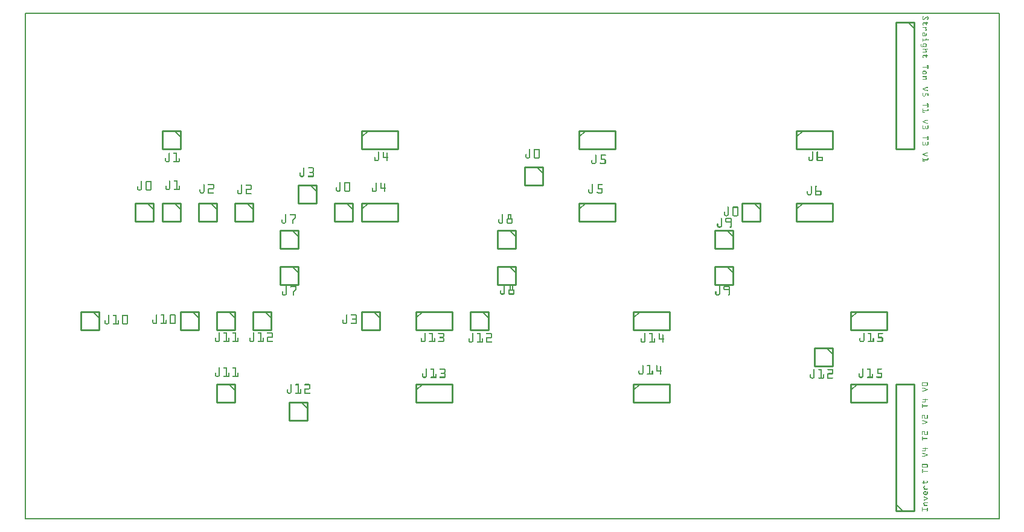
<source format=gbo>
G04 MADE WITH FRITZING*
G04 WWW.FRITZING.ORG*
G04 DOUBLE SIDED*
G04 HOLES PLATED*
G04 CONTOUR ON CENTER OF CONTOUR VECTOR*
%ASAXBY*%
%FSLAX23Y23*%
%MOIN*%
%OFA0B0*%
%SFA1.0B1.0*%
%ADD10R,5.386110X2.801840X5.370110X2.785840*%
%ADD11C,0.008000*%
%ADD12C,0.010000*%
%ADD13C,0.005000*%
%ADD14R,0.001000X0.001000*%
%LNSILK0*%
G90*
G70*
G54D11*
X4Y2798D02*
X5382Y2798D01*
X5382Y4D01*
X4Y4D01*
X4Y2798D01*
D02*
G54D12*
X1613Y1847D02*
X1613Y1747D01*
D02*
X1613Y1747D02*
X1513Y1747D01*
D02*
X1513Y1747D02*
X1513Y1847D01*
D02*
X1513Y1847D02*
X1613Y1847D01*
G54D13*
D02*
X1613Y1812D02*
X1578Y1847D01*
G54D12*
D02*
X1963Y1147D02*
X1963Y1047D01*
D02*
X1963Y1047D02*
X1863Y1047D01*
D02*
X1863Y1047D02*
X1863Y1147D01*
D02*
X1863Y1147D02*
X1963Y1147D01*
G54D13*
D02*
X1963Y1112D02*
X1928Y1147D01*
G54D12*
D02*
X3913Y1597D02*
X3913Y1497D01*
D02*
X3913Y1497D02*
X3813Y1497D01*
D02*
X3813Y1497D02*
X3813Y1597D01*
D02*
X3813Y1597D02*
X3913Y1597D01*
G54D13*
D02*
X3913Y1562D02*
X3878Y1597D01*
G54D12*
D02*
X3913Y1397D02*
X3913Y1297D01*
D02*
X3913Y1297D02*
X3813Y1297D01*
D02*
X3813Y1297D02*
X3813Y1397D01*
D02*
X3813Y1397D02*
X3913Y1397D01*
G54D13*
D02*
X3913Y1362D02*
X3878Y1397D01*
G54D12*
D02*
X1513Y1397D02*
X1513Y1297D01*
D02*
X1513Y1297D02*
X1413Y1297D01*
D02*
X1413Y1297D02*
X1413Y1397D01*
D02*
X1413Y1397D02*
X1513Y1397D01*
G54D13*
D02*
X1513Y1362D02*
X1478Y1397D01*
G54D12*
D02*
X1513Y1597D02*
X1513Y1497D01*
D02*
X1513Y1497D02*
X1413Y1497D01*
D02*
X1413Y1497D02*
X1413Y1597D01*
D02*
X1413Y1597D02*
X1513Y1597D01*
G54D13*
D02*
X1513Y1562D02*
X1478Y1597D01*
G54D12*
D02*
X2713Y1597D02*
X2713Y1497D01*
D02*
X2713Y1497D02*
X2613Y1497D01*
D02*
X2613Y1497D02*
X2613Y1597D01*
D02*
X2613Y1597D02*
X2713Y1597D01*
G54D13*
D02*
X2713Y1562D02*
X2678Y1597D01*
G54D12*
D02*
X2713Y1397D02*
X2713Y1297D01*
D02*
X2713Y1297D02*
X2613Y1297D01*
D02*
X2613Y1297D02*
X2613Y1397D01*
D02*
X2613Y1397D02*
X2713Y1397D01*
G54D13*
D02*
X2713Y1362D02*
X2678Y1397D01*
G54D12*
D02*
X4813Y47D02*
X4813Y747D01*
D02*
X4813Y747D02*
X4913Y747D01*
D02*
X4913Y747D02*
X4913Y47D01*
D02*
X4913Y47D02*
X4813Y47D01*
G54D13*
D02*
X4813Y82D02*
X4848Y47D01*
G54D12*
D02*
X4913Y2747D02*
X4913Y2047D01*
D02*
X4913Y2047D02*
X4813Y2047D01*
D02*
X4813Y2047D02*
X4813Y2747D01*
D02*
X4813Y2747D02*
X4913Y2747D01*
G54D13*
D02*
X4913Y2712D02*
X4878Y2747D01*
G54D12*
D02*
X2163Y1147D02*
X2363Y1147D01*
D02*
X2363Y1147D02*
X2363Y1047D01*
D02*
X2363Y1047D02*
X2163Y1047D01*
D02*
X2163Y1047D02*
X2163Y1147D01*
G54D13*
D02*
X2198Y1147D02*
X2163Y1112D01*
G54D12*
D02*
X3363Y747D02*
X3563Y747D01*
D02*
X3563Y747D02*
X3563Y647D01*
D02*
X3563Y647D02*
X3363Y647D01*
D02*
X3363Y647D02*
X3363Y747D01*
G54D13*
D02*
X3398Y747D02*
X3363Y712D01*
G54D12*
D02*
X4563Y1147D02*
X4763Y1147D01*
D02*
X4763Y1147D02*
X4763Y1047D01*
D02*
X4763Y1047D02*
X4563Y1047D01*
D02*
X4563Y1047D02*
X4563Y1147D01*
G54D13*
D02*
X4598Y1147D02*
X4563Y1112D01*
G54D12*
D02*
X4563Y747D02*
X4763Y747D01*
D02*
X4763Y747D02*
X4763Y647D01*
D02*
X4763Y647D02*
X4563Y647D01*
D02*
X4563Y647D02*
X4563Y747D01*
G54D13*
D02*
X4598Y747D02*
X4563Y712D01*
G54D12*
D02*
X2163Y747D02*
X2363Y747D01*
D02*
X2363Y747D02*
X2363Y647D01*
D02*
X2363Y647D02*
X2163Y647D01*
D02*
X2163Y647D02*
X2163Y747D01*
G54D13*
D02*
X2198Y747D02*
X2163Y712D01*
G54D12*
D02*
X3363Y1147D02*
X3563Y1147D01*
D02*
X3563Y1147D02*
X3563Y1047D01*
D02*
X3563Y1047D02*
X3363Y1047D01*
D02*
X3363Y1047D02*
X3363Y1147D01*
G54D13*
D02*
X3398Y1147D02*
X3363Y1112D01*
G54D12*
D02*
X4263Y1747D02*
X4463Y1747D01*
D02*
X4463Y1747D02*
X4463Y1647D01*
D02*
X4463Y1647D02*
X4263Y1647D01*
D02*
X4263Y1647D02*
X4263Y1747D01*
G54D13*
D02*
X4298Y1747D02*
X4263Y1712D01*
G54D12*
D02*
X4263Y2147D02*
X4463Y2147D01*
D02*
X4463Y2147D02*
X4463Y2047D01*
D02*
X4463Y2047D02*
X4263Y2047D01*
D02*
X4263Y2047D02*
X4263Y2147D01*
G54D13*
D02*
X4298Y2147D02*
X4263Y2112D01*
G54D12*
D02*
X3063Y1747D02*
X3263Y1747D01*
D02*
X3263Y1747D02*
X3263Y1647D01*
D02*
X3263Y1647D02*
X3063Y1647D01*
D02*
X3063Y1647D02*
X3063Y1747D01*
G54D13*
D02*
X3098Y1747D02*
X3063Y1712D01*
G54D12*
D02*
X1863Y2147D02*
X2063Y2147D01*
D02*
X2063Y2147D02*
X2063Y2047D01*
D02*
X2063Y2047D02*
X1863Y2047D01*
D02*
X1863Y2047D02*
X1863Y2147D01*
G54D13*
D02*
X1898Y2147D02*
X1863Y2112D01*
G54D12*
D02*
X3063Y2147D02*
X3263Y2147D01*
D02*
X3263Y2147D02*
X3263Y2047D01*
D02*
X3263Y2047D02*
X3063Y2047D01*
D02*
X3063Y2047D02*
X3063Y2147D01*
G54D13*
D02*
X3098Y2147D02*
X3063Y2112D01*
G54D12*
D02*
X1863Y1747D02*
X2063Y1747D01*
D02*
X2063Y1747D02*
X2063Y1647D01*
D02*
X2063Y1647D02*
X1863Y1647D01*
D02*
X1863Y1647D02*
X1863Y1747D01*
G54D13*
D02*
X1898Y1747D02*
X1863Y1712D01*
G54D12*
D02*
X1163Y1147D02*
X1163Y1047D01*
D02*
X1163Y1047D02*
X1063Y1047D01*
D02*
X1063Y1047D02*
X1063Y1147D01*
D02*
X1063Y1147D02*
X1163Y1147D01*
G54D13*
D02*
X1163Y1112D02*
X1128Y1147D01*
G54D12*
D02*
X1163Y747D02*
X1163Y647D01*
D02*
X1163Y647D02*
X1063Y647D01*
D02*
X1063Y647D02*
X1063Y747D01*
D02*
X1063Y747D02*
X1163Y747D01*
G54D13*
D02*
X1163Y712D02*
X1128Y747D01*
G54D12*
D02*
X4063Y1747D02*
X4063Y1647D01*
D02*
X4063Y1647D02*
X3963Y1647D01*
D02*
X3963Y1647D02*
X3963Y1747D01*
D02*
X3963Y1747D02*
X4063Y1747D01*
G54D13*
D02*
X4063Y1712D02*
X4028Y1747D01*
G54D12*
D02*
X2863Y1947D02*
X2863Y1847D01*
D02*
X2863Y1847D02*
X2763Y1847D01*
D02*
X2763Y1847D02*
X2763Y1947D01*
D02*
X2763Y1947D02*
X2863Y1947D01*
G54D13*
D02*
X2863Y1912D02*
X2828Y1947D01*
G54D12*
D02*
X1813Y1747D02*
X1813Y1647D01*
D02*
X1813Y1647D02*
X1713Y1647D01*
D02*
X1713Y1647D02*
X1713Y1747D01*
D02*
X1713Y1747D02*
X1813Y1747D01*
G54D13*
D02*
X1813Y1712D02*
X1778Y1747D01*
G54D12*
D02*
X1563Y647D02*
X1563Y547D01*
D02*
X1563Y547D02*
X1463Y547D01*
D02*
X1463Y547D02*
X1463Y647D01*
D02*
X1463Y647D02*
X1563Y647D01*
G54D13*
D02*
X1563Y612D02*
X1528Y647D01*
G54D12*
D02*
X4463Y947D02*
X4463Y847D01*
D02*
X4463Y847D02*
X4363Y847D01*
D02*
X4363Y847D02*
X4363Y947D01*
D02*
X4363Y947D02*
X4463Y947D01*
G54D13*
D02*
X4463Y912D02*
X4428Y947D01*
G54D12*
D02*
X1363Y1147D02*
X1363Y1047D01*
D02*
X1363Y1047D02*
X1263Y1047D01*
D02*
X1263Y1047D02*
X1263Y1147D01*
D02*
X1263Y1147D02*
X1363Y1147D01*
G54D13*
D02*
X1363Y1112D02*
X1328Y1147D01*
G54D12*
D02*
X2563Y1147D02*
X2563Y1047D01*
D02*
X2563Y1047D02*
X2463Y1047D01*
D02*
X2463Y1047D02*
X2463Y1147D01*
D02*
X2463Y1147D02*
X2563Y1147D01*
G54D13*
D02*
X2563Y1112D02*
X2528Y1147D01*
G54D12*
D02*
X863Y2147D02*
X863Y2047D01*
D02*
X863Y2047D02*
X763Y2047D01*
D02*
X763Y2047D02*
X763Y2147D01*
D02*
X763Y2147D02*
X863Y2147D01*
G54D13*
D02*
X863Y2112D02*
X828Y2147D01*
G54D12*
D02*
X413Y1147D02*
X413Y1047D01*
D02*
X413Y1047D02*
X313Y1047D01*
D02*
X313Y1047D02*
X313Y1147D01*
D02*
X313Y1147D02*
X413Y1147D01*
G54D13*
D02*
X413Y1112D02*
X378Y1147D01*
G54D12*
D02*
X1263Y1747D02*
X1263Y1647D01*
D02*
X1263Y1647D02*
X1163Y1647D01*
D02*
X1163Y1647D02*
X1163Y1747D01*
D02*
X1163Y1747D02*
X1263Y1747D01*
G54D13*
D02*
X1263Y1712D02*
X1228Y1747D01*
G54D12*
D02*
X1063Y1747D02*
X1063Y1647D01*
D02*
X1063Y1647D02*
X963Y1647D01*
D02*
X963Y1647D02*
X963Y1747D01*
D02*
X963Y1747D02*
X1063Y1747D01*
G54D13*
D02*
X1063Y1712D02*
X1028Y1747D01*
G54D12*
D02*
X963Y1147D02*
X963Y1047D01*
D02*
X963Y1047D02*
X863Y1047D01*
D02*
X863Y1047D02*
X863Y1147D01*
D02*
X863Y1147D02*
X963Y1147D01*
G54D13*
D02*
X963Y1112D02*
X928Y1147D01*
G54D12*
D02*
X863Y1747D02*
X863Y1647D01*
D02*
X863Y1647D02*
X763Y1647D01*
D02*
X763Y1647D02*
X763Y1747D01*
D02*
X763Y1747D02*
X863Y1747D01*
G54D13*
D02*
X863Y1712D02*
X828Y1747D01*
G54D12*
D02*
X713Y1747D02*
X713Y1647D01*
D02*
X713Y1647D02*
X613Y1647D01*
D02*
X613Y1647D02*
X613Y1747D01*
D02*
X613Y1747D02*
X713Y1747D01*
G54D13*
D02*
X713Y1712D02*
X678Y1747D01*
G54D14*
X4963Y2780D02*
X4963Y2780D01*
X4985Y2780D02*
X4986Y2780D01*
X4960Y2779D02*
X4964Y2779D01*
X4983Y2779D02*
X4988Y2779D01*
X4959Y2778D02*
X4965Y2778D01*
X4981Y2778D02*
X4989Y2778D01*
X4959Y2777D02*
X4964Y2777D01*
X4980Y2777D02*
X4989Y2777D01*
X4958Y2776D02*
X4963Y2776D01*
X4979Y2776D02*
X4989Y2776D01*
X4958Y2775D02*
X4961Y2775D01*
X4977Y2775D02*
X4983Y2775D01*
X4986Y2775D02*
X4990Y2775D01*
X4958Y2774D02*
X4961Y2774D01*
X4976Y2774D02*
X4982Y2774D01*
X4986Y2774D02*
X4990Y2774D01*
X4958Y2773D02*
X4961Y2773D01*
X4975Y2773D02*
X4981Y2773D01*
X4986Y2773D02*
X4990Y2773D01*
X4958Y2772D02*
X4961Y2772D01*
X4974Y2772D02*
X4980Y2772D01*
X4986Y2772D02*
X4990Y2772D01*
X4958Y2771D02*
X4961Y2771D01*
X4972Y2771D02*
X4978Y2771D01*
X4986Y2771D02*
X4990Y2771D01*
X4958Y2770D02*
X4961Y2770D01*
X4971Y2770D02*
X4977Y2770D01*
X4986Y2770D02*
X4990Y2770D01*
X4958Y2769D02*
X4961Y2769D01*
X4970Y2769D02*
X4976Y2769D01*
X4986Y2769D02*
X4990Y2769D01*
X4958Y2768D02*
X4961Y2768D01*
X4968Y2768D02*
X4974Y2768D01*
X4986Y2768D02*
X4990Y2768D01*
X4958Y2767D02*
X4961Y2767D01*
X4967Y2767D02*
X4973Y2767D01*
X4986Y2767D02*
X4990Y2767D01*
X4958Y2766D02*
X4961Y2766D01*
X4966Y2766D02*
X4972Y2766D01*
X4986Y2766D02*
X4990Y2766D01*
X4958Y2765D02*
X4961Y2765D01*
X4965Y2765D02*
X4971Y2765D01*
X4986Y2765D02*
X4990Y2765D01*
X4958Y2764D02*
X4961Y2764D01*
X4963Y2764D02*
X4969Y2764D01*
X4986Y2764D02*
X4989Y2764D01*
X4958Y2763D02*
X4968Y2763D01*
X4984Y2763D02*
X4989Y2763D01*
X4959Y2762D02*
X4967Y2762D01*
X4983Y2762D02*
X4989Y2762D01*
X4959Y2761D02*
X4965Y2761D01*
X4983Y2761D02*
X4988Y2761D01*
X4961Y2760D02*
X4964Y2760D01*
X4983Y2760D02*
X4986Y2760D01*
X4978Y2749D02*
X4980Y2749D01*
X4978Y2748D02*
X4981Y2748D01*
X4977Y2747D02*
X4981Y2747D01*
X4977Y2746D02*
X4981Y2746D01*
X4961Y2745D02*
X4987Y2745D01*
X4960Y2744D02*
X4988Y2744D01*
X4959Y2743D02*
X4988Y2743D01*
X4959Y2742D02*
X4987Y2742D01*
X4958Y2741D02*
X4962Y2741D01*
X4977Y2741D02*
X4981Y2741D01*
X4958Y2740D02*
X4961Y2740D01*
X4977Y2740D02*
X4981Y2740D01*
X4958Y2739D02*
X4961Y2739D01*
X4977Y2739D02*
X4981Y2739D01*
X4958Y2738D02*
X4961Y2738D01*
X4977Y2738D02*
X4981Y2738D01*
X4958Y2737D02*
X4961Y2737D01*
X4977Y2737D02*
X4981Y2737D01*
X4958Y2736D02*
X4961Y2736D01*
X4977Y2736D02*
X4981Y2736D01*
X4958Y2735D02*
X4961Y2735D01*
X4977Y2735D02*
X4981Y2735D01*
X4958Y2734D02*
X4962Y2734D01*
X4977Y2734D02*
X4981Y2734D01*
X4959Y2733D02*
X4964Y2733D01*
X4978Y2733D02*
X4981Y2733D01*
X4959Y2732D02*
X4965Y2732D01*
X4978Y2732D02*
X4980Y2732D01*
X4960Y2731D02*
X4965Y2731D01*
X4961Y2730D02*
X4964Y2730D01*
X4958Y2719D02*
X4980Y2719D01*
X4958Y2718D02*
X4981Y2718D01*
X4958Y2717D02*
X4980Y2717D01*
X4959Y2716D02*
X4980Y2716D01*
X4972Y2715D02*
X4977Y2715D01*
X4973Y2714D02*
X4978Y2714D01*
X4974Y2713D02*
X4978Y2713D01*
X4975Y2712D02*
X4979Y2712D01*
X4976Y2711D02*
X4980Y2711D01*
X4976Y2710D02*
X4981Y2710D01*
X4977Y2709D02*
X4981Y2709D01*
X4977Y2708D02*
X4981Y2708D01*
X4977Y2707D02*
X4981Y2707D01*
X4977Y2706D02*
X4981Y2706D01*
X4977Y2705D02*
X4981Y2705D01*
X4977Y2704D02*
X4981Y2704D01*
X4973Y2703D02*
X4980Y2703D01*
X4972Y2702D02*
X4980Y2702D01*
X4972Y2701D02*
X4979Y2701D01*
X4973Y2700D02*
X4977Y2700D01*
X4961Y2689D02*
X4969Y2689D01*
X4960Y2688D02*
X4970Y2688D01*
X4959Y2687D02*
X4971Y2687D01*
X4959Y2686D02*
X4971Y2686D01*
X4958Y2685D02*
X4962Y2685D01*
X4968Y2685D02*
X4972Y2685D01*
X4978Y2685D02*
X4980Y2685D01*
X4958Y2684D02*
X4961Y2684D01*
X4969Y2684D02*
X4972Y2684D01*
X4978Y2684D02*
X4981Y2684D01*
X4958Y2683D02*
X4961Y2683D01*
X4969Y2683D02*
X4972Y2683D01*
X4977Y2683D02*
X4981Y2683D01*
X4958Y2682D02*
X4961Y2682D01*
X4969Y2682D02*
X4972Y2682D01*
X4977Y2682D02*
X4981Y2682D01*
X4958Y2681D02*
X4961Y2681D01*
X4969Y2681D02*
X4972Y2681D01*
X4977Y2681D02*
X4981Y2681D01*
X4958Y2680D02*
X4961Y2680D01*
X4969Y2680D02*
X4972Y2680D01*
X4977Y2680D02*
X4981Y2680D01*
X4958Y2679D02*
X4961Y2679D01*
X4969Y2679D02*
X4972Y2679D01*
X4977Y2679D02*
X4981Y2679D01*
X4958Y2678D02*
X4961Y2678D01*
X4969Y2678D02*
X4972Y2678D01*
X4977Y2678D02*
X4981Y2678D01*
X4958Y2677D02*
X4962Y2677D01*
X4969Y2677D02*
X4972Y2677D01*
X4977Y2677D02*
X4981Y2677D01*
X4959Y2676D02*
X4962Y2676D01*
X4969Y2676D02*
X4972Y2676D01*
X4977Y2676D02*
X4981Y2676D01*
X4959Y2675D02*
X4963Y2675D01*
X4969Y2675D02*
X4972Y2675D01*
X4977Y2675D02*
X4981Y2675D01*
X4960Y2674D02*
X4964Y2674D01*
X4968Y2674D02*
X4972Y2674D01*
X4976Y2674D02*
X4980Y2674D01*
X4959Y2673D02*
X4980Y2673D01*
X4958Y2672D02*
X4979Y2672D01*
X4958Y2671D02*
X4979Y2671D01*
X4959Y2670D02*
X4977Y2670D01*
X4959Y2657D02*
X4961Y2657D01*
X4978Y2657D02*
X4980Y2657D01*
X4958Y2656D02*
X4961Y2656D01*
X4978Y2656D02*
X4981Y2656D01*
X4958Y2655D02*
X4961Y2655D01*
X4977Y2655D02*
X4981Y2655D01*
X4958Y2654D02*
X4961Y2654D01*
X4977Y2654D02*
X4981Y2654D01*
X4958Y2653D02*
X4961Y2653D01*
X4977Y2653D02*
X4981Y2653D01*
X4987Y2653D02*
X4990Y2653D01*
X4958Y2652D02*
X4961Y2652D01*
X4977Y2652D02*
X4981Y2652D01*
X4986Y2652D02*
X4991Y2652D01*
X4958Y2651D02*
X4981Y2651D01*
X4986Y2651D02*
X4991Y2651D01*
X4958Y2650D02*
X4981Y2650D01*
X4986Y2650D02*
X4991Y2650D01*
X4958Y2649D02*
X4981Y2649D01*
X4986Y2649D02*
X4991Y2649D01*
X4958Y2648D02*
X4980Y2648D01*
X4987Y2648D02*
X4991Y2648D01*
X4958Y2647D02*
X4961Y2647D01*
X4958Y2646D02*
X4961Y2646D01*
X4958Y2645D02*
X4961Y2645D01*
X4958Y2644D02*
X4961Y2644D01*
X4958Y2643D02*
X4961Y2643D01*
X4958Y2642D02*
X4961Y2642D01*
X4965Y2629D02*
X4976Y2629D01*
X4963Y2628D02*
X4977Y2628D01*
X4950Y2627D02*
X4952Y2627D01*
X4962Y2627D02*
X4978Y2627D01*
X4949Y2626D02*
X4952Y2626D01*
X4961Y2626D02*
X4979Y2626D01*
X4949Y2625D02*
X4952Y2625D01*
X4961Y2625D02*
X4965Y2625D01*
X4975Y2625D02*
X4980Y2625D01*
X4949Y2624D02*
X4952Y2624D01*
X4960Y2624D02*
X4964Y2624D01*
X4976Y2624D02*
X4980Y2624D01*
X4949Y2623D02*
X4952Y2623D01*
X4960Y2623D02*
X4963Y2623D01*
X4977Y2623D02*
X4980Y2623D01*
X4949Y2622D02*
X4952Y2622D01*
X4960Y2622D02*
X4963Y2622D01*
X4977Y2622D02*
X4981Y2622D01*
X4949Y2621D02*
X4952Y2621D01*
X4960Y2621D02*
X4963Y2621D01*
X4977Y2621D02*
X4981Y2621D01*
X4949Y2620D02*
X4952Y2620D01*
X4960Y2620D02*
X4963Y2620D01*
X4977Y2620D02*
X4981Y2620D01*
X4949Y2619D02*
X4952Y2619D01*
X4960Y2619D02*
X4963Y2619D01*
X4977Y2619D02*
X4981Y2619D01*
X4949Y2618D02*
X4952Y2618D01*
X4960Y2618D02*
X4963Y2618D01*
X4977Y2618D02*
X4981Y2618D01*
X4949Y2617D02*
X4952Y2617D01*
X4960Y2617D02*
X4964Y2617D01*
X4977Y2617D02*
X4980Y2617D01*
X4949Y2616D02*
X4953Y2616D01*
X4960Y2616D02*
X4965Y2616D01*
X4976Y2616D02*
X4980Y2616D01*
X4949Y2615D02*
X4953Y2615D01*
X4961Y2615D02*
X4966Y2615D01*
X4975Y2615D02*
X4979Y2615D01*
X4950Y2614D02*
X4954Y2614D01*
X4962Y2614D02*
X4966Y2614D01*
X4974Y2614D02*
X4979Y2614D01*
X4950Y2613D02*
X4979Y2613D01*
X4951Y2612D02*
X4980Y2612D01*
X4952Y2611D02*
X4981Y2611D01*
X4953Y2610D02*
X4980Y2610D01*
X4955Y2609D02*
X4979Y2609D01*
X4959Y2599D02*
X4989Y2599D01*
X4958Y2598D02*
X4989Y2598D01*
X4958Y2597D02*
X4989Y2597D01*
X4959Y2596D02*
X4989Y2596D01*
X4973Y2595D02*
X4978Y2595D01*
X4974Y2594D02*
X4978Y2594D01*
X4975Y2593D02*
X4979Y2593D01*
X4975Y2592D02*
X4979Y2592D01*
X4976Y2591D02*
X4980Y2591D01*
X4976Y2590D02*
X4980Y2590D01*
X4977Y2589D02*
X4981Y2589D01*
X4977Y2588D02*
X4981Y2588D01*
X4977Y2587D02*
X4981Y2587D01*
X4977Y2586D02*
X4981Y2586D01*
X4977Y2585D02*
X4981Y2585D01*
X4977Y2584D02*
X4981Y2584D01*
X4959Y2583D02*
X4980Y2583D01*
X4958Y2582D02*
X4980Y2582D01*
X4958Y2581D02*
X4979Y2581D01*
X4958Y2580D02*
X4978Y2580D01*
X4978Y2568D02*
X4981Y2568D01*
X4978Y2567D02*
X4981Y2567D01*
X4977Y2566D02*
X4981Y2566D01*
X4963Y2565D02*
X4986Y2565D01*
X4961Y2564D02*
X4988Y2564D01*
X4960Y2563D02*
X4988Y2563D01*
X4959Y2562D02*
X4987Y2562D01*
X4958Y2561D02*
X4985Y2561D01*
X4958Y2560D02*
X4962Y2560D01*
X4977Y2560D02*
X4981Y2560D01*
X4958Y2559D02*
X4961Y2559D01*
X4977Y2559D02*
X4981Y2559D01*
X4958Y2558D02*
X4961Y2558D01*
X4977Y2558D02*
X4981Y2558D01*
X4958Y2557D02*
X4961Y2557D01*
X4977Y2557D02*
X4981Y2557D01*
X4958Y2556D02*
X4961Y2556D01*
X4977Y2556D02*
X4981Y2556D01*
X4958Y2555D02*
X4961Y2555D01*
X4977Y2555D02*
X4981Y2555D01*
X4958Y2554D02*
X4961Y2554D01*
X4977Y2554D02*
X4981Y2554D01*
X4958Y2553D02*
X4963Y2553D01*
X4978Y2553D02*
X4981Y2553D01*
X4959Y2552D02*
X4964Y2552D01*
X4978Y2552D02*
X4980Y2552D01*
X4959Y2551D02*
X4965Y2551D01*
X4979Y2551D02*
X4980Y2551D01*
X4961Y2550D02*
X4965Y2550D01*
X4962Y2549D02*
X4964Y2549D01*
X4984Y2509D02*
X4989Y2509D01*
X4983Y2508D02*
X4990Y2508D01*
X4983Y2507D02*
X4990Y2507D01*
X4983Y2506D02*
X4990Y2506D01*
X4984Y2505D02*
X4990Y2505D01*
X4986Y2504D02*
X4990Y2504D01*
X4986Y2503D02*
X4990Y2503D01*
X4986Y2502D02*
X4990Y2502D01*
X4986Y2501D02*
X4990Y2501D01*
X4959Y2500D02*
X4990Y2500D01*
X4958Y2499D02*
X4990Y2499D01*
X4958Y2498D02*
X4990Y2498D01*
X4959Y2497D02*
X4990Y2497D01*
X4986Y2496D02*
X4990Y2496D01*
X4986Y2495D02*
X4990Y2495D01*
X4986Y2494D02*
X4990Y2494D01*
X4986Y2493D02*
X4990Y2493D01*
X4984Y2492D02*
X4990Y2492D01*
X4983Y2491D02*
X4990Y2491D01*
X4983Y2490D02*
X4990Y2490D01*
X4983Y2489D02*
X4990Y2489D01*
X4962Y2478D02*
X4976Y2478D01*
X4961Y2477D02*
X4978Y2477D01*
X4960Y2476D02*
X4979Y2476D01*
X4959Y2475D02*
X4979Y2475D01*
X4959Y2474D02*
X4963Y2474D01*
X4976Y2474D02*
X4980Y2474D01*
X4958Y2473D02*
X4962Y2473D01*
X4977Y2473D02*
X4980Y2473D01*
X4958Y2472D02*
X4961Y2472D01*
X4977Y2472D02*
X4981Y2472D01*
X4958Y2471D02*
X4961Y2471D01*
X4977Y2471D02*
X4981Y2471D01*
X4958Y2470D02*
X4961Y2470D01*
X4977Y2470D02*
X4981Y2470D01*
X4958Y2469D02*
X4961Y2469D01*
X4977Y2469D02*
X4981Y2469D01*
X4958Y2468D02*
X4961Y2468D01*
X4977Y2468D02*
X4981Y2468D01*
X4958Y2467D02*
X4961Y2467D01*
X4977Y2467D02*
X4981Y2467D01*
X4958Y2466D02*
X4961Y2466D01*
X4977Y2466D02*
X4981Y2466D01*
X4958Y2465D02*
X4962Y2465D01*
X4977Y2465D02*
X4981Y2465D01*
X4958Y2464D02*
X4962Y2464D01*
X4977Y2464D02*
X4980Y2464D01*
X4959Y2463D02*
X4963Y2463D01*
X4976Y2463D02*
X4980Y2463D01*
X4960Y2462D02*
X4979Y2462D01*
X4960Y2461D02*
X4978Y2461D01*
X4961Y2460D02*
X4977Y2460D01*
X4963Y2459D02*
X4976Y2459D01*
X4958Y2448D02*
X4980Y2448D01*
X4958Y2447D02*
X4981Y2447D01*
X4958Y2446D02*
X4981Y2446D01*
X4959Y2445D02*
X4980Y2445D01*
X4974Y2444D02*
X4978Y2444D01*
X4974Y2443D02*
X4978Y2443D01*
X4975Y2442D02*
X4979Y2442D01*
X4975Y2441D02*
X4979Y2441D01*
X4976Y2440D02*
X4980Y2440D01*
X4977Y2439D02*
X4980Y2439D01*
X4977Y2438D02*
X4981Y2438D01*
X4977Y2437D02*
X4981Y2437D01*
X4977Y2436D02*
X4981Y2436D01*
X4977Y2435D02*
X4981Y2435D01*
X4977Y2434D02*
X4981Y2434D01*
X4976Y2433D02*
X4980Y2433D01*
X4959Y2432D02*
X4980Y2432D01*
X4958Y2431D02*
X4979Y2431D01*
X4958Y2430D02*
X4979Y2430D01*
X4959Y2429D02*
X4977Y2429D01*
X4979Y2388D02*
X4989Y2388D01*
X4977Y2387D02*
X4989Y2387D01*
X4974Y2386D02*
X4989Y2386D01*
X4972Y2385D02*
X4989Y2385D01*
X4969Y2384D02*
X4980Y2384D01*
X4966Y2383D02*
X4977Y2383D01*
X4964Y2382D02*
X4975Y2382D01*
X4961Y2381D02*
X4972Y2381D01*
X4959Y2380D02*
X4969Y2380D01*
X4958Y2379D02*
X4967Y2379D01*
X4958Y2378D02*
X4966Y2378D01*
X4959Y2377D02*
X4968Y2377D01*
X4960Y2376D02*
X4971Y2376D01*
X4963Y2375D02*
X4973Y2375D01*
X4965Y2374D02*
X4976Y2374D01*
X4968Y2373D02*
X4978Y2373D01*
X4970Y2372D02*
X4988Y2372D01*
X4973Y2371D02*
X4989Y2371D01*
X4976Y2370D02*
X4989Y2370D01*
X4978Y2369D02*
X4989Y2369D01*
X4981Y2368D02*
X4988Y2368D01*
X4961Y2358D02*
X4962Y2358D01*
X4960Y2357D02*
X4963Y2357D01*
X4959Y2356D02*
X4963Y2356D01*
X4959Y2355D02*
X4963Y2355D01*
X4959Y2354D02*
X4962Y2354D01*
X4972Y2354D02*
X4989Y2354D01*
X4958Y2353D02*
X4962Y2353D01*
X4972Y2353D02*
X4990Y2353D01*
X4958Y2352D02*
X4961Y2352D01*
X4972Y2352D02*
X4990Y2352D01*
X4958Y2351D02*
X4961Y2351D01*
X4972Y2351D02*
X4990Y2351D01*
X4958Y2350D02*
X4961Y2350D01*
X4972Y2350D02*
X4976Y2350D01*
X4986Y2350D02*
X4990Y2350D01*
X4958Y2349D02*
X4961Y2349D01*
X4972Y2349D02*
X4975Y2349D01*
X4986Y2349D02*
X4990Y2349D01*
X4958Y2348D02*
X4961Y2348D01*
X4972Y2348D02*
X4975Y2348D01*
X4986Y2348D02*
X4990Y2348D01*
X4958Y2347D02*
X4961Y2347D01*
X4972Y2347D02*
X4975Y2347D01*
X4986Y2347D02*
X4990Y2347D01*
X4958Y2346D02*
X4961Y2346D01*
X4972Y2346D02*
X4975Y2346D01*
X4986Y2346D02*
X4990Y2346D01*
X4958Y2345D02*
X4961Y2345D01*
X4972Y2345D02*
X4975Y2345D01*
X4986Y2345D02*
X4990Y2345D01*
X4958Y2344D02*
X4961Y2344D01*
X4972Y2344D02*
X4975Y2344D01*
X4986Y2344D02*
X4990Y2344D01*
X4958Y2343D02*
X4961Y2343D01*
X4972Y2343D02*
X4975Y2343D01*
X4986Y2343D02*
X4990Y2343D01*
X4958Y2342D02*
X4962Y2342D01*
X4972Y2342D02*
X4975Y2342D01*
X4986Y2342D02*
X4990Y2342D01*
X4958Y2341D02*
X4975Y2341D01*
X4986Y2341D02*
X4990Y2341D01*
X4959Y2340D02*
X4975Y2340D01*
X4986Y2340D02*
X4990Y2340D01*
X4959Y2339D02*
X4974Y2339D01*
X4987Y2339D02*
X4989Y2339D01*
X4961Y2338D02*
X4972Y2338D01*
X4988Y2338D02*
X4988Y2338D01*
X4984Y2298D02*
X4989Y2298D01*
X4983Y2297D02*
X4990Y2297D01*
X4983Y2296D02*
X4990Y2296D01*
X4983Y2295D02*
X4990Y2295D01*
X4986Y2294D02*
X4990Y2294D01*
X4986Y2293D02*
X4990Y2293D01*
X4986Y2292D02*
X4990Y2292D01*
X4986Y2291D02*
X4990Y2291D01*
X4960Y2290D02*
X4990Y2290D01*
X4958Y2289D02*
X4990Y2289D01*
X4958Y2288D02*
X4990Y2288D01*
X4958Y2287D02*
X4990Y2287D01*
X4959Y2286D02*
X4990Y2286D01*
X4986Y2285D02*
X4990Y2285D01*
X4986Y2284D02*
X4990Y2284D01*
X4986Y2283D02*
X4990Y2283D01*
X4986Y2282D02*
X4990Y2282D01*
X4983Y2281D02*
X4990Y2281D01*
X4983Y2280D02*
X4990Y2280D01*
X4983Y2279D02*
X4990Y2279D01*
X4984Y2278D02*
X4990Y2278D01*
X4959Y2268D02*
X4960Y2268D01*
X4988Y2268D02*
X4988Y2268D01*
X4958Y2267D02*
X4961Y2267D01*
X4987Y2267D02*
X4989Y2267D01*
X4958Y2266D02*
X4961Y2266D01*
X4986Y2266D02*
X4990Y2266D01*
X4958Y2265D02*
X4961Y2265D01*
X4986Y2265D02*
X4990Y2265D01*
X4958Y2264D02*
X4961Y2264D01*
X4986Y2264D02*
X4990Y2264D01*
X4958Y2263D02*
X4961Y2263D01*
X4986Y2263D02*
X4990Y2263D01*
X4958Y2262D02*
X4961Y2262D01*
X4986Y2262D02*
X4990Y2262D01*
X4958Y2261D02*
X4961Y2261D01*
X4986Y2261D02*
X4990Y2261D01*
X4958Y2260D02*
X4962Y2260D01*
X4986Y2260D02*
X4990Y2260D01*
X4958Y2259D02*
X4990Y2259D01*
X4958Y2258D02*
X4990Y2258D01*
X4958Y2257D02*
X4990Y2257D01*
X4958Y2256D02*
X4989Y2256D01*
X4958Y2255D02*
X4961Y2255D01*
X4958Y2254D02*
X4961Y2254D01*
X4958Y2253D02*
X4961Y2253D01*
X4958Y2252D02*
X4961Y2252D01*
X4958Y2251D02*
X4971Y2251D01*
X4958Y2250D02*
X4972Y2250D01*
X4958Y2249D02*
X4972Y2249D01*
X4959Y2248D02*
X4971Y2248D01*
X4978Y2207D02*
X4989Y2207D01*
X4976Y2206D02*
X4989Y2206D01*
X4973Y2205D02*
X4989Y2205D01*
X4971Y2204D02*
X4988Y2204D01*
X4968Y2203D02*
X4979Y2203D01*
X4966Y2202D02*
X4976Y2202D01*
X4963Y2201D02*
X4974Y2201D01*
X4960Y2200D02*
X4971Y2200D01*
X4959Y2199D02*
X4969Y2199D01*
X4958Y2198D02*
X4966Y2198D01*
X4958Y2197D02*
X4966Y2197D01*
X4959Y2196D02*
X4969Y2196D01*
X4961Y2195D02*
X4972Y2195D01*
X4964Y2194D02*
X4974Y2194D01*
X4966Y2193D02*
X4977Y2193D01*
X4969Y2192D02*
X4979Y2192D01*
X4971Y2191D02*
X4989Y2191D01*
X4974Y2190D02*
X4989Y2190D01*
X4976Y2189D02*
X4989Y2189D01*
X4979Y2188D02*
X4989Y2188D01*
X4959Y2177D02*
X4961Y2177D01*
X4987Y2177D02*
X4989Y2177D01*
X4958Y2176D02*
X4961Y2176D01*
X4986Y2176D02*
X4989Y2176D01*
X4958Y2175D02*
X4961Y2175D01*
X4986Y2175D02*
X4990Y2175D01*
X4958Y2174D02*
X4961Y2174D01*
X4986Y2174D02*
X4990Y2174D01*
X4958Y2173D02*
X4961Y2173D01*
X4973Y2173D02*
X4975Y2173D01*
X4986Y2173D02*
X4990Y2173D01*
X4958Y2172D02*
X4961Y2172D01*
X4972Y2172D02*
X4975Y2172D01*
X4986Y2172D02*
X4990Y2172D01*
X4958Y2171D02*
X4961Y2171D01*
X4972Y2171D02*
X4975Y2171D01*
X4986Y2171D02*
X4990Y2171D01*
X4958Y2170D02*
X4961Y2170D01*
X4972Y2170D02*
X4975Y2170D01*
X4986Y2170D02*
X4990Y2170D01*
X4958Y2169D02*
X4961Y2169D01*
X4972Y2169D02*
X4975Y2169D01*
X4986Y2169D02*
X4990Y2169D01*
X4958Y2168D02*
X4961Y2168D01*
X4972Y2168D02*
X4975Y2168D01*
X4986Y2168D02*
X4990Y2168D01*
X4958Y2167D02*
X4961Y2167D01*
X4972Y2167D02*
X4975Y2167D01*
X4986Y2167D02*
X4990Y2167D01*
X4958Y2166D02*
X4961Y2166D01*
X4972Y2166D02*
X4975Y2166D01*
X4986Y2166D02*
X4990Y2166D01*
X4958Y2165D02*
X4961Y2165D01*
X4972Y2165D02*
X4975Y2165D01*
X4986Y2165D02*
X4990Y2165D01*
X4958Y2164D02*
X4961Y2164D01*
X4972Y2164D02*
X4975Y2164D01*
X4986Y2164D02*
X4990Y2164D01*
X4958Y2163D02*
X4961Y2163D01*
X4972Y2163D02*
X4976Y2163D01*
X4986Y2163D02*
X4990Y2163D01*
X4958Y2162D02*
X4961Y2162D01*
X4972Y2162D02*
X4976Y2162D01*
X4986Y2162D02*
X4990Y2162D01*
X4958Y2161D02*
X4989Y2161D01*
X4958Y2160D02*
X4989Y2160D01*
X4959Y2159D02*
X4989Y2159D01*
X4960Y2158D02*
X4972Y2158D01*
X4975Y2158D02*
X4988Y2158D01*
X4983Y2117D02*
X4990Y2117D01*
X4983Y2116D02*
X4990Y2116D01*
X4983Y2115D02*
X4990Y2115D01*
X4984Y2114D02*
X4990Y2114D01*
X4986Y2113D02*
X4990Y2113D01*
X4986Y2112D02*
X4990Y2112D01*
X4986Y2111D02*
X4990Y2111D01*
X4986Y2110D02*
X4990Y2110D01*
X4959Y2109D02*
X4990Y2109D01*
X4958Y2108D02*
X4990Y2108D01*
X4958Y2107D02*
X4990Y2107D01*
X4959Y2106D02*
X4990Y2106D01*
X4986Y2105D02*
X4990Y2105D01*
X4986Y2104D02*
X4990Y2104D01*
X4986Y2103D02*
X4990Y2103D01*
X4986Y2102D02*
X4990Y2102D01*
X4985Y2101D02*
X4990Y2101D01*
X4983Y2100D02*
X4990Y2100D01*
X4983Y2099D02*
X4990Y2099D01*
X4983Y2098D02*
X4990Y2098D01*
X4984Y2097D02*
X4989Y2097D01*
X4959Y2087D02*
X4960Y2087D01*
X4987Y2087D02*
X4989Y2087D01*
X4958Y2086D02*
X4961Y2086D01*
X4986Y2086D02*
X4989Y2086D01*
X4958Y2085D02*
X4961Y2085D01*
X4986Y2085D02*
X4990Y2085D01*
X4958Y2084D02*
X4961Y2084D01*
X4986Y2084D02*
X4990Y2084D01*
X4958Y2083D02*
X4961Y2083D01*
X4973Y2083D02*
X4974Y2083D01*
X4986Y2083D02*
X4990Y2083D01*
X4958Y2082D02*
X4961Y2082D01*
X4972Y2082D02*
X4975Y2082D01*
X4986Y2082D02*
X4990Y2082D01*
X4958Y2081D02*
X4961Y2081D01*
X4972Y2081D02*
X4975Y2081D01*
X4986Y2081D02*
X4990Y2081D01*
X4958Y2080D02*
X4961Y2080D01*
X4972Y2080D02*
X4975Y2080D01*
X4986Y2080D02*
X4990Y2080D01*
X4958Y2079D02*
X4961Y2079D01*
X4972Y2079D02*
X4975Y2079D01*
X4986Y2079D02*
X4990Y2079D01*
X4958Y2078D02*
X4961Y2078D01*
X4972Y2078D02*
X4975Y2078D01*
X4986Y2078D02*
X4990Y2078D01*
X4958Y2077D02*
X4961Y2077D01*
X4972Y2077D02*
X4975Y2077D01*
X4986Y2077D02*
X4990Y2077D01*
X4958Y2076D02*
X4961Y2076D01*
X4972Y2076D02*
X4975Y2076D01*
X4986Y2076D02*
X4990Y2076D01*
X4958Y2075D02*
X4961Y2075D01*
X4972Y2075D02*
X4975Y2075D01*
X4986Y2075D02*
X4990Y2075D01*
X4958Y2074D02*
X4961Y2074D01*
X4972Y2074D02*
X4975Y2074D01*
X4986Y2074D02*
X4990Y2074D01*
X4958Y2073D02*
X4961Y2073D01*
X4972Y2073D02*
X4975Y2073D01*
X4986Y2073D02*
X4990Y2073D01*
X4958Y2072D02*
X4961Y2072D01*
X4972Y2072D02*
X4976Y2072D01*
X4986Y2072D02*
X4990Y2072D01*
X4958Y2071D02*
X4962Y2071D01*
X4970Y2071D02*
X4977Y2071D01*
X4986Y2071D02*
X4990Y2071D01*
X4958Y2070D02*
X4989Y2070D01*
X4959Y2069D02*
X4989Y2069D01*
X4959Y2068D02*
X4973Y2068D01*
X4975Y2068D02*
X4988Y2068D01*
X4961Y2067D02*
X4971Y2067D01*
X4977Y2067D02*
X4987Y2067D01*
X2788Y2047D02*
X2791Y2047D01*
X2816Y2047D02*
X2841Y2047D01*
X2787Y2046D02*
X2792Y2046D01*
X2815Y2046D02*
X2843Y2046D01*
X2786Y2045D02*
X2792Y2045D01*
X2814Y2045D02*
X2844Y2045D01*
X2786Y2044D02*
X2792Y2044D01*
X2813Y2044D02*
X2845Y2044D01*
X2786Y2043D02*
X2792Y2043D01*
X2813Y2043D02*
X2845Y2043D01*
X2786Y2042D02*
X2792Y2042D01*
X2812Y2042D02*
X2845Y2042D01*
X2786Y2041D02*
X2792Y2041D01*
X2812Y2041D02*
X2845Y2041D01*
X2786Y2040D02*
X2792Y2040D01*
X2812Y2040D02*
X2818Y2040D01*
X2839Y2040D02*
X2845Y2040D01*
X2786Y2039D02*
X2792Y2039D01*
X2812Y2039D02*
X2818Y2039D01*
X2839Y2039D02*
X2845Y2039D01*
X2786Y2038D02*
X2792Y2038D01*
X2812Y2038D02*
X2818Y2038D01*
X2839Y2038D02*
X2845Y2038D01*
X2786Y2037D02*
X2792Y2037D01*
X2812Y2037D02*
X2818Y2037D01*
X2839Y2037D02*
X2845Y2037D01*
X2786Y2036D02*
X2792Y2036D01*
X2812Y2036D02*
X2818Y2036D01*
X2839Y2036D02*
X2845Y2036D01*
X2786Y2035D02*
X2792Y2035D01*
X2812Y2035D02*
X2818Y2035D01*
X2839Y2035D02*
X2845Y2035D01*
X2786Y2034D02*
X2792Y2034D01*
X2812Y2034D02*
X2818Y2034D01*
X2839Y2034D02*
X2845Y2034D01*
X2786Y2033D02*
X2792Y2033D01*
X2812Y2033D02*
X2818Y2033D01*
X2839Y2033D02*
X2845Y2033D01*
X4350Y2033D02*
X4353Y2033D01*
X4375Y2033D02*
X4382Y2033D01*
X1953Y2032D02*
X1956Y2032D01*
X1981Y2032D02*
X1983Y2032D01*
X2786Y2032D02*
X2792Y2032D01*
X2812Y2032D02*
X2818Y2032D01*
X2839Y2032D02*
X2845Y2032D01*
X4349Y2032D02*
X4354Y2032D01*
X4375Y2032D02*
X4383Y2032D01*
X1952Y2031D02*
X1957Y2031D01*
X1980Y2031D02*
X1984Y2031D01*
X2786Y2031D02*
X2792Y2031D01*
X2812Y2031D02*
X2818Y2031D01*
X2839Y2031D02*
X2845Y2031D01*
X4348Y2031D02*
X4354Y2031D01*
X4374Y2031D02*
X4383Y2031D01*
X1952Y2030D02*
X1957Y2030D01*
X1979Y2030D02*
X1985Y2030D01*
X2786Y2030D02*
X2792Y2030D01*
X2812Y2030D02*
X2818Y2030D01*
X2839Y2030D02*
X2845Y2030D01*
X4348Y2030D02*
X4354Y2030D01*
X4374Y2030D02*
X4383Y2030D01*
X1952Y2029D02*
X1957Y2029D01*
X1979Y2029D02*
X1985Y2029D01*
X2786Y2029D02*
X2792Y2029D01*
X2812Y2029D02*
X2818Y2029D01*
X2839Y2029D02*
X2845Y2029D01*
X4348Y2029D02*
X4354Y2029D01*
X4374Y2029D02*
X4383Y2029D01*
X1952Y2028D02*
X1957Y2028D01*
X1979Y2028D02*
X1985Y2028D01*
X2786Y2028D02*
X2792Y2028D01*
X2812Y2028D02*
X2818Y2028D01*
X2839Y2028D02*
X2845Y2028D01*
X4348Y2028D02*
X4354Y2028D01*
X4374Y2028D02*
X4382Y2028D01*
X1952Y2027D02*
X1957Y2027D01*
X1979Y2027D02*
X1985Y2027D01*
X2786Y2027D02*
X2792Y2027D01*
X2812Y2027D02*
X2818Y2027D01*
X2839Y2027D02*
X2845Y2027D01*
X4348Y2027D02*
X4354Y2027D01*
X4374Y2027D02*
X4381Y2027D01*
X4980Y2027D02*
X4988Y2027D01*
X799Y2026D02*
X802Y2026D01*
X825Y2026D02*
X843Y2026D01*
X1952Y2026D02*
X1957Y2026D01*
X1979Y2026D02*
X1985Y2026D01*
X2001Y2026D02*
X2004Y2026D01*
X2786Y2026D02*
X2792Y2026D01*
X2812Y2026D02*
X2818Y2026D01*
X2839Y2026D02*
X2845Y2026D01*
X4348Y2026D02*
X4354Y2026D01*
X4374Y2026D02*
X4380Y2026D01*
X4978Y2026D02*
X4989Y2026D01*
X798Y2025D02*
X803Y2025D01*
X824Y2025D02*
X843Y2025D01*
X1952Y2025D02*
X1957Y2025D01*
X1979Y2025D02*
X1985Y2025D01*
X2000Y2025D02*
X2005Y2025D01*
X2786Y2025D02*
X2792Y2025D01*
X2812Y2025D02*
X2818Y2025D01*
X2839Y2025D02*
X2845Y2025D01*
X4348Y2025D02*
X4354Y2025D01*
X4374Y2025D02*
X4380Y2025D01*
X4975Y2025D02*
X4989Y2025D01*
X798Y2024D02*
X803Y2024D01*
X823Y2024D02*
X843Y2024D01*
X1952Y2024D02*
X1957Y2024D01*
X1979Y2024D02*
X1985Y2024D01*
X2000Y2024D02*
X2005Y2024D01*
X2786Y2024D02*
X2792Y2024D01*
X2812Y2024D02*
X2818Y2024D01*
X2839Y2024D02*
X2845Y2024D01*
X4348Y2024D02*
X4354Y2024D01*
X4374Y2024D02*
X4380Y2024D01*
X4972Y2024D02*
X4989Y2024D01*
X797Y2023D02*
X803Y2023D01*
X823Y2023D02*
X843Y2023D01*
X1952Y2023D02*
X1957Y2023D01*
X1979Y2023D02*
X1985Y2023D01*
X2000Y2023D02*
X2005Y2023D01*
X2786Y2023D02*
X2792Y2023D01*
X2812Y2023D02*
X2818Y2023D01*
X2839Y2023D02*
X2845Y2023D01*
X4348Y2023D02*
X4354Y2023D01*
X4374Y2023D02*
X4380Y2023D01*
X4970Y2023D02*
X4981Y2023D01*
X797Y2022D02*
X803Y2022D01*
X824Y2022D02*
X843Y2022D01*
X1952Y2022D02*
X1957Y2022D01*
X1979Y2022D02*
X1985Y2022D01*
X2000Y2022D02*
X2005Y2022D01*
X2786Y2022D02*
X2792Y2022D01*
X2812Y2022D02*
X2818Y2022D01*
X2839Y2022D02*
X2845Y2022D01*
X4348Y2022D02*
X4354Y2022D01*
X4374Y2022D02*
X4380Y2022D01*
X4967Y2022D02*
X4978Y2022D01*
X797Y2021D02*
X803Y2021D01*
X824Y2021D02*
X843Y2021D01*
X1952Y2021D02*
X1957Y2021D01*
X1979Y2021D02*
X1985Y2021D01*
X2000Y2021D02*
X2005Y2021D01*
X2786Y2021D02*
X2792Y2021D01*
X2812Y2021D02*
X2818Y2021D01*
X2839Y2021D02*
X2845Y2021D01*
X4348Y2021D02*
X4354Y2021D01*
X4374Y2021D02*
X4380Y2021D01*
X4965Y2021D02*
X4976Y2021D01*
X797Y2020D02*
X803Y2020D01*
X826Y2020D02*
X843Y2020D01*
X1952Y2020D02*
X1957Y2020D01*
X1979Y2020D02*
X1985Y2020D01*
X2000Y2020D02*
X2005Y2020D01*
X2786Y2020D02*
X2792Y2020D01*
X2812Y2020D02*
X2818Y2020D01*
X2839Y2020D02*
X2845Y2020D01*
X4348Y2020D02*
X4354Y2020D01*
X4374Y2020D02*
X4380Y2020D01*
X4962Y2020D02*
X4973Y2020D01*
X797Y2019D02*
X803Y2019D01*
X837Y2019D02*
X843Y2019D01*
X1952Y2019D02*
X1957Y2019D01*
X1979Y2019D02*
X1985Y2019D01*
X2000Y2019D02*
X2005Y2019D01*
X2786Y2019D02*
X2792Y2019D01*
X2812Y2019D02*
X2818Y2019D01*
X2839Y2019D02*
X2845Y2019D01*
X4348Y2019D02*
X4354Y2019D01*
X4374Y2019D02*
X4380Y2019D01*
X4960Y2019D02*
X4970Y2019D01*
X797Y2018D02*
X803Y2018D01*
X837Y2018D02*
X843Y2018D01*
X1952Y2018D02*
X1957Y2018D01*
X1979Y2018D02*
X1985Y2018D01*
X2000Y2018D02*
X2005Y2018D01*
X2768Y2018D02*
X2770Y2018D01*
X2786Y2018D02*
X2792Y2018D01*
X2812Y2018D02*
X2818Y2018D01*
X2839Y2018D02*
X2845Y2018D01*
X4348Y2018D02*
X4354Y2018D01*
X4374Y2018D02*
X4380Y2018D01*
X4958Y2018D02*
X4968Y2018D01*
X797Y2017D02*
X803Y2017D01*
X837Y2017D02*
X843Y2017D01*
X1952Y2017D02*
X1957Y2017D01*
X1979Y2017D02*
X1985Y2017D01*
X2000Y2017D02*
X2005Y2017D01*
X2767Y2017D02*
X2771Y2017D01*
X2786Y2017D02*
X2792Y2017D01*
X2812Y2017D02*
X2818Y2017D01*
X2839Y2017D02*
X2845Y2017D01*
X4348Y2017D02*
X4354Y2017D01*
X4374Y2017D02*
X4380Y2017D01*
X4958Y2017D02*
X4966Y2017D01*
X797Y2016D02*
X803Y2016D01*
X837Y2016D02*
X843Y2016D01*
X1952Y2016D02*
X1957Y2016D01*
X1979Y2016D02*
X1985Y2016D01*
X2000Y2016D02*
X2005Y2016D01*
X2766Y2016D02*
X2772Y2016D01*
X2786Y2016D02*
X2792Y2016D01*
X2812Y2016D02*
X2818Y2016D01*
X2839Y2016D02*
X2845Y2016D01*
X3153Y2016D02*
X3154Y2016D01*
X3184Y2016D02*
X3208Y2016D01*
X4348Y2016D02*
X4354Y2016D01*
X4374Y2016D02*
X4380Y2016D01*
X4958Y2016D02*
X4967Y2016D01*
X797Y2015D02*
X803Y2015D01*
X837Y2015D02*
X843Y2015D01*
X1952Y2015D02*
X1957Y2015D01*
X1979Y2015D02*
X1985Y2015D01*
X2000Y2015D02*
X2005Y2015D01*
X2766Y2015D02*
X2772Y2015D01*
X2786Y2015D02*
X2792Y2015D01*
X2812Y2015D02*
X2818Y2015D01*
X2839Y2015D02*
X2845Y2015D01*
X3152Y2015D02*
X3156Y2015D01*
X3183Y2015D02*
X3209Y2015D01*
X4348Y2015D02*
X4354Y2015D01*
X4374Y2015D02*
X4380Y2015D01*
X4959Y2015D02*
X4970Y2015D01*
X797Y2014D02*
X803Y2014D01*
X837Y2014D02*
X843Y2014D01*
X1952Y2014D02*
X1957Y2014D01*
X1979Y2014D02*
X1985Y2014D01*
X2000Y2014D02*
X2005Y2014D01*
X2766Y2014D02*
X2772Y2014D01*
X2786Y2014D02*
X2792Y2014D01*
X2812Y2014D02*
X2818Y2014D01*
X2839Y2014D02*
X2845Y2014D01*
X3151Y2014D02*
X3156Y2014D01*
X3183Y2014D02*
X3210Y2014D01*
X4348Y2014D02*
X4354Y2014D01*
X4374Y2014D02*
X4380Y2014D01*
X4962Y2014D02*
X4972Y2014D01*
X797Y2013D02*
X803Y2013D01*
X837Y2013D02*
X843Y2013D01*
X1952Y2013D02*
X1957Y2013D01*
X1979Y2013D02*
X1985Y2013D01*
X2000Y2013D02*
X2005Y2013D01*
X2766Y2013D02*
X2772Y2013D01*
X2786Y2013D02*
X2792Y2013D01*
X2812Y2013D02*
X2818Y2013D01*
X2839Y2013D02*
X2845Y2013D01*
X3151Y2013D02*
X3157Y2013D01*
X3183Y2013D02*
X3210Y2013D01*
X4348Y2013D02*
X4354Y2013D01*
X4374Y2013D02*
X4380Y2013D01*
X4964Y2013D02*
X4975Y2013D01*
X797Y2012D02*
X803Y2012D01*
X837Y2012D02*
X843Y2012D01*
X1952Y2012D02*
X1957Y2012D01*
X1979Y2012D02*
X1985Y2012D01*
X2000Y2012D02*
X2005Y2012D01*
X2766Y2012D02*
X2772Y2012D01*
X2786Y2012D02*
X2792Y2012D01*
X2812Y2012D02*
X2818Y2012D01*
X2839Y2012D02*
X2845Y2012D01*
X3151Y2012D02*
X3157Y2012D01*
X3183Y2012D02*
X3210Y2012D01*
X4348Y2012D02*
X4354Y2012D01*
X4374Y2012D02*
X4380Y2012D01*
X4967Y2012D02*
X4977Y2012D01*
X797Y2011D02*
X803Y2011D01*
X837Y2011D02*
X843Y2011D01*
X1952Y2011D02*
X1957Y2011D01*
X1979Y2011D02*
X1985Y2011D01*
X2000Y2011D02*
X2005Y2011D01*
X2766Y2011D02*
X2772Y2011D01*
X2786Y2011D02*
X2792Y2011D01*
X2812Y2011D02*
X2818Y2011D01*
X2839Y2011D02*
X2845Y2011D01*
X3151Y2011D02*
X3157Y2011D01*
X3183Y2011D02*
X3209Y2011D01*
X4348Y2011D02*
X4354Y2011D01*
X4374Y2011D02*
X4380Y2011D01*
X4969Y2011D02*
X4980Y2011D01*
X797Y2010D02*
X803Y2010D01*
X837Y2010D02*
X843Y2010D01*
X1952Y2010D02*
X1957Y2010D01*
X1979Y2010D02*
X1985Y2010D01*
X2000Y2010D02*
X2005Y2010D01*
X2766Y2010D02*
X2772Y2010D01*
X2786Y2010D02*
X2792Y2010D01*
X2812Y2010D02*
X2818Y2010D01*
X2839Y2010D02*
X2845Y2010D01*
X3151Y2010D02*
X3157Y2010D01*
X3183Y2010D02*
X3208Y2010D01*
X4348Y2010D02*
X4354Y2010D01*
X4374Y2010D02*
X4380Y2010D01*
X4972Y2010D02*
X4989Y2010D01*
X797Y2009D02*
X803Y2009D01*
X837Y2009D02*
X843Y2009D01*
X1952Y2009D02*
X1957Y2009D01*
X1979Y2009D02*
X1985Y2009D01*
X2000Y2009D02*
X2005Y2009D01*
X2766Y2009D02*
X2772Y2009D01*
X2786Y2009D02*
X2792Y2009D01*
X2812Y2009D02*
X2818Y2009D01*
X2839Y2009D02*
X2845Y2009D01*
X3151Y2009D02*
X3157Y2009D01*
X3183Y2009D02*
X3189Y2009D01*
X4348Y2009D02*
X4354Y2009D01*
X4374Y2009D02*
X4380Y2009D01*
X4975Y2009D02*
X4989Y2009D01*
X797Y2008D02*
X803Y2008D01*
X837Y2008D02*
X843Y2008D01*
X1952Y2008D02*
X1957Y2008D01*
X1979Y2008D02*
X1985Y2008D01*
X2000Y2008D02*
X2005Y2008D01*
X2766Y2008D02*
X2772Y2008D01*
X2786Y2008D02*
X2792Y2008D01*
X2812Y2008D02*
X2818Y2008D01*
X2839Y2008D02*
X2845Y2008D01*
X3151Y2008D02*
X3157Y2008D01*
X3183Y2008D02*
X3189Y2008D01*
X4348Y2008D02*
X4354Y2008D01*
X4374Y2008D02*
X4380Y2008D01*
X4977Y2008D02*
X4989Y2008D01*
X797Y2007D02*
X803Y2007D01*
X837Y2007D02*
X843Y2007D01*
X1952Y2007D02*
X1957Y2007D01*
X1979Y2007D02*
X1985Y2007D01*
X2000Y2007D02*
X2005Y2007D01*
X2766Y2007D02*
X2772Y2007D01*
X2786Y2007D02*
X2792Y2007D01*
X2812Y2007D02*
X2818Y2007D01*
X2839Y2007D02*
X2845Y2007D01*
X3151Y2007D02*
X3157Y2007D01*
X3183Y2007D02*
X3189Y2007D01*
X4348Y2007D02*
X4354Y2007D01*
X4374Y2007D02*
X4380Y2007D01*
X4980Y2007D02*
X4989Y2007D01*
X797Y2006D02*
X803Y2006D01*
X837Y2006D02*
X843Y2006D01*
X1952Y2006D02*
X1957Y2006D01*
X1979Y2006D02*
X1985Y2006D01*
X2000Y2006D02*
X2005Y2006D01*
X2766Y2006D02*
X2772Y2006D01*
X2786Y2006D02*
X2792Y2006D01*
X2812Y2006D02*
X2818Y2006D01*
X2839Y2006D02*
X2845Y2006D01*
X3151Y2006D02*
X3157Y2006D01*
X3183Y2006D02*
X3189Y2006D01*
X4348Y2006D02*
X4354Y2006D01*
X4374Y2006D02*
X4380Y2006D01*
X797Y2005D02*
X803Y2005D01*
X837Y2005D02*
X843Y2005D01*
X1952Y2005D02*
X1957Y2005D01*
X1979Y2005D02*
X1985Y2005D01*
X2000Y2005D02*
X2005Y2005D01*
X2766Y2005D02*
X2772Y2005D01*
X2786Y2005D02*
X2792Y2005D01*
X2812Y2005D02*
X2818Y2005D01*
X2839Y2005D02*
X2845Y2005D01*
X3151Y2005D02*
X3157Y2005D01*
X3183Y2005D02*
X3189Y2005D01*
X4348Y2005D02*
X4354Y2005D01*
X4374Y2005D02*
X4380Y2005D01*
X797Y2004D02*
X803Y2004D01*
X837Y2004D02*
X843Y2004D01*
X1952Y2004D02*
X1957Y2004D01*
X1979Y2004D02*
X1985Y2004D01*
X2000Y2004D02*
X2005Y2004D01*
X2766Y2004D02*
X2772Y2004D01*
X2786Y2004D02*
X2792Y2004D01*
X2812Y2004D02*
X2818Y2004D01*
X2839Y2004D02*
X2845Y2004D01*
X3151Y2004D02*
X3157Y2004D01*
X3183Y2004D02*
X3189Y2004D01*
X4329Y2004D02*
X4332Y2004D01*
X4348Y2004D02*
X4354Y2004D01*
X4374Y2004D02*
X4406Y2004D01*
X797Y2003D02*
X803Y2003D01*
X837Y2003D02*
X843Y2003D01*
X1933Y2003D02*
X1935Y2003D01*
X1952Y2003D02*
X1957Y2003D01*
X1979Y2003D02*
X2007Y2003D01*
X2766Y2003D02*
X2772Y2003D01*
X2786Y2003D02*
X2792Y2003D01*
X2812Y2003D02*
X2818Y2003D01*
X2839Y2003D02*
X2845Y2003D01*
X3151Y2003D02*
X3157Y2003D01*
X3183Y2003D02*
X3189Y2003D01*
X4328Y2003D02*
X4333Y2003D01*
X4348Y2003D02*
X4354Y2003D01*
X4374Y2003D02*
X4407Y2003D01*
X797Y2002D02*
X803Y2002D01*
X837Y2002D02*
X843Y2002D01*
X1932Y2002D02*
X1936Y2002D01*
X1952Y2002D02*
X1957Y2002D01*
X1979Y2002D02*
X2008Y2002D01*
X2766Y2002D02*
X2773Y2002D01*
X2785Y2002D02*
X2792Y2002D01*
X2812Y2002D02*
X2818Y2002D01*
X2839Y2002D02*
X2845Y2002D01*
X3151Y2002D02*
X3157Y2002D01*
X3183Y2002D02*
X3189Y2002D01*
X4328Y2002D02*
X4334Y2002D01*
X4348Y2002D02*
X4354Y2002D01*
X4374Y2002D02*
X4407Y2002D01*
X797Y2001D02*
X803Y2001D01*
X837Y2001D02*
X843Y2001D01*
X1931Y2001D02*
X1937Y2001D01*
X1952Y2001D02*
X1957Y2001D01*
X1979Y2001D02*
X2009Y2001D01*
X2766Y2001D02*
X2792Y2001D01*
X2812Y2001D02*
X2845Y2001D01*
X3151Y2001D02*
X3157Y2001D01*
X3183Y2001D02*
X3189Y2001D01*
X4328Y2001D02*
X4334Y2001D01*
X4348Y2001D02*
X4354Y2001D01*
X4374Y2001D02*
X4407Y2001D01*
X797Y2000D02*
X803Y2000D01*
X837Y2000D02*
X843Y2000D01*
X1931Y2000D02*
X1937Y2000D01*
X1952Y2000D02*
X1957Y2000D01*
X1979Y2000D02*
X2009Y2000D01*
X2767Y2000D02*
X2791Y2000D01*
X2812Y2000D02*
X2845Y2000D01*
X3151Y2000D02*
X3157Y2000D01*
X3183Y2000D02*
X3189Y2000D01*
X4328Y2000D02*
X4334Y2000D01*
X4348Y2000D02*
X4354Y2000D01*
X4374Y2000D02*
X4407Y2000D01*
X797Y1999D02*
X803Y1999D01*
X837Y1999D02*
X843Y1999D01*
X1931Y1999D02*
X1937Y1999D01*
X1952Y1999D02*
X1957Y1999D01*
X1979Y1999D02*
X2009Y1999D01*
X2767Y1999D02*
X2791Y1999D01*
X2813Y1999D02*
X2845Y1999D01*
X3151Y1999D02*
X3157Y1999D01*
X3183Y1999D02*
X3189Y1999D01*
X4328Y1999D02*
X4334Y1999D01*
X4348Y1999D02*
X4354Y1999D01*
X4374Y1999D02*
X4407Y1999D01*
X797Y1998D02*
X803Y1998D01*
X837Y1998D02*
X843Y1998D01*
X1931Y1998D02*
X1937Y1998D01*
X1952Y1998D02*
X1957Y1998D01*
X1979Y1998D02*
X2008Y1998D01*
X2768Y1998D02*
X2790Y1998D01*
X2813Y1998D02*
X2845Y1998D01*
X3151Y1998D02*
X3157Y1998D01*
X3183Y1998D02*
X3189Y1998D01*
X4328Y1998D02*
X4334Y1998D01*
X4348Y1998D02*
X4354Y1998D01*
X4374Y1998D02*
X4407Y1998D01*
X778Y1997D02*
X782Y1997D01*
X797Y1997D02*
X803Y1997D01*
X837Y1997D02*
X843Y1997D01*
X852Y1997D02*
X855Y1997D01*
X1931Y1997D02*
X1937Y1997D01*
X1952Y1997D02*
X1957Y1997D01*
X1979Y1997D02*
X2007Y1997D01*
X2769Y1997D02*
X2789Y1997D01*
X2814Y1997D02*
X2844Y1997D01*
X3151Y1997D02*
X3157Y1997D01*
X3183Y1997D02*
X3189Y1997D01*
X4328Y1997D02*
X4334Y1997D01*
X4348Y1997D02*
X4354Y1997D01*
X4374Y1997D02*
X4380Y1997D01*
X4401Y1997D02*
X4407Y1997D01*
X4959Y1997D02*
X4960Y1997D01*
X4988Y1997D02*
X4988Y1997D01*
X778Y1996D02*
X782Y1996D01*
X797Y1996D02*
X803Y1996D01*
X837Y1996D02*
X843Y1996D01*
X851Y1996D02*
X856Y1996D01*
X1931Y1996D02*
X1937Y1996D01*
X1952Y1996D02*
X1957Y1996D01*
X2000Y1996D02*
X2005Y1996D01*
X2770Y1996D02*
X2788Y1996D01*
X2814Y1996D02*
X2843Y1996D01*
X3151Y1996D02*
X3157Y1996D01*
X3183Y1996D02*
X3189Y1996D01*
X4328Y1996D02*
X4334Y1996D01*
X4348Y1996D02*
X4354Y1996D01*
X4374Y1996D02*
X4380Y1996D01*
X4401Y1996D02*
X4407Y1996D01*
X4958Y1996D02*
X4961Y1996D01*
X4987Y1996D02*
X4989Y1996D01*
X777Y1995D02*
X783Y1995D01*
X797Y1995D02*
X803Y1995D01*
X837Y1995D02*
X843Y1995D01*
X851Y1995D02*
X856Y1995D01*
X1931Y1995D02*
X1937Y1995D01*
X1952Y1995D02*
X1957Y1995D01*
X2000Y1995D02*
X2005Y1995D01*
X2772Y1995D02*
X2786Y1995D01*
X2816Y1995D02*
X2842Y1995D01*
X3151Y1995D02*
X3157Y1995D01*
X3183Y1995D02*
X3189Y1995D01*
X4328Y1995D02*
X4334Y1995D01*
X4348Y1995D02*
X4354Y1995D01*
X4374Y1995D02*
X4380Y1995D01*
X4401Y1995D02*
X4407Y1995D01*
X4958Y1995D02*
X4961Y1995D01*
X4986Y1995D02*
X4990Y1995D01*
X777Y1994D02*
X783Y1994D01*
X797Y1994D02*
X803Y1994D01*
X837Y1994D02*
X843Y1994D01*
X851Y1994D02*
X857Y1994D01*
X1931Y1994D02*
X1937Y1994D01*
X1952Y1994D02*
X1957Y1994D01*
X2000Y1994D02*
X2005Y1994D01*
X3151Y1994D02*
X3157Y1994D01*
X3183Y1994D02*
X3189Y1994D01*
X4328Y1994D02*
X4334Y1994D01*
X4348Y1994D02*
X4354Y1994D01*
X4374Y1994D02*
X4380Y1994D01*
X4401Y1994D02*
X4407Y1994D01*
X4958Y1994D02*
X4961Y1994D01*
X4986Y1994D02*
X4990Y1994D01*
X777Y1993D02*
X783Y1993D01*
X797Y1993D02*
X803Y1993D01*
X837Y1993D02*
X843Y1993D01*
X851Y1993D02*
X857Y1993D01*
X1931Y1993D02*
X1937Y1993D01*
X1952Y1993D02*
X1957Y1993D01*
X2000Y1993D02*
X2005Y1993D01*
X3151Y1993D02*
X3157Y1993D01*
X3183Y1993D02*
X3190Y1993D01*
X4328Y1993D02*
X4334Y1993D01*
X4348Y1993D02*
X4354Y1993D01*
X4374Y1993D02*
X4380Y1993D01*
X4401Y1993D02*
X4407Y1993D01*
X4958Y1993D02*
X4961Y1993D01*
X4986Y1993D02*
X4990Y1993D01*
X777Y1992D02*
X783Y1992D01*
X797Y1992D02*
X803Y1992D01*
X837Y1992D02*
X843Y1992D01*
X851Y1992D02*
X857Y1992D01*
X1931Y1992D02*
X1937Y1992D01*
X1952Y1992D02*
X1957Y1992D01*
X2000Y1992D02*
X2005Y1992D01*
X3151Y1992D02*
X3157Y1992D01*
X3183Y1992D02*
X3206Y1992D01*
X4328Y1992D02*
X4334Y1992D01*
X4348Y1992D02*
X4354Y1992D01*
X4374Y1992D02*
X4380Y1992D01*
X4401Y1992D02*
X4407Y1992D01*
X4958Y1992D02*
X4961Y1992D01*
X4986Y1992D02*
X4990Y1992D01*
X777Y1991D02*
X783Y1991D01*
X797Y1991D02*
X803Y1991D01*
X837Y1991D02*
X843Y1991D01*
X851Y1991D02*
X857Y1991D01*
X1931Y1991D02*
X1937Y1991D01*
X1952Y1991D02*
X1957Y1991D01*
X2000Y1991D02*
X2005Y1991D01*
X3151Y1991D02*
X3157Y1991D01*
X3183Y1991D02*
X3208Y1991D01*
X4328Y1991D02*
X4334Y1991D01*
X4348Y1991D02*
X4354Y1991D01*
X4374Y1991D02*
X4380Y1991D01*
X4401Y1991D02*
X4407Y1991D01*
X4958Y1991D02*
X4961Y1991D01*
X4986Y1991D02*
X4990Y1991D01*
X777Y1990D02*
X783Y1990D01*
X797Y1990D02*
X803Y1990D01*
X837Y1990D02*
X843Y1990D01*
X851Y1990D02*
X857Y1990D01*
X1931Y1990D02*
X1937Y1990D01*
X1952Y1990D02*
X1957Y1990D01*
X2000Y1990D02*
X2005Y1990D01*
X3151Y1990D02*
X3157Y1990D01*
X3183Y1990D02*
X3208Y1990D01*
X4328Y1990D02*
X4334Y1990D01*
X4348Y1990D02*
X4354Y1990D01*
X4374Y1990D02*
X4380Y1990D01*
X4401Y1990D02*
X4407Y1990D01*
X4958Y1990D02*
X4961Y1990D01*
X4986Y1990D02*
X4990Y1990D01*
X777Y1989D02*
X783Y1989D01*
X797Y1989D02*
X803Y1989D01*
X837Y1989D02*
X843Y1989D01*
X851Y1989D02*
X857Y1989D01*
X1931Y1989D02*
X1937Y1989D01*
X1951Y1989D02*
X1957Y1989D01*
X2000Y1989D02*
X2005Y1989D01*
X3151Y1989D02*
X3157Y1989D01*
X3183Y1989D02*
X3209Y1989D01*
X4328Y1989D02*
X4334Y1989D01*
X4348Y1989D02*
X4354Y1989D01*
X4374Y1989D02*
X4380Y1989D01*
X4401Y1989D02*
X4407Y1989D01*
X4958Y1989D02*
X4962Y1989D01*
X4986Y1989D02*
X4990Y1989D01*
X777Y1988D02*
X783Y1988D01*
X797Y1988D02*
X803Y1988D01*
X837Y1988D02*
X843Y1988D01*
X851Y1988D02*
X857Y1988D01*
X1931Y1988D02*
X1937Y1988D01*
X1951Y1988D02*
X1957Y1988D01*
X2000Y1988D02*
X2005Y1988D01*
X3151Y1988D02*
X3157Y1988D01*
X3183Y1988D02*
X3209Y1988D01*
X4328Y1988D02*
X4335Y1988D01*
X4347Y1988D02*
X4354Y1988D01*
X4374Y1988D02*
X4380Y1988D01*
X4401Y1988D02*
X4407Y1988D01*
X4958Y1988D02*
X4990Y1988D01*
X777Y1987D02*
X783Y1987D01*
X797Y1987D02*
X803Y1987D01*
X837Y1987D02*
X843Y1987D01*
X851Y1987D02*
X857Y1987D01*
X1931Y1987D02*
X1938Y1987D01*
X1950Y1987D02*
X1957Y1987D01*
X2000Y1987D02*
X2005Y1987D01*
X3133Y1987D02*
X3134Y1987D01*
X3151Y1987D02*
X3157Y1987D01*
X3183Y1987D02*
X3210Y1987D01*
X4328Y1987D02*
X4353Y1987D01*
X4374Y1987D02*
X4407Y1987D01*
X4958Y1987D02*
X4990Y1987D01*
X777Y1986D02*
X783Y1986D01*
X797Y1986D02*
X803Y1986D01*
X837Y1986D02*
X843Y1986D01*
X851Y1986D02*
X857Y1986D01*
X1932Y1986D02*
X1941Y1986D01*
X1948Y1986D02*
X1957Y1986D01*
X2000Y1986D02*
X2005Y1986D01*
X3131Y1986D02*
X3135Y1986D01*
X3151Y1986D02*
X3157Y1986D01*
X3203Y1986D02*
X3210Y1986D01*
X4329Y1986D02*
X4353Y1986D01*
X4374Y1986D02*
X4407Y1986D01*
X4958Y1986D02*
X4990Y1986D01*
X777Y1985D02*
X783Y1985D01*
X797Y1985D02*
X803Y1985D01*
X837Y1985D02*
X843Y1985D01*
X851Y1985D02*
X857Y1985D01*
X1932Y1985D02*
X1956Y1985D01*
X2000Y1985D02*
X2005Y1985D01*
X3131Y1985D02*
X3136Y1985D01*
X3151Y1985D02*
X3157Y1985D01*
X3204Y1985D02*
X3210Y1985D01*
X4329Y1985D02*
X4352Y1985D01*
X4374Y1985D02*
X4407Y1985D01*
X4958Y1985D02*
X4989Y1985D01*
X777Y1984D02*
X783Y1984D01*
X797Y1984D02*
X803Y1984D01*
X837Y1984D02*
X843Y1984D01*
X851Y1984D02*
X857Y1984D01*
X1933Y1984D02*
X1956Y1984D01*
X2000Y1984D02*
X2005Y1984D01*
X3130Y1984D02*
X3136Y1984D01*
X3151Y1984D02*
X3157Y1984D01*
X3204Y1984D02*
X3210Y1984D01*
X4330Y1984D02*
X4352Y1984D01*
X4374Y1984D02*
X4407Y1984D01*
X4958Y1984D02*
X4961Y1984D01*
X777Y1983D02*
X783Y1983D01*
X797Y1983D02*
X803Y1983D01*
X837Y1983D02*
X843Y1983D01*
X851Y1983D02*
X857Y1983D01*
X1933Y1983D02*
X1955Y1983D01*
X2000Y1983D02*
X2005Y1983D01*
X3130Y1983D02*
X3136Y1983D01*
X3151Y1983D02*
X3157Y1983D01*
X3204Y1983D02*
X3210Y1983D01*
X4331Y1983D02*
X4351Y1983D01*
X4374Y1983D02*
X4407Y1983D01*
X4958Y1983D02*
X4961Y1983D01*
X777Y1982D02*
X783Y1982D01*
X797Y1982D02*
X803Y1982D01*
X837Y1982D02*
X843Y1982D01*
X851Y1982D02*
X857Y1982D01*
X1934Y1982D02*
X1954Y1982D01*
X2000Y1982D02*
X2005Y1982D01*
X3130Y1982D02*
X3136Y1982D01*
X3151Y1982D02*
X3157Y1982D01*
X3204Y1982D02*
X3210Y1982D01*
X4332Y1982D02*
X4350Y1982D01*
X4375Y1982D02*
X4407Y1982D01*
X4958Y1982D02*
X4961Y1982D01*
X777Y1981D02*
X784Y1981D01*
X796Y1981D02*
X803Y1981D01*
X837Y1981D02*
X843Y1981D01*
X851Y1981D02*
X857Y1981D01*
X1935Y1981D02*
X1953Y1981D01*
X2000Y1981D02*
X2005Y1981D01*
X3130Y1981D02*
X3136Y1981D01*
X3151Y1981D02*
X3157Y1981D01*
X3204Y1981D02*
X3210Y1981D01*
X4334Y1981D02*
X4348Y1981D01*
X4375Y1981D02*
X4406Y1981D01*
X4958Y1981D02*
X4961Y1981D01*
X778Y1980D02*
X803Y1980D01*
X826Y1980D02*
X857Y1980D01*
X1937Y1980D02*
X1951Y1980D01*
X2001Y1980D02*
X2004Y1980D01*
X3130Y1980D02*
X3136Y1980D01*
X3151Y1980D02*
X3157Y1980D01*
X3204Y1980D02*
X3210Y1980D01*
X4958Y1980D02*
X4971Y1980D01*
X778Y1979D02*
X802Y1979D01*
X824Y1979D02*
X857Y1979D01*
X3130Y1979D02*
X3136Y1979D01*
X3151Y1979D02*
X3157Y1979D01*
X3204Y1979D02*
X3210Y1979D01*
X4958Y1979D02*
X4972Y1979D01*
X779Y1978D02*
X802Y1978D01*
X824Y1978D02*
X857Y1978D01*
X3130Y1978D02*
X3136Y1978D01*
X3151Y1978D02*
X3157Y1978D01*
X3204Y1978D02*
X3210Y1978D01*
X4958Y1978D02*
X4972Y1978D01*
X780Y1977D02*
X801Y1977D01*
X823Y1977D02*
X857Y1977D01*
X3130Y1977D02*
X3136Y1977D01*
X3151Y1977D02*
X3157Y1977D01*
X3204Y1977D02*
X3210Y1977D01*
X4959Y1977D02*
X4971Y1977D01*
X780Y1976D02*
X800Y1976D01*
X823Y1976D02*
X856Y1976D01*
X3130Y1976D02*
X3136Y1976D01*
X3151Y1976D02*
X3157Y1976D01*
X3204Y1976D02*
X3210Y1976D01*
X782Y1975D02*
X799Y1975D01*
X824Y1975D02*
X856Y1975D01*
X3130Y1975D02*
X3136Y1975D01*
X3151Y1975D02*
X3157Y1975D01*
X3204Y1975D02*
X3210Y1975D01*
X784Y1974D02*
X797Y1974D01*
X825Y1974D02*
X855Y1974D01*
X3130Y1974D02*
X3136Y1974D01*
X3151Y1974D02*
X3157Y1974D01*
X3204Y1974D02*
X3210Y1974D01*
X3130Y1973D02*
X3136Y1973D01*
X3151Y1973D02*
X3157Y1973D01*
X3204Y1973D02*
X3210Y1973D01*
X3130Y1972D02*
X3136Y1972D01*
X3151Y1972D02*
X3157Y1972D01*
X3178Y1972D02*
X3181Y1972D01*
X3204Y1972D02*
X3210Y1972D01*
X3130Y1971D02*
X3137Y1971D01*
X3150Y1971D02*
X3156Y1971D01*
X3177Y1971D02*
X3183Y1971D01*
X3204Y1971D02*
X3210Y1971D01*
X3131Y1970D02*
X3138Y1970D01*
X3149Y1970D02*
X3156Y1970D01*
X3177Y1970D02*
X3186Y1970D01*
X3204Y1970D02*
X3210Y1970D01*
X3131Y1969D02*
X3156Y1969D01*
X3177Y1969D02*
X3210Y1969D01*
X3132Y1968D02*
X3155Y1968D01*
X3177Y1968D02*
X3210Y1968D01*
X3132Y1967D02*
X3155Y1967D01*
X3177Y1967D02*
X3209Y1967D01*
X3133Y1966D02*
X3154Y1966D01*
X3178Y1966D02*
X3209Y1966D01*
X3134Y1965D02*
X3153Y1965D01*
X3180Y1965D02*
X3208Y1965D01*
X3136Y1964D02*
X3151Y1964D01*
X3183Y1964D02*
X3207Y1964D01*
X3138Y1963D02*
X3149Y1963D01*
X3186Y1963D02*
X3205Y1963D01*
X1542Y1945D02*
X1543Y1945D01*
X1568Y1945D02*
X1593Y1945D01*
X1540Y1944D02*
X1545Y1944D01*
X1566Y1944D02*
X1595Y1944D01*
X1540Y1943D02*
X1545Y1943D01*
X1566Y1943D02*
X1597Y1943D01*
X1540Y1942D02*
X1545Y1942D01*
X1565Y1942D02*
X1597Y1942D01*
X1540Y1941D02*
X1546Y1941D01*
X1566Y1941D02*
X1598Y1941D01*
X1540Y1940D02*
X1546Y1940D01*
X1566Y1940D02*
X1598Y1940D01*
X1540Y1939D02*
X1546Y1939D01*
X1567Y1939D02*
X1599Y1939D01*
X1540Y1938D02*
X1546Y1938D01*
X1593Y1938D02*
X1599Y1938D01*
X1540Y1937D02*
X1546Y1937D01*
X1593Y1937D02*
X1599Y1937D01*
X1540Y1936D02*
X1546Y1936D01*
X1593Y1936D02*
X1599Y1936D01*
X1540Y1935D02*
X1546Y1935D01*
X1593Y1935D02*
X1599Y1935D01*
X1540Y1934D02*
X1546Y1934D01*
X1593Y1934D02*
X1599Y1934D01*
X1540Y1933D02*
X1546Y1933D01*
X1593Y1933D02*
X1599Y1933D01*
X1540Y1932D02*
X1546Y1932D01*
X1593Y1932D02*
X1599Y1932D01*
X1540Y1931D02*
X1546Y1931D01*
X1593Y1931D02*
X1599Y1931D01*
X1540Y1930D02*
X1546Y1930D01*
X1593Y1930D02*
X1599Y1930D01*
X1540Y1929D02*
X1546Y1929D01*
X1593Y1929D02*
X1599Y1929D01*
X1540Y1928D02*
X1546Y1928D01*
X1593Y1928D02*
X1599Y1928D01*
X1540Y1927D02*
X1546Y1927D01*
X1593Y1927D02*
X1599Y1927D01*
X1540Y1926D02*
X1546Y1926D01*
X1593Y1926D02*
X1599Y1926D01*
X1540Y1925D02*
X1546Y1925D01*
X1593Y1925D02*
X1599Y1925D01*
X1540Y1924D02*
X1546Y1924D01*
X1592Y1924D02*
X1599Y1924D01*
X1540Y1923D02*
X1546Y1923D01*
X1592Y1923D02*
X1598Y1923D01*
X1540Y1922D02*
X1546Y1922D01*
X1590Y1922D02*
X1598Y1922D01*
X1540Y1921D02*
X1546Y1921D01*
X1573Y1921D02*
X1598Y1921D01*
X1540Y1920D02*
X1546Y1920D01*
X1573Y1920D02*
X1597Y1920D01*
X1540Y1919D02*
X1546Y1919D01*
X1572Y1919D02*
X1596Y1919D01*
X1540Y1918D02*
X1546Y1918D01*
X1572Y1918D02*
X1596Y1918D01*
X1540Y1917D02*
X1546Y1917D01*
X1573Y1917D02*
X1597Y1917D01*
X1522Y1916D02*
X1522Y1916D01*
X1540Y1916D02*
X1546Y1916D01*
X1573Y1916D02*
X1598Y1916D01*
X1520Y1915D02*
X1524Y1915D01*
X1540Y1915D02*
X1546Y1915D01*
X1575Y1915D02*
X1598Y1915D01*
X1519Y1914D02*
X1525Y1914D01*
X1540Y1914D02*
X1546Y1914D01*
X1591Y1914D02*
X1598Y1914D01*
X1519Y1913D02*
X1525Y1913D01*
X1540Y1913D02*
X1546Y1913D01*
X1592Y1913D02*
X1599Y1913D01*
X1519Y1912D02*
X1525Y1912D01*
X1540Y1912D02*
X1546Y1912D01*
X1593Y1912D02*
X1599Y1912D01*
X1519Y1911D02*
X1525Y1911D01*
X1540Y1911D02*
X1546Y1911D01*
X1593Y1911D02*
X1599Y1911D01*
X1519Y1910D02*
X1525Y1910D01*
X1540Y1910D02*
X1546Y1910D01*
X1593Y1910D02*
X1599Y1910D01*
X1519Y1909D02*
X1525Y1909D01*
X1540Y1909D02*
X1546Y1909D01*
X1593Y1909D02*
X1599Y1909D01*
X1519Y1908D02*
X1525Y1908D01*
X1540Y1908D02*
X1546Y1908D01*
X1593Y1908D02*
X1599Y1908D01*
X1519Y1907D02*
X1525Y1907D01*
X1540Y1907D02*
X1546Y1907D01*
X1593Y1907D02*
X1599Y1907D01*
X1519Y1906D02*
X1525Y1906D01*
X1540Y1906D02*
X1546Y1906D01*
X1593Y1906D02*
X1599Y1906D01*
X1519Y1905D02*
X1525Y1905D01*
X1540Y1905D02*
X1546Y1905D01*
X1593Y1905D02*
X1599Y1905D01*
X1519Y1904D02*
X1525Y1904D01*
X1540Y1904D02*
X1546Y1904D01*
X1593Y1904D02*
X1599Y1904D01*
X1519Y1903D02*
X1525Y1903D01*
X1540Y1903D02*
X1546Y1903D01*
X1593Y1903D02*
X1599Y1903D01*
X1519Y1902D02*
X1525Y1902D01*
X1540Y1902D02*
X1545Y1902D01*
X1593Y1902D02*
X1599Y1902D01*
X1519Y1901D02*
X1525Y1901D01*
X1539Y1901D02*
X1545Y1901D01*
X1593Y1901D02*
X1599Y1901D01*
X1519Y1900D02*
X1526Y1900D01*
X1539Y1900D02*
X1545Y1900D01*
X1593Y1900D02*
X1599Y1900D01*
X1520Y1899D02*
X1527Y1899D01*
X1538Y1899D02*
X1545Y1899D01*
X1593Y1899D02*
X1599Y1899D01*
X1520Y1898D02*
X1545Y1898D01*
X1567Y1898D02*
X1599Y1898D01*
X1520Y1897D02*
X1544Y1897D01*
X1566Y1897D02*
X1598Y1897D01*
X1521Y1896D02*
X1544Y1896D01*
X1566Y1896D02*
X1598Y1896D01*
X1522Y1895D02*
X1543Y1895D01*
X1565Y1895D02*
X1598Y1895D01*
X1523Y1894D02*
X1542Y1894D01*
X1566Y1894D02*
X1597Y1894D01*
X1524Y1893D02*
X1540Y1893D01*
X1566Y1893D02*
X1596Y1893D01*
X1527Y1892D02*
X1538Y1892D01*
X1567Y1892D02*
X1594Y1892D01*
X801Y1873D02*
X802Y1873D01*
X827Y1873D02*
X844Y1873D01*
X800Y1872D02*
X803Y1872D01*
X825Y1872D02*
X844Y1872D01*
X799Y1871D02*
X804Y1871D01*
X825Y1871D02*
X844Y1871D01*
X645Y1870D02*
X647Y1870D01*
X674Y1870D02*
X697Y1870D01*
X799Y1870D02*
X804Y1870D01*
X824Y1870D02*
X844Y1870D01*
X644Y1869D02*
X648Y1869D01*
X672Y1869D02*
X699Y1869D01*
X799Y1869D02*
X805Y1869D01*
X825Y1869D02*
X844Y1869D01*
X643Y1868D02*
X649Y1868D01*
X671Y1868D02*
X700Y1868D01*
X799Y1868D02*
X805Y1868D01*
X825Y1868D02*
X844Y1868D01*
X643Y1867D02*
X649Y1867D01*
X670Y1867D02*
X701Y1867D01*
X799Y1867D02*
X805Y1867D01*
X826Y1867D02*
X844Y1867D01*
X643Y1866D02*
X649Y1866D01*
X669Y1866D02*
X701Y1866D01*
X799Y1866D02*
X805Y1866D01*
X838Y1866D02*
X844Y1866D01*
X643Y1865D02*
X649Y1865D01*
X669Y1865D02*
X702Y1865D01*
X799Y1865D02*
X805Y1865D01*
X838Y1865D02*
X844Y1865D01*
X643Y1864D02*
X649Y1864D01*
X669Y1864D02*
X702Y1864D01*
X799Y1864D02*
X805Y1864D01*
X838Y1864D02*
X844Y1864D01*
X1742Y1864D02*
X1744Y1864D01*
X1770Y1864D02*
X1795Y1864D01*
X643Y1863D02*
X649Y1863D01*
X669Y1863D02*
X675Y1863D01*
X696Y1863D02*
X702Y1863D01*
X799Y1863D02*
X805Y1863D01*
X838Y1863D02*
X844Y1863D01*
X1741Y1863D02*
X1745Y1863D01*
X1768Y1863D02*
X1796Y1863D01*
X643Y1862D02*
X649Y1862D01*
X669Y1862D02*
X675Y1862D01*
X696Y1862D02*
X702Y1862D01*
X799Y1862D02*
X805Y1862D01*
X838Y1862D02*
X844Y1862D01*
X1740Y1862D02*
X1746Y1862D01*
X1767Y1862D02*
X1798Y1862D01*
X643Y1861D02*
X649Y1861D01*
X669Y1861D02*
X675Y1861D01*
X696Y1861D02*
X702Y1861D01*
X799Y1861D02*
X805Y1861D01*
X838Y1861D02*
X844Y1861D01*
X1740Y1861D02*
X1746Y1861D01*
X1767Y1861D02*
X1798Y1861D01*
X1940Y1861D02*
X1943Y1861D01*
X1967Y1861D02*
X1970Y1861D01*
X643Y1860D02*
X649Y1860D01*
X669Y1860D02*
X675Y1860D01*
X696Y1860D02*
X702Y1860D01*
X799Y1860D02*
X805Y1860D01*
X838Y1860D02*
X844Y1860D01*
X1740Y1860D02*
X1746Y1860D01*
X1766Y1860D02*
X1799Y1860D01*
X1939Y1860D02*
X1944Y1860D01*
X1966Y1860D02*
X1971Y1860D01*
X643Y1859D02*
X649Y1859D01*
X669Y1859D02*
X675Y1859D01*
X696Y1859D02*
X702Y1859D01*
X799Y1859D02*
X805Y1859D01*
X838Y1859D02*
X844Y1859D01*
X1740Y1859D02*
X1746Y1859D01*
X1766Y1859D02*
X1799Y1859D01*
X1938Y1859D02*
X1944Y1859D01*
X1966Y1859D02*
X1972Y1859D01*
X643Y1858D02*
X649Y1858D01*
X669Y1858D02*
X675Y1858D01*
X696Y1858D02*
X702Y1858D01*
X799Y1858D02*
X805Y1858D01*
X838Y1858D02*
X844Y1858D01*
X1740Y1858D02*
X1746Y1858D01*
X1766Y1858D02*
X1799Y1858D01*
X1938Y1858D02*
X1944Y1858D01*
X1966Y1858D02*
X1972Y1858D01*
X643Y1857D02*
X649Y1857D01*
X669Y1857D02*
X675Y1857D01*
X696Y1857D02*
X702Y1857D01*
X799Y1857D02*
X805Y1857D01*
X838Y1857D02*
X844Y1857D01*
X1740Y1857D02*
X1746Y1857D01*
X1766Y1857D02*
X1772Y1857D01*
X1793Y1857D02*
X1799Y1857D01*
X1938Y1857D02*
X1944Y1857D01*
X1966Y1857D02*
X1972Y1857D01*
X643Y1856D02*
X649Y1856D01*
X669Y1856D02*
X675Y1856D01*
X696Y1856D02*
X702Y1856D01*
X799Y1856D02*
X805Y1856D01*
X838Y1856D02*
X844Y1856D01*
X1740Y1856D02*
X1746Y1856D01*
X1766Y1856D02*
X1772Y1856D01*
X1793Y1856D02*
X1799Y1856D01*
X1938Y1856D02*
X1944Y1856D01*
X1966Y1856D02*
X1972Y1856D01*
X643Y1855D02*
X649Y1855D01*
X669Y1855D02*
X675Y1855D01*
X696Y1855D02*
X702Y1855D01*
X799Y1855D02*
X805Y1855D01*
X838Y1855D02*
X844Y1855D01*
X1740Y1855D02*
X1746Y1855D01*
X1766Y1855D02*
X1772Y1855D01*
X1793Y1855D02*
X1799Y1855D01*
X1938Y1855D02*
X1944Y1855D01*
X1966Y1855D02*
X1972Y1855D01*
X1987Y1855D02*
X1991Y1855D01*
X643Y1854D02*
X649Y1854D01*
X669Y1854D02*
X675Y1854D01*
X696Y1854D02*
X702Y1854D01*
X799Y1854D02*
X805Y1854D01*
X838Y1854D02*
X844Y1854D01*
X1740Y1854D02*
X1746Y1854D01*
X1766Y1854D02*
X1772Y1854D01*
X1793Y1854D02*
X1799Y1854D01*
X1938Y1854D02*
X1944Y1854D01*
X1966Y1854D02*
X1972Y1854D01*
X1987Y1854D02*
X1992Y1854D01*
X3135Y1854D02*
X3137Y1854D01*
X3166Y1854D02*
X3190Y1854D01*
X643Y1853D02*
X649Y1853D01*
X669Y1853D02*
X675Y1853D01*
X696Y1853D02*
X702Y1853D01*
X799Y1853D02*
X805Y1853D01*
X838Y1853D02*
X844Y1853D01*
X989Y1853D02*
X992Y1853D01*
X1015Y1853D02*
X1042Y1853D01*
X1740Y1853D02*
X1746Y1853D01*
X1766Y1853D02*
X1772Y1853D01*
X1793Y1853D02*
X1799Y1853D01*
X1938Y1853D02*
X1944Y1853D01*
X1966Y1853D02*
X1972Y1853D01*
X1986Y1853D02*
X1992Y1853D01*
X3134Y1853D02*
X3138Y1853D01*
X3166Y1853D02*
X3191Y1853D01*
X643Y1852D02*
X649Y1852D01*
X669Y1852D02*
X675Y1852D01*
X696Y1852D02*
X702Y1852D01*
X799Y1852D02*
X805Y1852D01*
X838Y1852D02*
X844Y1852D01*
X988Y1852D02*
X993Y1852D01*
X1014Y1852D02*
X1044Y1852D01*
X1740Y1852D02*
X1746Y1852D01*
X1766Y1852D02*
X1772Y1852D01*
X1793Y1852D02*
X1799Y1852D01*
X1938Y1852D02*
X1944Y1852D01*
X1966Y1852D02*
X1972Y1852D01*
X1986Y1852D02*
X1992Y1852D01*
X3133Y1852D02*
X3139Y1852D01*
X3166Y1852D02*
X3192Y1852D01*
X643Y1851D02*
X649Y1851D01*
X669Y1851D02*
X675Y1851D01*
X696Y1851D02*
X702Y1851D01*
X799Y1851D02*
X805Y1851D01*
X838Y1851D02*
X844Y1851D01*
X988Y1851D02*
X993Y1851D01*
X1014Y1851D02*
X1045Y1851D01*
X1740Y1851D02*
X1746Y1851D01*
X1766Y1851D02*
X1772Y1851D01*
X1793Y1851D02*
X1799Y1851D01*
X1938Y1851D02*
X1944Y1851D01*
X1966Y1851D02*
X1972Y1851D01*
X1986Y1851D02*
X1992Y1851D01*
X3133Y1851D02*
X3139Y1851D01*
X3166Y1851D02*
X3192Y1851D01*
X643Y1850D02*
X649Y1850D01*
X669Y1850D02*
X675Y1850D01*
X696Y1850D02*
X702Y1850D01*
X799Y1850D02*
X805Y1850D01*
X838Y1850D02*
X844Y1850D01*
X988Y1850D02*
X994Y1850D01*
X1014Y1850D02*
X1046Y1850D01*
X1740Y1850D02*
X1746Y1850D01*
X1766Y1850D02*
X1772Y1850D01*
X1793Y1850D02*
X1799Y1850D01*
X1938Y1850D02*
X1944Y1850D01*
X1966Y1850D02*
X1972Y1850D01*
X1986Y1850D02*
X1992Y1850D01*
X3133Y1850D02*
X3139Y1850D01*
X3166Y1850D02*
X3192Y1850D01*
X643Y1849D02*
X649Y1849D01*
X669Y1849D02*
X675Y1849D01*
X696Y1849D02*
X702Y1849D01*
X799Y1849D02*
X805Y1849D01*
X838Y1849D02*
X844Y1849D01*
X988Y1849D02*
X994Y1849D01*
X1014Y1849D02*
X1046Y1849D01*
X1197Y1849D02*
X1200Y1849D01*
X1223Y1849D02*
X1250Y1849D01*
X1740Y1849D02*
X1746Y1849D01*
X1766Y1849D02*
X1772Y1849D01*
X1793Y1849D02*
X1799Y1849D01*
X1938Y1849D02*
X1944Y1849D01*
X1966Y1849D02*
X1972Y1849D01*
X1986Y1849D02*
X1992Y1849D01*
X3133Y1849D02*
X3139Y1849D01*
X3166Y1849D02*
X3192Y1849D01*
X643Y1848D02*
X649Y1848D01*
X669Y1848D02*
X675Y1848D01*
X696Y1848D02*
X702Y1848D01*
X799Y1848D02*
X805Y1848D01*
X838Y1848D02*
X844Y1848D01*
X988Y1848D02*
X994Y1848D01*
X1014Y1848D02*
X1047Y1848D01*
X1196Y1848D02*
X1201Y1848D01*
X1222Y1848D02*
X1252Y1848D01*
X1740Y1848D02*
X1746Y1848D01*
X1766Y1848D02*
X1772Y1848D01*
X1793Y1848D02*
X1799Y1848D01*
X1938Y1848D02*
X1944Y1848D01*
X1966Y1848D02*
X1972Y1848D01*
X1986Y1848D02*
X1992Y1848D01*
X3133Y1848D02*
X3139Y1848D01*
X3166Y1848D02*
X3191Y1848D01*
X643Y1847D02*
X649Y1847D01*
X669Y1847D02*
X675Y1847D01*
X696Y1847D02*
X702Y1847D01*
X799Y1847D02*
X805Y1847D01*
X838Y1847D02*
X844Y1847D01*
X988Y1847D02*
X994Y1847D01*
X1016Y1847D02*
X1047Y1847D01*
X1196Y1847D02*
X1201Y1847D01*
X1221Y1847D02*
X1253Y1847D01*
X1740Y1847D02*
X1746Y1847D01*
X1766Y1847D02*
X1772Y1847D01*
X1793Y1847D02*
X1799Y1847D01*
X1938Y1847D02*
X1944Y1847D01*
X1966Y1847D02*
X1972Y1847D01*
X1986Y1847D02*
X1992Y1847D01*
X3133Y1847D02*
X3139Y1847D01*
X3166Y1847D02*
X3172Y1847D01*
X643Y1846D02*
X649Y1846D01*
X669Y1846D02*
X675Y1846D01*
X696Y1846D02*
X702Y1846D01*
X799Y1846D02*
X805Y1846D01*
X838Y1846D02*
X844Y1846D01*
X988Y1846D02*
X994Y1846D01*
X1041Y1846D02*
X1047Y1846D01*
X1196Y1846D02*
X1201Y1846D01*
X1221Y1846D02*
X1254Y1846D01*
X1740Y1846D02*
X1746Y1846D01*
X1766Y1846D02*
X1772Y1846D01*
X1793Y1846D02*
X1799Y1846D01*
X1938Y1846D02*
X1944Y1846D01*
X1966Y1846D02*
X1972Y1846D01*
X1986Y1846D02*
X1992Y1846D01*
X3133Y1846D02*
X3139Y1846D01*
X3166Y1846D02*
X3172Y1846D01*
X643Y1845D02*
X649Y1845D01*
X669Y1845D02*
X675Y1845D01*
X696Y1845D02*
X702Y1845D01*
X799Y1845D02*
X805Y1845D01*
X838Y1845D02*
X844Y1845D01*
X988Y1845D02*
X994Y1845D01*
X1041Y1845D02*
X1047Y1845D01*
X1196Y1845D02*
X1201Y1845D01*
X1222Y1845D02*
X1254Y1845D01*
X1740Y1845D02*
X1746Y1845D01*
X1766Y1845D02*
X1772Y1845D01*
X1793Y1845D02*
X1799Y1845D01*
X1938Y1845D02*
X1944Y1845D01*
X1966Y1845D02*
X1972Y1845D01*
X1986Y1845D02*
X1992Y1845D01*
X3133Y1845D02*
X3139Y1845D01*
X3166Y1845D02*
X3172Y1845D01*
X643Y1844D02*
X649Y1844D01*
X669Y1844D02*
X675Y1844D01*
X696Y1844D02*
X702Y1844D01*
X799Y1844D02*
X805Y1844D01*
X838Y1844D02*
X844Y1844D01*
X988Y1844D02*
X994Y1844D01*
X1041Y1844D02*
X1047Y1844D01*
X1196Y1844D02*
X1201Y1844D01*
X1222Y1844D02*
X1254Y1844D01*
X1740Y1844D02*
X1746Y1844D01*
X1766Y1844D02*
X1772Y1844D01*
X1793Y1844D02*
X1799Y1844D01*
X1938Y1844D02*
X1944Y1844D01*
X1966Y1844D02*
X1972Y1844D01*
X1986Y1844D02*
X1992Y1844D01*
X3133Y1844D02*
X3139Y1844D01*
X3166Y1844D02*
X3172Y1844D01*
X4343Y1844D02*
X4344Y1844D01*
X4369Y1844D02*
X4374Y1844D01*
X643Y1843D02*
X649Y1843D01*
X669Y1843D02*
X675Y1843D01*
X696Y1843D02*
X702Y1843D01*
X779Y1843D02*
X783Y1843D01*
X799Y1843D02*
X805Y1843D01*
X838Y1843D02*
X844Y1843D01*
X853Y1843D02*
X856Y1843D01*
X988Y1843D02*
X994Y1843D01*
X1041Y1843D02*
X1047Y1843D01*
X1196Y1843D02*
X1201Y1843D01*
X1224Y1843D02*
X1255Y1843D01*
X1740Y1843D02*
X1746Y1843D01*
X1766Y1843D02*
X1772Y1843D01*
X1793Y1843D02*
X1799Y1843D01*
X1938Y1843D02*
X1944Y1843D01*
X1966Y1843D02*
X1972Y1843D01*
X1986Y1843D02*
X1992Y1843D01*
X3133Y1843D02*
X3139Y1843D01*
X3166Y1843D02*
X3172Y1843D01*
X4342Y1843D02*
X4346Y1843D01*
X4367Y1843D02*
X4375Y1843D01*
X643Y1842D02*
X649Y1842D01*
X669Y1842D02*
X675Y1842D01*
X696Y1842D02*
X702Y1842D01*
X778Y1842D02*
X784Y1842D01*
X799Y1842D02*
X805Y1842D01*
X838Y1842D02*
X844Y1842D01*
X852Y1842D02*
X857Y1842D01*
X988Y1842D02*
X994Y1842D01*
X1041Y1842D02*
X1047Y1842D01*
X1196Y1842D02*
X1201Y1842D01*
X1249Y1842D02*
X1255Y1842D01*
X1740Y1842D02*
X1746Y1842D01*
X1766Y1842D02*
X1772Y1842D01*
X1793Y1842D02*
X1799Y1842D01*
X1938Y1842D02*
X1944Y1842D01*
X1966Y1842D02*
X1972Y1842D01*
X1986Y1842D02*
X1992Y1842D01*
X3133Y1842D02*
X3139Y1842D01*
X3166Y1842D02*
X3172Y1842D01*
X4341Y1842D02*
X4346Y1842D01*
X4367Y1842D02*
X4376Y1842D01*
X625Y1841D02*
X626Y1841D01*
X643Y1841D02*
X649Y1841D01*
X669Y1841D02*
X675Y1841D01*
X696Y1841D02*
X702Y1841D01*
X778Y1841D02*
X784Y1841D01*
X799Y1841D02*
X805Y1841D01*
X838Y1841D02*
X844Y1841D01*
X852Y1841D02*
X858Y1841D01*
X988Y1841D02*
X994Y1841D01*
X1041Y1841D02*
X1047Y1841D01*
X1196Y1841D02*
X1201Y1841D01*
X1249Y1841D02*
X1255Y1841D01*
X1740Y1841D02*
X1746Y1841D01*
X1766Y1841D02*
X1772Y1841D01*
X1793Y1841D02*
X1799Y1841D01*
X1938Y1841D02*
X1944Y1841D01*
X1966Y1841D02*
X1972Y1841D01*
X1986Y1841D02*
X1992Y1841D01*
X3133Y1841D02*
X3139Y1841D01*
X3166Y1841D02*
X3172Y1841D01*
X4341Y1841D02*
X4347Y1841D01*
X4367Y1841D02*
X4376Y1841D01*
X623Y1840D02*
X627Y1840D01*
X643Y1840D02*
X649Y1840D01*
X669Y1840D02*
X675Y1840D01*
X696Y1840D02*
X702Y1840D01*
X778Y1840D02*
X784Y1840D01*
X799Y1840D02*
X805Y1840D01*
X838Y1840D02*
X844Y1840D01*
X852Y1840D02*
X858Y1840D01*
X988Y1840D02*
X994Y1840D01*
X1041Y1840D02*
X1047Y1840D01*
X1196Y1840D02*
X1201Y1840D01*
X1249Y1840D02*
X1255Y1840D01*
X1740Y1840D02*
X1746Y1840D01*
X1766Y1840D02*
X1772Y1840D01*
X1793Y1840D02*
X1799Y1840D01*
X1938Y1840D02*
X1944Y1840D01*
X1966Y1840D02*
X1972Y1840D01*
X1986Y1840D02*
X1992Y1840D01*
X3133Y1840D02*
X3139Y1840D01*
X3166Y1840D02*
X3172Y1840D01*
X4341Y1840D02*
X4347Y1840D01*
X4367Y1840D02*
X4376Y1840D01*
X623Y1839D02*
X628Y1839D01*
X643Y1839D02*
X649Y1839D01*
X669Y1839D02*
X675Y1839D01*
X696Y1839D02*
X702Y1839D01*
X778Y1839D02*
X784Y1839D01*
X799Y1839D02*
X805Y1839D01*
X838Y1839D02*
X844Y1839D01*
X852Y1839D02*
X858Y1839D01*
X988Y1839D02*
X994Y1839D01*
X1041Y1839D02*
X1047Y1839D01*
X1196Y1839D02*
X1201Y1839D01*
X1249Y1839D02*
X1255Y1839D01*
X1740Y1839D02*
X1746Y1839D01*
X1766Y1839D02*
X1772Y1839D01*
X1793Y1839D02*
X1799Y1839D01*
X1938Y1839D02*
X1944Y1839D01*
X1966Y1839D02*
X1972Y1839D01*
X1986Y1839D02*
X1992Y1839D01*
X3133Y1839D02*
X3139Y1839D01*
X3166Y1839D02*
X3172Y1839D01*
X4341Y1839D02*
X4347Y1839D01*
X4367Y1839D02*
X4375Y1839D01*
X623Y1838D02*
X628Y1838D01*
X643Y1838D02*
X649Y1838D01*
X669Y1838D02*
X675Y1838D01*
X696Y1838D02*
X702Y1838D01*
X778Y1838D02*
X784Y1838D01*
X799Y1838D02*
X805Y1838D01*
X838Y1838D02*
X844Y1838D01*
X852Y1838D02*
X858Y1838D01*
X988Y1838D02*
X994Y1838D01*
X1041Y1838D02*
X1047Y1838D01*
X1196Y1838D02*
X1201Y1838D01*
X1249Y1838D02*
X1255Y1838D01*
X1740Y1838D02*
X1746Y1838D01*
X1766Y1838D02*
X1772Y1838D01*
X1793Y1838D02*
X1799Y1838D01*
X1938Y1838D02*
X1944Y1838D01*
X1966Y1838D02*
X1972Y1838D01*
X1986Y1838D02*
X1992Y1838D01*
X3133Y1838D02*
X3139Y1838D01*
X3166Y1838D02*
X3172Y1838D01*
X4341Y1838D02*
X4347Y1838D01*
X4367Y1838D02*
X4374Y1838D01*
X622Y1837D02*
X628Y1837D01*
X643Y1837D02*
X649Y1837D01*
X669Y1837D02*
X675Y1837D01*
X696Y1837D02*
X702Y1837D01*
X778Y1837D02*
X784Y1837D01*
X799Y1837D02*
X805Y1837D01*
X838Y1837D02*
X844Y1837D01*
X852Y1837D02*
X858Y1837D01*
X988Y1837D02*
X994Y1837D01*
X1041Y1837D02*
X1047Y1837D01*
X1196Y1837D02*
X1201Y1837D01*
X1249Y1837D02*
X1255Y1837D01*
X1740Y1837D02*
X1746Y1837D01*
X1766Y1837D02*
X1772Y1837D01*
X1793Y1837D02*
X1799Y1837D01*
X1938Y1837D02*
X1944Y1837D01*
X1966Y1837D02*
X1972Y1837D01*
X1986Y1837D02*
X1992Y1837D01*
X3133Y1837D02*
X3139Y1837D01*
X3166Y1837D02*
X3172Y1837D01*
X4341Y1837D02*
X4347Y1837D01*
X4367Y1837D02*
X4373Y1837D01*
X622Y1836D02*
X628Y1836D01*
X643Y1836D02*
X649Y1836D01*
X669Y1836D02*
X675Y1836D01*
X696Y1836D02*
X702Y1836D01*
X778Y1836D02*
X784Y1836D01*
X799Y1836D02*
X805Y1836D01*
X838Y1836D02*
X844Y1836D01*
X852Y1836D02*
X858Y1836D01*
X988Y1836D02*
X994Y1836D01*
X1041Y1836D02*
X1047Y1836D01*
X1196Y1836D02*
X1201Y1836D01*
X1249Y1836D02*
X1255Y1836D01*
X1740Y1836D02*
X1746Y1836D01*
X1766Y1836D02*
X1772Y1836D01*
X1793Y1836D02*
X1799Y1836D01*
X1938Y1836D02*
X1944Y1836D01*
X1966Y1836D02*
X1972Y1836D01*
X1986Y1836D02*
X1992Y1836D01*
X3133Y1836D02*
X3139Y1836D01*
X3166Y1836D02*
X3172Y1836D01*
X4341Y1836D02*
X4347Y1836D01*
X4367Y1836D02*
X4372Y1836D01*
X622Y1835D02*
X628Y1835D01*
X643Y1835D02*
X649Y1835D01*
X669Y1835D02*
X675Y1835D01*
X696Y1835D02*
X702Y1835D01*
X778Y1835D02*
X784Y1835D01*
X799Y1835D02*
X805Y1835D01*
X838Y1835D02*
X844Y1835D01*
X852Y1835D02*
X858Y1835D01*
X988Y1835D02*
X994Y1835D01*
X1041Y1835D02*
X1047Y1835D01*
X1196Y1835D02*
X1201Y1835D01*
X1249Y1835D02*
X1255Y1835D01*
X1721Y1835D02*
X1724Y1835D01*
X1740Y1835D02*
X1746Y1835D01*
X1766Y1835D02*
X1772Y1835D01*
X1793Y1835D02*
X1799Y1835D01*
X1938Y1835D02*
X1944Y1835D01*
X1966Y1835D02*
X1972Y1835D01*
X1986Y1835D02*
X1992Y1835D01*
X3133Y1835D02*
X3139Y1835D01*
X3166Y1835D02*
X3172Y1835D01*
X4341Y1835D02*
X4347Y1835D01*
X4367Y1835D02*
X4372Y1835D01*
X622Y1834D02*
X628Y1834D01*
X643Y1834D02*
X649Y1834D01*
X669Y1834D02*
X675Y1834D01*
X696Y1834D02*
X702Y1834D01*
X778Y1834D02*
X784Y1834D01*
X799Y1834D02*
X805Y1834D01*
X838Y1834D02*
X844Y1834D01*
X852Y1834D02*
X858Y1834D01*
X988Y1834D02*
X994Y1834D01*
X1041Y1834D02*
X1047Y1834D01*
X1196Y1834D02*
X1201Y1834D01*
X1249Y1834D02*
X1255Y1834D01*
X1720Y1834D02*
X1725Y1834D01*
X1740Y1834D02*
X1746Y1834D01*
X1766Y1834D02*
X1772Y1834D01*
X1793Y1834D02*
X1799Y1834D01*
X1938Y1834D02*
X1944Y1834D01*
X1966Y1834D02*
X1972Y1834D01*
X1986Y1834D02*
X1992Y1834D01*
X3133Y1834D02*
X3139Y1834D01*
X3166Y1834D02*
X3172Y1834D01*
X4341Y1834D02*
X4347Y1834D01*
X4367Y1834D02*
X4372Y1834D01*
X622Y1833D02*
X628Y1833D01*
X643Y1833D02*
X649Y1833D01*
X669Y1833D02*
X675Y1833D01*
X696Y1833D02*
X702Y1833D01*
X778Y1833D02*
X784Y1833D01*
X799Y1833D02*
X805Y1833D01*
X838Y1833D02*
X844Y1833D01*
X852Y1833D02*
X858Y1833D01*
X988Y1833D02*
X994Y1833D01*
X1041Y1833D02*
X1047Y1833D01*
X1196Y1833D02*
X1201Y1833D01*
X1249Y1833D02*
X1255Y1833D01*
X1720Y1833D02*
X1725Y1833D01*
X1740Y1833D02*
X1746Y1833D01*
X1766Y1833D02*
X1772Y1833D01*
X1793Y1833D02*
X1799Y1833D01*
X1938Y1833D02*
X1944Y1833D01*
X1966Y1833D02*
X1972Y1833D01*
X1986Y1833D02*
X1992Y1833D01*
X3133Y1833D02*
X3139Y1833D01*
X3166Y1833D02*
X3172Y1833D01*
X4341Y1833D02*
X4347Y1833D01*
X4367Y1833D02*
X4372Y1833D01*
X622Y1832D02*
X628Y1832D01*
X643Y1832D02*
X649Y1832D01*
X669Y1832D02*
X675Y1832D01*
X696Y1832D02*
X702Y1832D01*
X778Y1832D02*
X784Y1832D01*
X799Y1832D02*
X805Y1832D01*
X838Y1832D02*
X844Y1832D01*
X852Y1832D02*
X858Y1832D01*
X988Y1832D02*
X994Y1832D01*
X1041Y1832D02*
X1047Y1832D01*
X1196Y1832D02*
X1201Y1832D01*
X1249Y1832D02*
X1255Y1832D01*
X1720Y1832D02*
X1726Y1832D01*
X1740Y1832D02*
X1746Y1832D01*
X1766Y1832D02*
X1772Y1832D01*
X1793Y1832D02*
X1799Y1832D01*
X1919Y1832D02*
X1922Y1832D01*
X1938Y1832D02*
X1944Y1832D01*
X1966Y1832D02*
X1994Y1832D01*
X3133Y1832D02*
X3139Y1832D01*
X3166Y1832D02*
X3172Y1832D01*
X4341Y1832D02*
X4347Y1832D01*
X4367Y1832D02*
X4372Y1832D01*
X622Y1831D02*
X628Y1831D01*
X643Y1831D02*
X649Y1831D01*
X669Y1831D02*
X675Y1831D01*
X696Y1831D02*
X702Y1831D01*
X778Y1831D02*
X784Y1831D01*
X799Y1831D02*
X805Y1831D01*
X838Y1831D02*
X844Y1831D01*
X852Y1831D02*
X858Y1831D01*
X988Y1831D02*
X994Y1831D01*
X1041Y1831D02*
X1047Y1831D01*
X1196Y1831D02*
X1201Y1831D01*
X1249Y1831D02*
X1255Y1831D01*
X1720Y1831D02*
X1726Y1831D01*
X1740Y1831D02*
X1746Y1831D01*
X1766Y1831D02*
X1772Y1831D01*
X1793Y1831D02*
X1799Y1831D01*
X1918Y1831D02*
X1923Y1831D01*
X1938Y1831D02*
X1944Y1831D01*
X1966Y1831D02*
X1995Y1831D01*
X3133Y1831D02*
X3139Y1831D01*
X3166Y1831D02*
X3172Y1831D01*
X4341Y1831D02*
X4347Y1831D01*
X4367Y1831D02*
X4372Y1831D01*
X622Y1830D02*
X628Y1830D01*
X643Y1830D02*
X649Y1830D01*
X669Y1830D02*
X675Y1830D01*
X696Y1830D02*
X702Y1830D01*
X778Y1830D02*
X784Y1830D01*
X799Y1830D02*
X804Y1830D01*
X838Y1830D02*
X844Y1830D01*
X852Y1830D02*
X858Y1830D01*
X988Y1830D02*
X994Y1830D01*
X1019Y1830D02*
X1047Y1830D01*
X1196Y1830D02*
X1201Y1830D01*
X1249Y1830D02*
X1255Y1830D01*
X1720Y1830D02*
X1726Y1830D01*
X1740Y1830D02*
X1746Y1830D01*
X1766Y1830D02*
X1772Y1830D01*
X1793Y1830D02*
X1799Y1830D01*
X1918Y1830D02*
X1924Y1830D01*
X1938Y1830D02*
X1944Y1830D01*
X1966Y1830D02*
X1995Y1830D01*
X3133Y1830D02*
X3139Y1830D01*
X3166Y1830D02*
X3189Y1830D01*
X4341Y1830D02*
X4347Y1830D01*
X4367Y1830D02*
X4372Y1830D01*
X622Y1829D02*
X628Y1829D01*
X643Y1829D02*
X649Y1829D01*
X669Y1829D02*
X675Y1829D01*
X696Y1829D02*
X702Y1829D01*
X778Y1829D02*
X784Y1829D01*
X798Y1829D02*
X804Y1829D01*
X838Y1829D02*
X844Y1829D01*
X852Y1829D02*
X858Y1829D01*
X988Y1829D02*
X994Y1829D01*
X1017Y1829D02*
X1047Y1829D01*
X1196Y1829D02*
X1201Y1829D01*
X1249Y1829D02*
X1255Y1829D01*
X1720Y1829D02*
X1726Y1829D01*
X1740Y1829D02*
X1746Y1829D01*
X1766Y1829D02*
X1772Y1829D01*
X1793Y1829D02*
X1799Y1829D01*
X1918Y1829D02*
X1924Y1829D01*
X1938Y1829D02*
X1944Y1829D01*
X1966Y1829D02*
X1996Y1829D01*
X3133Y1829D02*
X3139Y1829D01*
X3166Y1829D02*
X3190Y1829D01*
X4341Y1829D02*
X4347Y1829D01*
X4367Y1829D02*
X4372Y1829D01*
X622Y1828D02*
X628Y1828D01*
X643Y1828D02*
X649Y1828D01*
X669Y1828D02*
X675Y1828D01*
X696Y1828D02*
X702Y1828D01*
X778Y1828D02*
X785Y1828D01*
X798Y1828D02*
X804Y1828D01*
X838Y1828D02*
X844Y1828D01*
X852Y1828D02*
X858Y1828D01*
X988Y1828D02*
X994Y1828D01*
X1015Y1828D02*
X1046Y1828D01*
X1196Y1828D02*
X1201Y1828D01*
X1249Y1828D02*
X1255Y1828D01*
X1720Y1828D02*
X1726Y1828D01*
X1740Y1828D02*
X1746Y1828D01*
X1766Y1828D02*
X1772Y1828D01*
X1793Y1828D02*
X1799Y1828D01*
X1918Y1828D02*
X1924Y1828D01*
X1938Y1828D02*
X1944Y1828D01*
X1966Y1828D02*
X1995Y1828D01*
X3133Y1828D02*
X3139Y1828D01*
X3166Y1828D02*
X3191Y1828D01*
X4341Y1828D02*
X4347Y1828D01*
X4367Y1828D02*
X4372Y1828D01*
X622Y1827D02*
X628Y1827D01*
X643Y1827D02*
X649Y1827D01*
X669Y1827D02*
X675Y1827D01*
X696Y1827D02*
X702Y1827D01*
X779Y1827D02*
X786Y1827D01*
X797Y1827D02*
X804Y1827D01*
X838Y1827D02*
X844Y1827D01*
X852Y1827D02*
X858Y1827D01*
X988Y1827D02*
X994Y1827D01*
X1015Y1827D02*
X1046Y1827D01*
X1196Y1827D02*
X1201Y1827D01*
X1249Y1827D02*
X1255Y1827D01*
X1720Y1827D02*
X1726Y1827D01*
X1740Y1827D02*
X1746Y1827D01*
X1766Y1827D02*
X1772Y1827D01*
X1793Y1827D02*
X1799Y1827D01*
X1918Y1827D02*
X1924Y1827D01*
X1938Y1827D02*
X1944Y1827D01*
X1966Y1827D02*
X1995Y1827D01*
X3133Y1827D02*
X3139Y1827D01*
X3166Y1827D02*
X3192Y1827D01*
X4341Y1827D02*
X4347Y1827D01*
X4367Y1827D02*
X4372Y1827D01*
X623Y1826D02*
X629Y1826D01*
X643Y1826D02*
X649Y1826D01*
X669Y1826D02*
X675Y1826D01*
X696Y1826D02*
X702Y1826D01*
X779Y1826D02*
X804Y1826D01*
X826Y1826D02*
X858Y1826D01*
X988Y1826D02*
X994Y1826D01*
X1014Y1826D02*
X1045Y1826D01*
X1196Y1826D02*
X1201Y1826D01*
X1226Y1826D02*
X1255Y1826D01*
X1720Y1826D02*
X1726Y1826D01*
X1740Y1826D02*
X1746Y1826D01*
X1766Y1826D02*
X1772Y1826D01*
X1793Y1826D02*
X1799Y1826D01*
X1918Y1826D02*
X1924Y1826D01*
X1938Y1826D02*
X1944Y1826D01*
X1966Y1826D02*
X1993Y1826D01*
X3133Y1826D02*
X3139Y1826D01*
X3166Y1826D02*
X3192Y1826D01*
X4341Y1826D02*
X4347Y1826D01*
X4367Y1826D02*
X4372Y1826D01*
X623Y1825D02*
X629Y1825D01*
X642Y1825D02*
X649Y1825D01*
X669Y1825D02*
X675Y1825D01*
X696Y1825D02*
X702Y1825D01*
X779Y1825D02*
X803Y1825D01*
X825Y1825D02*
X858Y1825D01*
X988Y1825D02*
X994Y1825D01*
X1014Y1825D02*
X1044Y1825D01*
X1196Y1825D02*
X1201Y1825D01*
X1224Y1825D02*
X1254Y1825D01*
X1720Y1825D02*
X1726Y1825D01*
X1740Y1825D02*
X1746Y1825D01*
X1766Y1825D02*
X1772Y1825D01*
X1793Y1825D02*
X1799Y1825D01*
X1918Y1825D02*
X1924Y1825D01*
X1938Y1825D02*
X1944Y1825D01*
X1986Y1825D02*
X1992Y1825D01*
X3116Y1825D02*
X3116Y1825D01*
X3133Y1825D02*
X3139Y1825D01*
X3166Y1825D02*
X3192Y1825D01*
X4341Y1825D02*
X4347Y1825D01*
X4367Y1825D02*
X4372Y1825D01*
X623Y1824D02*
X630Y1824D01*
X641Y1824D02*
X648Y1824D01*
X669Y1824D02*
X675Y1824D01*
X696Y1824D02*
X702Y1824D01*
X780Y1824D02*
X803Y1824D01*
X825Y1824D02*
X858Y1824D01*
X969Y1824D02*
X971Y1824D01*
X988Y1824D02*
X994Y1824D01*
X1014Y1824D02*
X1043Y1824D01*
X1196Y1824D02*
X1201Y1824D01*
X1223Y1824D02*
X1254Y1824D01*
X1720Y1824D02*
X1726Y1824D01*
X1740Y1824D02*
X1746Y1824D01*
X1766Y1824D02*
X1772Y1824D01*
X1793Y1824D02*
X1799Y1824D01*
X1918Y1824D02*
X1924Y1824D01*
X1938Y1824D02*
X1944Y1824D01*
X1986Y1824D02*
X1992Y1824D01*
X3114Y1824D02*
X3118Y1824D01*
X3133Y1824D02*
X3139Y1824D01*
X3186Y1824D02*
X3192Y1824D01*
X4341Y1824D02*
X4347Y1824D01*
X4367Y1824D02*
X4372Y1824D01*
X623Y1823D02*
X648Y1823D01*
X669Y1823D02*
X702Y1823D01*
X781Y1823D02*
X802Y1823D01*
X824Y1823D02*
X858Y1823D01*
X968Y1823D02*
X972Y1823D01*
X988Y1823D02*
X994Y1823D01*
X1014Y1823D02*
X1020Y1823D01*
X1196Y1823D02*
X1201Y1823D01*
X1222Y1823D02*
X1254Y1823D01*
X1720Y1823D02*
X1726Y1823D01*
X1740Y1823D02*
X1746Y1823D01*
X1766Y1823D02*
X1772Y1823D01*
X1793Y1823D02*
X1799Y1823D01*
X1918Y1823D02*
X1924Y1823D01*
X1938Y1823D02*
X1944Y1823D01*
X1986Y1823D02*
X1992Y1823D01*
X3113Y1823D02*
X3118Y1823D01*
X3133Y1823D02*
X3139Y1823D01*
X3186Y1823D02*
X3192Y1823D01*
X4341Y1823D02*
X4347Y1823D01*
X4367Y1823D02*
X4372Y1823D01*
X624Y1822D02*
X647Y1822D01*
X669Y1822D02*
X702Y1822D01*
X782Y1822D02*
X801Y1822D01*
X825Y1822D02*
X857Y1822D01*
X967Y1822D02*
X973Y1822D01*
X988Y1822D02*
X994Y1822D01*
X1014Y1822D02*
X1019Y1822D01*
X1196Y1822D02*
X1201Y1822D01*
X1222Y1822D02*
X1253Y1822D01*
X1720Y1822D02*
X1726Y1822D01*
X1740Y1822D02*
X1746Y1822D01*
X1766Y1822D02*
X1772Y1822D01*
X1793Y1822D02*
X1799Y1822D01*
X1918Y1822D02*
X1924Y1822D01*
X1938Y1822D02*
X1944Y1822D01*
X1986Y1822D02*
X1992Y1822D01*
X3113Y1822D02*
X3119Y1822D01*
X3133Y1822D02*
X3139Y1822D01*
X3186Y1822D02*
X3192Y1822D01*
X4341Y1822D02*
X4347Y1822D01*
X4367Y1822D02*
X4372Y1822D01*
X624Y1821D02*
X647Y1821D01*
X669Y1821D02*
X701Y1821D01*
X783Y1821D02*
X799Y1821D01*
X825Y1821D02*
X857Y1821D01*
X967Y1821D02*
X973Y1821D01*
X988Y1821D02*
X994Y1821D01*
X1014Y1821D02*
X1019Y1821D01*
X1196Y1821D02*
X1201Y1821D01*
X1222Y1821D02*
X1252Y1821D01*
X1720Y1821D02*
X1726Y1821D01*
X1740Y1821D02*
X1746Y1821D01*
X1766Y1821D02*
X1772Y1821D01*
X1793Y1821D02*
X1799Y1821D01*
X1918Y1821D02*
X1924Y1821D01*
X1938Y1821D02*
X1944Y1821D01*
X1986Y1821D02*
X1992Y1821D01*
X3113Y1821D02*
X3119Y1821D01*
X3133Y1821D02*
X3139Y1821D01*
X3186Y1821D02*
X3192Y1821D01*
X4341Y1821D02*
X4347Y1821D01*
X4367Y1821D02*
X4372Y1821D01*
X625Y1820D02*
X646Y1820D01*
X670Y1820D02*
X701Y1820D01*
X785Y1820D02*
X797Y1820D01*
X826Y1820D02*
X856Y1820D01*
X967Y1820D02*
X973Y1820D01*
X988Y1820D02*
X994Y1820D01*
X1014Y1820D02*
X1019Y1820D01*
X1177Y1820D02*
X1179Y1820D01*
X1196Y1820D02*
X1201Y1820D01*
X1221Y1820D02*
X1250Y1820D01*
X1720Y1820D02*
X1726Y1820D01*
X1740Y1820D02*
X1746Y1820D01*
X1766Y1820D02*
X1772Y1820D01*
X1793Y1820D02*
X1799Y1820D01*
X1918Y1820D02*
X1924Y1820D01*
X1938Y1820D02*
X1944Y1820D01*
X1986Y1820D02*
X1992Y1820D01*
X3113Y1820D02*
X3119Y1820D01*
X3133Y1820D02*
X3139Y1820D01*
X3186Y1820D02*
X3192Y1820D01*
X4341Y1820D02*
X4347Y1820D01*
X4367Y1820D02*
X4372Y1820D01*
X626Y1819D02*
X645Y1819D01*
X671Y1819D02*
X700Y1819D01*
X967Y1819D02*
X973Y1819D01*
X988Y1819D02*
X994Y1819D01*
X1014Y1819D02*
X1019Y1819D01*
X1176Y1819D02*
X1180Y1819D01*
X1196Y1819D02*
X1201Y1819D01*
X1221Y1819D02*
X1227Y1819D01*
X1720Y1819D02*
X1727Y1819D01*
X1739Y1819D02*
X1746Y1819D01*
X1766Y1819D02*
X1772Y1819D01*
X1793Y1819D02*
X1799Y1819D01*
X1918Y1819D02*
X1924Y1819D01*
X1938Y1819D02*
X1944Y1819D01*
X1986Y1819D02*
X1992Y1819D01*
X3113Y1819D02*
X3119Y1819D01*
X3133Y1819D02*
X3139Y1819D01*
X3186Y1819D02*
X3192Y1819D01*
X4341Y1819D02*
X4347Y1819D01*
X4367Y1819D02*
X4372Y1819D01*
X628Y1818D02*
X643Y1818D01*
X672Y1818D02*
X699Y1818D01*
X967Y1818D02*
X973Y1818D01*
X988Y1818D02*
X994Y1818D01*
X1014Y1818D02*
X1019Y1818D01*
X1175Y1818D02*
X1181Y1818D01*
X1196Y1818D02*
X1201Y1818D01*
X1221Y1818D02*
X1227Y1818D01*
X1720Y1818D02*
X1729Y1818D01*
X1736Y1818D02*
X1745Y1818D01*
X1766Y1818D02*
X1772Y1818D01*
X1793Y1818D02*
X1799Y1818D01*
X1918Y1818D02*
X1924Y1818D01*
X1938Y1818D02*
X1944Y1818D01*
X1986Y1818D02*
X1992Y1818D01*
X3113Y1818D02*
X3119Y1818D01*
X3133Y1818D02*
X3139Y1818D01*
X3186Y1818D02*
X3192Y1818D01*
X4341Y1818D02*
X4347Y1818D01*
X4367Y1818D02*
X4372Y1818D01*
X630Y1817D02*
X641Y1817D01*
X674Y1817D02*
X697Y1817D01*
X967Y1817D02*
X973Y1817D01*
X988Y1817D02*
X994Y1817D01*
X1014Y1817D02*
X1019Y1817D01*
X1175Y1817D02*
X1181Y1817D01*
X1196Y1817D02*
X1201Y1817D01*
X1221Y1817D02*
X1227Y1817D01*
X1721Y1817D02*
X1745Y1817D01*
X1766Y1817D02*
X1799Y1817D01*
X1918Y1817D02*
X1924Y1817D01*
X1938Y1817D02*
X1944Y1817D01*
X1986Y1817D02*
X1992Y1817D01*
X3113Y1817D02*
X3119Y1817D01*
X3133Y1817D02*
X3139Y1817D01*
X3186Y1817D02*
X3192Y1817D01*
X4341Y1817D02*
X4347Y1817D01*
X4367Y1817D02*
X4372Y1817D01*
X967Y1816D02*
X973Y1816D01*
X988Y1816D02*
X994Y1816D01*
X1014Y1816D02*
X1019Y1816D01*
X1175Y1816D02*
X1181Y1816D01*
X1196Y1816D02*
X1201Y1816D01*
X1221Y1816D02*
X1227Y1816D01*
X1721Y1816D02*
X1744Y1816D01*
X1766Y1816D02*
X1799Y1816D01*
X1918Y1816D02*
X1925Y1816D01*
X1937Y1816D02*
X1944Y1816D01*
X1986Y1816D02*
X1992Y1816D01*
X3113Y1816D02*
X3119Y1816D01*
X3133Y1816D02*
X3139Y1816D01*
X3186Y1816D02*
X3192Y1816D01*
X4341Y1816D02*
X4347Y1816D01*
X4367Y1816D02*
X4372Y1816D01*
X967Y1815D02*
X973Y1815D01*
X988Y1815D02*
X994Y1815D01*
X1014Y1815D02*
X1019Y1815D01*
X1175Y1815D02*
X1181Y1815D01*
X1196Y1815D02*
X1201Y1815D01*
X1221Y1815D02*
X1227Y1815D01*
X1722Y1815D02*
X1744Y1815D01*
X1767Y1815D02*
X1798Y1815D01*
X1918Y1815D02*
X1944Y1815D01*
X1986Y1815D02*
X1992Y1815D01*
X3113Y1815D02*
X3119Y1815D01*
X3133Y1815D02*
X3139Y1815D01*
X3186Y1815D02*
X3192Y1815D01*
X4323Y1815D02*
X4323Y1815D01*
X4341Y1815D02*
X4347Y1815D01*
X4367Y1815D02*
X4397Y1815D01*
X967Y1814D02*
X973Y1814D01*
X988Y1814D02*
X994Y1814D01*
X1014Y1814D02*
X1019Y1814D01*
X1175Y1814D02*
X1181Y1814D01*
X1196Y1814D02*
X1201Y1814D01*
X1221Y1814D02*
X1227Y1814D01*
X1723Y1814D02*
X1743Y1814D01*
X1767Y1814D02*
X1798Y1814D01*
X1919Y1814D02*
X1943Y1814D01*
X1986Y1814D02*
X1992Y1814D01*
X3113Y1814D02*
X3119Y1814D01*
X3133Y1814D02*
X3139Y1814D01*
X3186Y1814D02*
X3192Y1814D01*
X4321Y1814D02*
X4325Y1814D01*
X4341Y1814D02*
X4347Y1814D01*
X4367Y1814D02*
X4399Y1814D01*
X967Y1813D02*
X973Y1813D01*
X988Y1813D02*
X994Y1813D01*
X1014Y1813D02*
X1019Y1813D01*
X1175Y1813D02*
X1181Y1813D01*
X1196Y1813D02*
X1201Y1813D01*
X1221Y1813D02*
X1227Y1813D01*
X1724Y1813D02*
X1742Y1813D01*
X1768Y1813D02*
X1797Y1813D01*
X1919Y1813D02*
X1943Y1813D01*
X1986Y1813D02*
X1992Y1813D01*
X3113Y1813D02*
X3119Y1813D01*
X3133Y1813D02*
X3139Y1813D01*
X3186Y1813D02*
X3192Y1813D01*
X4321Y1813D02*
X4326Y1813D01*
X4341Y1813D02*
X4347Y1813D01*
X4367Y1813D02*
X4399Y1813D01*
X967Y1812D02*
X973Y1812D01*
X988Y1812D02*
X994Y1812D01*
X1014Y1812D02*
X1019Y1812D01*
X1175Y1812D02*
X1181Y1812D01*
X1196Y1812D02*
X1201Y1812D01*
X1221Y1812D02*
X1227Y1812D01*
X1726Y1812D02*
X1740Y1812D01*
X1769Y1812D02*
X1795Y1812D01*
X1920Y1812D02*
X1942Y1812D01*
X1986Y1812D02*
X1992Y1812D01*
X3113Y1812D02*
X3119Y1812D01*
X3133Y1812D02*
X3139Y1812D01*
X3186Y1812D02*
X3192Y1812D01*
X4320Y1812D02*
X4326Y1812D01*
X4341Y1812D02*
X4347Y1812D01*
X4367Y1812D02*
X4400Y1812D01*
X967Y1811D02*
X973Y1811D01*
X988Y1811D02*
X994Y1811D01*
X1014Y1811D02*
X1019Y1811D01*
X1175Y1811D02*
X1181Y1811D01*
X1196Y1811D02*
X1201Y1811D01*
X1221Y1811D02*
X1227Y1811D01*
X1921Y1811D02*
X1941Y1811D01*
X1986Y1811D02*
X1992Y1811D01*
X3113Y1811D02*
X3119Y1811D01*
X3133Y1811D02*
X3139Y1811D01*
X3186Y1811D02*
X3192Y1811D01*
X4320Y1811D02*
X4326Y1811D01*
X4341Y1811D02*
X4347Y1811D01*
X4367Y1811D02*
X4400Y1811D01*
X967Y1810D02*
X973Y1810D01*
X988Y1810D02*
X994Y1810D01*
X1014Y1810D02*
X1019Y1810D01*
X1175Y1810D02*
X1181Y1810D01*
X1196Y1810D02*
X1201Y1810D01*
X1221Y1810D02*
X1227Y1810D01*
X1922Y1810D02*
X1940Y1810D01*
X1987Y1810D02*
X1992Y1810D01*
X3113Y1810D02*
X3119Y1810D01*
X3133Y1810D02*
X3139Y1810D01*
X3161Y1810D02*
X3163Y1810D01*
X3186Y1810D02*
X3192Y1810D01*
X4320Y1810D02*
X4326Y1810D01*
X4341Y1810D02*
X4347Y1810D01*
X4367Y1810D02*
X4400Y1810D01*
X967Y1809D02*
X973Y1809D01*
X987Y1809D02*
X994Y1809D01*
X1014Y1809D02*
X1019Y1809D01*
X1175Y1809D02*
X1181Y1809D01*
X1196Y1809D02*
X1201Y1809D01*
X1221Y1809D02*
X1227Y1809D01*
X1924Y1809D02*
X1938Y1809D01*
X1988Y1809D02*
X1991Y1809D01*
X3113Y1809D02*
X3119Y1809D01*
X3132Y1809D02*
X3139Y1809D01*
X3160Y1809D02*
X3166Y1809D01*
X3186Y1809D02*
X3192Y1809D01*
X4320Y1809D02*
X4326Y1809D01*
X4341Y1809D02*
X4347Y1809D01*
X4367Y1809D02*
X4400Y1809D01*
X968Y1808D02*
X974Y1808D01*
X987Y1808D02*
X993Y1808D01*
X1014Y1808D02*
X1019Y1808D01*
X1175Y1808D02*
X1181Y1808D01*
X1196Y1808D02*
X1201Y1808D01*
X1221Y1808D02*
X1227Y1808D01*
X3113Y1808D02*
X3121Y1808D01*
X3131Y1808D02*
X3139Y1808D01*
X3159Y1808D02*
X3168Y1808D01*
X3186Y1808D02*
X3192Y1808D01*
X4320Y1808D02*
X4326Y1808D01*
X4341Y1808D02*
X4347Y1808D01*
X4367Y1808D02*
X4373Y1808D01*
X4394Y1808D02*
X4400Y1808D01*
X968Y1807D02*
X976Y1807D01*
X985Y1807D02*
X993Y1807D01*
X1014Y1807D02*
X1020Y1807D01*
X1175Y1807D02*
X1181Y1807D01*
X1196Y1807D02*
X1201Y1807D01*
X1221Y1807D02*
X1227Y1807D01*
X3114Y1807D02*
X3138Y1807D01*
X3159Y1807D02*
X3192Y1807D01*
X4320Y1807D02*
X4326Y1807D01*
X4341Y1807D02*
X4347Y1807D01*
X4367Y1807D02*
X4372Y1807D01*
X4394Y1807D02*
X4400Y1807D01*
X968Y1806D02*
X993Y1806D01*
X1014Y1806D02*
X1046Y1806D01*
X1175Y1806D02*
X1181Y1806D01*
X1195Y1806D02*
X1201Y1806D01*
X1221Y1806D02*
X1227Y1806D01*
X3114Y1806D02*
X3138Y1806D01*
X3159Y1806D02*
X3192Y1806D01*
X4320Y1806D02*
X4326Y1806D01*
X4341Y1806D02*
X4347Y1806D01*
X4367Y1806D02*
X4372Y1806D01*
X4394Y1806D02*
X4400Y1806D01*
X969Y1805D02*
X992Y1805D01*
X1014Y1805D02*
X1046Y1805D01*
X1175Y1805D02*
X1181Y1805D01*
X1195Y1805D02*
X1201Y1805D01*
X1221Y1805D02*
X1227Y1805D01*
X3115Y1805D02*
X3137Y1805D01*
X3160Y1805D02*
X3192Y1805D01*
X4320Y1805D02*
X4326Y1805D01*
X4341Y1805D02*
X4347Y1805D01*
X4367Y1805D02*
X4372Y1805D01*
X4394Y1805D02*
X4400Y1805D01*
X969Y1804D02*
X991Y1804D01*
X1014Y1804D02*
X1047Y1804D01*
X1175Y1804D02*
X1182Y1804D01*
X1194Y1804D02*
X1201Y1804D01*
X1221Y1804D02*
X1227Y1804D01*
X3116Y1804D02*
X3136Y1804D01*
X3161Y1804D02*
X3191Y1804D01*
X4320Y1804D02*
X4326Y1804D01*
X4341Y1804D02*
X4347Y1804D01*
X4367Y1804D02*
X4372Y1804D01*
X4394Y1804D02*
X4400Y1804D01*
X970Y1803D02*
X990Y1803D01*
X1014Y1803D02*
X1047Y1803D01*
X1176Y1803D02*
X1201Y1803D01*
X1221Y1803D02*
X1251Y1803D01*
X3117Y1803D02*
X3135Y1803D01*
X3163Y1803D02*
X3190Y1803D01*
X4320Y1803D02*
X4326Y1803D01*
X4341Y1803D02*
X4347Y1803D01*
X4367Y1803D02*
X4372Y1803D01*
X4394Y1803D02*
X4400Y1803D01*
X972Y1802D02*
X989Y1802D01*
X1014Y1802D02*
X1046Y1802D01*
X1176Y1802D02*
X1200Y1802D01*
X1221Y1802D02*
X1253Y1802D01*
X3118Y1802D02*
X3134Y1802D01*
X3165Y1802D02*
X3189Y1802D01*
X4320Y1802D02*
X4326Y1802D01*
X4341Y1802D02*
X4347Y1802D01*
X4367Y1802D02*
X4372Y1802D01*
X4394Y1802D02*
X4400Y1802D01*
X973Y1801D02*
X988Y1801D01*
X1014Y1801D02*
X1046Y1801D01*
X1177Y1801D02*
X1200Y1801D01*
X1221Y1801D02*
X1254Y1801D01*
X3121Y1801D02*
X3131Y1801D01*
X3168Y1801D02*
X3187Y1801D01*
X4320Y1801D02*
X4326Y1801D01*
X4341Y1801D02*
X4347Y1801D01*
X4367Y1801D02*
X4372Y1801D01*
X4394Y1801D02*
X4400Y1801D01*
X978Y1800D02*
X983Y1800D01*
X1014Y1800D02*
X1043Y1800D01*
X1177Y1800D02*
X1199Y1800D01*
X1221Y1800D02*
X1254Y1800D01*
X4320Y1800D02*
X4326Y1800D01*
X4340Y1800D02*
X4347Y1800D01*
X4367Y1800D02*
X4372Y1800D01*
X4394Y1800D02*
X4400Y1800D01*
X1178Y1799D02*
X1198Y1799D01*
X1221Y1799D02*
X1254Y1799D01*
X4320Y1799D02*
X4327Y1799D01*
X4340Y1799D02*
X4346Y1799D01*
X4367Y1799D02*
X4372Y1799D01*
X4394Y1799D02*
X4400Y1799D01*
X1179Y1798D02*
X1197Y1798D01*
X1221Y1798D02*
X1254Y1798D01*
X4321Y1798D02*
X4328Y1798D01*
X4339Y1798D02*
X4346Y1798D01*
X4367Y1798D02*
X4372Y1798D01*
X4394Y1798D02*
X4400Y1798D01*
X1181Y1797D02*
X1195Y1797D01*
X1221Y1797D02*
X1253Y1797D01*
X4321Y1797D02*
X4346Y1797D01*
X4367Y1797D02*
X4400Y1797D01*
X4322Y1796D02*
X4345Y1796D01*
X4367Y1796D02*
X4400Y1796D01*
X4322Y1795D02*
X4345Y1795D01*
X4367Y1795D02*
X4400Y1795D01*
X4323Y1794D02*
X4344Y1794D01*
X4367Y1794D02*
X4400Y1794D01*
X4324Y1793D02*
X4343Y1793D01*
X4367Y1793D02*
X4400Y1793D01*
X4326Y1792D02*
X4341Y1792D01*
X4367Y1792D02*
X4399Y1792D01*
X4328Y1791D02*
X4339Y1791D01*
X4369Y1791D02*
X4398Y1791D01*
X3884Y1728D02*
X3886Y1728D01*
X3912Y1728D02*
X3937Y1728D01*
X3883Y1727D02*
X3887Y1727D01*
X3911Y1727D02*
X3938Y1727D01*
X3882Y1726D02*
X3888Y1726D01*
X3910Y1726D02*
X3940Y1726D01*
X3882Y1725D02*
X3888Y1725D01*
X3909Y1725D02*
X3940Y1725D01*
X3882Y1724D02*
X3888Y1724D01*
X3908Y1724D02*
X3941Y1724D01*
X3882Y1723D02*
X3888Y1723D01*
X3908Y1723D02*
X3941Y1723D01*
X3882Y1722D02*
X3888Y1722D01*
X3908Y1722D02*
X3941Y1722D01*
X3882Y1721D02*
X3888Y1721D01*
X3908Y1721D02*
X3914Y1721D01*
X3935Y1721D02*
X3941Y1721D01*
X3882Y1720D02*
X3888Y1720D01*
X3908Y1720D02*
X3914Y1720D01*
X3935Y1720D02*
X3941Y1720D01*
X3882Y1719D02*
X3888Y1719D01*
X3908Y1719D02*
X3914Y1719D01*
X3935Y1719D02*
X3941Y1719D01*
X3882Y1718D02*
X3888Y1718D01*
X3908Y1718D02*
X3914Y1718D01*
X3935Y1718D02*
X3941Y1718D01*
X3882Y1717D02*
X3888Y1717D01*
X3908Y1717D02*
X3914Y1717D01*
X3935Y1717D02*
X3941Y1717D01*
X3882Y1716D02*
X3888Y1716D01*
X3908Y1716D02*
X3914Y1716D01*
X3935Y1716D02*
X3941Y1716D01*
X3882Y1715D02*
X3888Y1715D01*
X3908Y1715D02*
X3914Y1715D01*
X3935Y1715D02*
X3941Y1715D01*
X3882Y1714D02*
X3888Y1714D01*
X3908Y1714D02*
X3914Y1714D01*
X3935Y1714D02*
X3941Y1714D01*
X3882Y1713D02*
X3888Y1713D01*
X3908Y1713D02*
X3914Y1713D01*
X3935Y1713D02*
X3941Y1713D01*
X3882Y1712D02*
X3888Y1712D01*
X3908Y1712D02*
X3914Y1712D01*
X3935Y1712D02*
X3941Y1712D01*
X3882Y1711D02*
X3888Y1711D01*
X3908Y1711D02*
X3914Y1711D01*
X3935Y1711D02*
X3941Y1711D01*
X3882Y1710D02*
X3888Y1710D01*
X3908Y1710D02*
X3914Y1710D01*
X3935Y1710D02*
X3941Y1710D01*
X3882Y1709D02*
X3888Y1709D01*
X3908Y1709D02*
X3914Y1709D01*
X3935Y1709D02*
X3941Y1709D01*
X3882Y1708D02*
X3888Y1708D01*
X3908Y1708D02*
X3914Y1708D01*
X3935Y1708D02*
X3941Y1708D01*
X3882Y1707D02*
X3888Y1707D01*
X3908Y1707D02*
X3914Y1707D01*
X3935Y1707D02*
X3941Y1707D01*
X3882Y1706D02*
X3888Y1706D01*
X3908Y1706D02*
X3914Y1706D01*
X3935Y1706D02*
X3941Y1706D01*
X3882Y1705D02*
X3888Y1705D01*
X3908Y1705D02*
X3914Y1705D01*
X3935Y1705D02*
X3941Y1705D01*
X3882Y1704D02*
X3888Y1704D01*
X3908Y1704D02*
X3914Y1704D01*
X3935Y1704D02*
X3941Y1704D01*
X3882Y1703D02*
X3888Y1703D01*
X3908Y1703D02*
X3914Y1703D01*
X3935Y1703D02*
X3941Y1703D01*
X3882Y1702D02*
X3888Y1702D01*
X3908Y1702D02*
X3914Y1702D01*
X3935Y1702D02*
X3941Y1702D01*
X3882Y1701D02*
X3888Y1701D01*
X3908Y1701D02*
X3914Y1701D01*
X3935Y1701D02*
X3941Y1701D01*
X3882Y1700D02*
X3888Y1700D01*
X3908Y1700D02*
X3914Y1700D01*
X3935Y1700D02*
X3941Y1700D01*
X3864Y1699D02*
X3866Y1699D01*
X3882Y1699D02*
X3888Y1699D01*
X3908Y1699D02*
X3914Y1699D01*
X3935Y1699D02*
X3941Y1699D01*
X3862Y1698D02*
X3867Y1698D01*
X3882Y1698D02*
X3888Y1698D01*
X3908Y1698D02*
X3914Y1698D01*
X3935Y1698D02*
X3941Y1698D01*
X3862Y1697D02*
X3867Y1697D01*
X3882Y1697D02*
X3888Y1697D01*
X3908Y1697D02*
X3914Y1697D01*
X3935Y1697D02*
X3941Y1697D01*
X3862Y1696D02*
X3868Y1696D01*
X3882Y1696D02*
X3888Y1696D01*
X3908Y1696D02*
X3914Y1696D01*
X3935Y1696D02*
X3941Y1696D01*
X3862Y1695D02*
X3868Y1695D01*
X3882Y1695D02*
X3888Y1695D01*
X3908Y1695D02*
X3914Y1695D01*
X3935Y1695D02*
X3941Y1695D01*
X3862Y1694D02*
X3868Y1694D01*
X3882Y1694D02*
X3888Y1694D01*
X3908Y1694D02*
X3914Y1694D01*
X3935Y1694D02*
X3941Y1694D01*
X3862Y1693D02*
X3868Y1693D01*
X3882Y1693D02*
X3888Y1693D01*
X3908Y1693D02*
X3914Y1693D01*
X3935Y1693D02*
X3941Y1693D01*
X3862Y1692D02*
X3868Y1692D01*
X3882Y1692D02*
X3888Y1692D01*
X3908Y1692D02*
X3914Y1692D01*
X3935Y1692D02*
X3941Y1692D01*
X3862Y1691D02*
X3868Y1691D01*
X3882Y1691D02*
X3888Y1691D01*
X3908Y1691D02*
X3914Y1691D01*
X3935Y1691D02*
X3941Y1691D01*
X3862Y1690D02*
X3868Y1690D01*
X3882Y1690D02*
X3888Y1690D01*
X3908Y1690D02*
X3914Y1690D01*
X3935Y1690D02*
X3941Y1690D01*
X3862Y1689D02*
X3868Y1689D01*
X3882Y1689D02*
X3888Y1689D01*
X3908Y1689D02*
X3914Y1689D01*
X3935Y1689D02*
X3941Y1689D01*
X3862Y1688D02*
X3868Y1688D01*
X3882Y1688D02*
X3888Y1688D01*
X3908Y1688D02*
X3914Y1688D01*
X3935Y1688D02*
X3941Y1688D01*
X1441Y1687D02*
X1444Y1687D01*
X1467Y1687D02*
X1499Y1687D01*
X2638Y1687D02*
X2642Y1687D01*
X2671Y1687D02*
X2688Y1687D01*
X3862Y1687D02*
X3868Y1687D01*
X3882Y1687D02*
X3888Y1687D01*
X3908Y1687D02*
X3914Y1687D01*
X3935Y1687D02*
X3941Y1687D01*
X1440Y1686D02*
X1445Y1686D01*
X1466Y1686D02*
X1499Y1686D01*
X2638Y1686D02*
X2642Y1686D01*
X2670Y1686D02*
X2689Y1686D01*
X3862Y1686D02*
X3868Y1686D01*
X3882Y1686D02*
X3888Y1686D01*
X3908Y1686D02*
X3914Y1686D01*
X3935Y1686D02*
X3941Y1686D01*
X1440Y1685D02*
X1445Y1685D01*
X1466Y1685D02*
X1499Y1685D01*
X2637Y1685D02*
X2643Y1685D01*
X2670Y1685D02*
X2689Y1685D01*
X3862Y1685D02*
X3868Y1685D01*
X3882Y1685D02*
X3888Y1685D01*
X3908Y1685D02*
X3914Y1685D01*
X3935Y1685D02*
X3941Y1685D01*
X1440Y1684D02*
X1446Y1684D01*
X1465Y1684D02*
X1499Y1684D01*
X2637Y1684D02*
X2643Y1684D01*
X2670Y1684D02*
X2689Y1684D01*
X3862Y1684D02*
X3868Y1684D01*
X3882Y1684D02*
X3888Y1684D01*
X3908Y1684D02*
X3914Y1684D01*
X3935Y1684D02*
X3941Y1684D01*
X1440Y1683D02*
X1446Y1683D01*
X1465Y1683D02*
X1499Y1683D01*
X2637Y1683D02*
X2643Y1683D01*
X2670Y1683D02*
X2689Y1683D01*
X3862Y1683D02*
X3869Y1683D01*
X3881Y1683D02*
X3888Y1683D01*
X3908Y1683D02*
X3914Y1683D01*
X3935Y1683D02*
X3941Y1683D01*
X1440Y1682D02*
X1446Y1682D01*
X1465Y1682D02*
X1499Y1682D01*
X2637Y1682D02*
X2643Y1682D01*
X2670Y1682D02*
X2689Y1682D01*
X3862Y1682D02*
X3871Y1682D01*
X3879Y1682D02*
X3887Y1682D01*
X3908Y1682D02*
X3914Y1682D01*
X3935Y1682D02*
X3941Y1682D01*
X1440Y1681D02*
X1446Y1681D01*
X1465Y1681D02*
X1499Y1681D01*
X2637Y1681D02*
X2643Y1681D01*
X2670Y1681D02*
X2689Y1681D01*
X3863Y1681D02*
X3887Y1681D01*
X3908Y1681D02*
X3941Y1681D01*
X1440Y1680D02*
X1446Y1680D01*
X1466Y1680D02*
X1471Y1680D01*
X1493Y1680D02*
X1499Y1680D01*
X2637Y1680D02*
X2643Y1680D01*
X2670Y1680D02*
X2676Y1680D01*
X2683Y1680D02*
X2689Y1680D01*
X3863Y1680D02*
X3887Y1680D01*
X3908Y1680D02*
X3941Y1680D01*
X1440Y1679D02*
X1446Y1679D01*
X1466Y1679D02*
X1470Y1679D01*
X1493Y1679D02*
X1499Y1679D01*
X2637Y1679D02*
X2643Y1679D01*
X2670Y1679D02*
X2676Y1679D01*
X2683Y1679D02*
X2689Y1679D01*
X3864Y1679D02*
X3886Y1679D01*
X3909Y1679D02*
X3941Y1679D01*
X1440Y1678D02*
X1446Y1678D01*
X1468Y1678D02*
X1468Y1678D01*
X1493Y1678D02*
X1499Y1678D01*
X2637Y1678D02*
X2643Y1678D01*
X2670Y1678D02*
X2676Y1678D01*
X2683Y1678D02*
X2689Y1678D01*
X3865Y1678D02*
X3885Y1678D01*
X3909Y1678D02*
X3940Y1678D01*
X1440Y1677D02*
X1446Y1677D01*
X1493Y1677D02*
X1499Y1677D01*
X2637Y1677D02*
X2643Y1677D01*
X2670Y1677D02*
X2676Y1677D01*
X2683Y1677D02*
X2689Y1677D01*
X3866Y1677D02*
X3884Y1677D01*
X3910Y1677D02*
X3939Y1677D01*
X1440Y1676D02*
X1446Y1676D01*
X1493Y1676D02*
X1499Y1676D01*
X2637Y1676D02*
X2643Y1676D01*
X2670Y1676D02*
X2676Y1676D01*
X2683Y1676D02*
X2689Y1676D01*
X3868Y1676D02*
X3882Y1676D01*
X3911Y1676D02*
X3938Y1676D01*
X1440Y1675D02*
X1446Y1675D01*
X1493Y1675D02*
X1499Y1675D01*
X2637Y1675D02*
X2643Y1675D01*
X2670Y1675D02*
X2676Y1675D01*
X2683Y1675D02*
X2689Y1675D01*
X3872Y1675D02*
X3878Y1675D01*
X3915Y1675D02*
X3935Y1675D01*
X1440Y1674D02*
X1446Y1674D01*
X1493Y1674D02*
X1499Y1674D01*
X2637Y1674D02*
X2643Y1674D01*
X2670Y1674D02*
X2676Y1674D01*
X2683Y1674D02*
X2689Y1674D01*
X1440Y1673D02*
X1446Y1673D01*
X1493Y1673D02*
X1499Y1673D01*
X2637Y1673D02*
X2643Y1673D01*
X2670Y1673D02*
X2676Y1673D01*
X2683Y1673D02*
X2689Y1673D01*
X1440Y1672D02*
X1446Y1672D01*
X1493Y1672D02*
X1499Y1672D01*
X2637Y1672D02*
X2643Y1672D01*
X2670Y1672D02*
X2676Y1672D01*
X2683Y1672D02*
X2689Y1672D01*
X1440Y1671D02*
X1446Y1671D01*
X1493Y1671D02*
X1499Y1671D01*
X2637Y1671D02*
X2643Y1671D01*
X2670Y1671D02*
X2676Y1671D01*
X2683Y1671D02*
X2689Y1671D01*
X1440Y1670D02*
X1446Y1670D01*
X1493Y1670D02*
X1499Y1670D01*
X2637Y1670D02*
X2643Y1670D01*
X2670Y1670D02*
X2676Y1670D01*
X2683Y1670D02*
X2689Y1670D01*
X1440Y1669D02*
X1446Y1669D01*
X1493Y1669D02*
X1499Y1669D01*
X2637Y1669D02*
X2643Y1669D01*
X2670Y1669D02*
X2676Y1669D01*
X2683Y1669D02*
X2689Y1669D01*
X1440Y1668D02*
X1446Y1668D01*
X1492Y1668D02*
X1499Y1668D01*
X2637Y1668D02*
X2643Y1668D01*
X2670Y1668D02*
X2676Y1668D01*
X2683Y1668D02*
X2689Y1668D01*
X1440Y1667D02*
X1446Y1667D01*
X1491Y1667D02*
X1499Y1667D01*
X2637Y1667D02*
X2643Y1667D01*
X2670Y1667D02*
X2676Y1667D01*
X2683Y1667D02*
X2689Y1667D01*
X1440Y1666D02*
X1446Y1666D01*
X1490Y1666D02*
X1498Y1666D01*
X2637Y1666D02*
X2643Y1666D01*
X2670Y1666D02*
X2676Y1666D01*
X2683Y1666D02*
X2689Y1666D01*
X1440Y1665D02*
X1446Y1665D01*
X1489Y1665D02*
X1498Y1665D01*
X2637Y1665D02*
X2643Y1665D01*
X2670Y1665D02*
X2676Y1665D01*
X2683Y1665D02*
X2689Y1665D01*
X3847Y1665D02*
X3848Y1665D01*
X3873Y1665D02*
X3901Y1665D01*
X1440Y1664D02*
X1446Y1664D01*
X1488Y1664D02*
X1497Y1664D01*
X2637Y1664D02*
X2643Y1664D01*
X2667Y1664D02*
X2692Y1664D01*
X3845Y1664D02*
X3850Y1664D01*
X3871Y1664D02*
X3903Y1664D01*
X1440Y1663D02*
X1446Y1663D01*
X1486Y1663D02*
X1496Y1663D01*
X2637Y1663D02*
X2643Y1663D01*
X2666Y1663D02*
X2693Y1663D01*
X3845Y1663D02*
X3850Y1663D01*
X3871Y1663D02*
X3903Y1663D01*
X1440Y1662D02*
X1446Y1662D01*
X1485Y1662D02*
X1495Y1662D01*
X2637Y1662D02*
X2643Y1662D01*
X2665Y1662D02*
X2694Y1662D01*
X3845Y1662D02*
X3850Y1662D01*
X3870Y1662D02*
X3904Y1662D01*
X1440Y1661D02*
X1446Y1661D01*
X1484Y1661D02*
X1494Y1661D01*
X2637Y1661D02*
X2643Y1661D01*
X2664Y1661D02*
X2695Y1661D01*
X3845Y1661D02*
X3850Y1661D01*
X3870Y1661D02*
X3904Y1661D01*
X1440Y1660D02*
X1446Y1660D01*
X1483Y1660D02*
X1493Y1660D01*
X2637Y1660D02*
X2643Y1660D01*
X2663Y1660D02*
X2696Y1660D01*
X3845Y1660D02*
X3850Y1660D01*
X3870Y1660D02*
X3904Y1660D01*
X1440Y1659D02*
X1446Y1659D01*
X1482Y1659D02*
X1491Y1659D01*
X2637Y1659D02*
X2643Y1659D01*
X2663Y1659D02*
X2696Y1659D01*
X3845Y1659D02*
X3850Y1659D01*
X3870Y1659D02*
X3904Y1659D01*
X1421Y1658D02*
X1423Y1658D01*
X1440Y1658D02*
X1446Y1658D01*
X1481Y1658D02*
X1490Y1658D01*
X2618Y1658D02*
X2621Y1658D01*
X2637Y1658D02*
X2643Y1658D01*
X2663Y1658D02*
X2696Y1658D01*
X3845Y1658D02*
X3850Y1658D01*
X3870Y1658D02*
X3876Y1658D01*
X3898Y1658D02*
X3904Y1658D01*
X1420Y1657D02*
X1424Y1657D01*
X1440Y1657D02*
X1446Y1657D01*
X1480Y1657D02*
X1489Y1657D01*
X2617Y1657D02*
X2622Y1657D01*
X2637Y1657D02*
X2643Y1657D01*
X2663Y1657D02*
X2669Y1657D01*
X2690Y1657D02*
X2696Y1657D01*
X3845Y1657D02*
X3850Y1657D01*
X3870Y1657D02*
X3876Y1657D01*
X3898Y1657D02*
X3904Y1657D01*
X1419Y1656D02*
X1425Y1656D01*
X1440Y1656D02*
X1446Y1656D01*
X1479Y1656D02*
X1488Y1656D01*
X2617Y1656D02*
X2622Y1656D01*
X2637Y1656D02*
X2643Y1656D01*
X2663Y1656D02*
X2669Y1656D01*
X2690Y1656D02*
X2696Y1656D01*
X3845Y1656D02*
X3850Y1656D01*
X3870Y1656D02*
X3876Y1656D01*
X3898Y1656D02*
X3904Y1656D01*
X1419Y1655D02*
X1425Y1655D01*
X1440Y1655D02*
X1446Y1655D01*
X1479Y1655D02*
X1487Y1655D01*
X2617Y1655D02*
X2622Y1655D01*
X2637Y1655D02*
X2643Y1655D01*
X2663Y1655D02*
X2669Y1655D01*
X2690Y1655D02*
X2696Y1655D01*
X3845Y1655D02*
X3850Y1655D01*
X3870Y1655D02*
X3876Y1655D01*
X3898Y1655D02*
X3904Y1655D01*
X1419Y1654D02*
X1425Y1654D01*
X1440Y1654D02*
X1446Y1654D01*
X1479Y1654D02*
X1486Y1654D01*
X2617Y1654D02*
X2622Y1654D01*
X2637Y1654D02*
X2643Y1654D01*
X2663Y1654D02*
X2669Y1654D01*
X2690Y1654D02*
X2696Y1654D01*
X3845Y1654D02*
X3850Y1654D01*
X3870Y1654D02*
X3876Y1654D01*
X3898Y1654D02*
X3904Y1654D01*
X1419Y1653D02*
X1425Y1653D01*
X1440Y1653D02*
X1446Y1653D01*
X1479Y1653D02*
X1485Y1653D01*
X2617Y1653D02*
X2622Y1653D01*
X2637Y1653D02*
X2643Y1653D01*
X2663Y1653D02*
X2669Y1653D01*
X2690Y1653D02*
X2696Y1653D01*
X3845Y1653D02*
X3850Y1653D01*
X3870Y1653D02*
X3876Y1653D01*
X3898Y1653D02*
X3904Y1653D01*
X1419Y1652D02*
X1425Y1652D01*
X1440Y1652D02*
X1446Y1652D01*
X1479Y1652D02*
X1485Y1652D01*
X2617Y1652D02*
X2622Y1652D01*
X2637Y1652D02*
X2643Y1652D01*
X2663Y1652D02*
X2669Y1652D01*
X2690Y1652D02*
X2696Y1652D01*
X3845Y1652D02*
X3850Y1652D01*
X3870Y1652D02*
X3876Y1652D01*
X3898Y1652D02*
X3904Y1652D01*
X1419Y1651D02*
X1425Y1651D01*
X1440Y1651D02*
X1446Y1651D01*
X1479Y1651D02*
X1485Y1651D01*
X2617Y1651D02*
X2622Y1651D01*
X2637Y1651D02*
X2643Y1651D01*
X2663Y1651D02*
X2669Y1651D01*
X2690Y1651D02*
X2696Y1651D01*
X3845Y1651D02*
X3850Y1651D01*
X3870Y1651D02*
X3876Y1651D01*
X3898Y1651D02*
X3904Y1651D01*
X1419Y1650D02*
X1425Y1650D01*
X1440Y1650D02*
X1446Y1650D01*
X1479Y1650D02*
X1485Y1650D01*
X2617Y1650D02*
X2622Y1650D01*
X2637Y1650D02*
X2643Y1650D01*
X2663Y1650D02*
X2669Y1650D01*
X2690Y1650D02*
X2696Y1650D01*
X3845Y1650D02*
X3850Y1650D01*
X3870Y1650D02*
X3876Y1650D01*
X3898Y1650D02*
X3904Y1650D01*
X1419Y1649D02*
X1425Y1649D01*
X1440Y1649D02*
X1446Y1649D01*
X1479Y1649D02*
X1485Y1649D01*
X2617Y1649D02*
X2622Y1649D01*
X2637Y1649D02*
X2643Y1649D01*
X2663Y1649D02*
X2669Y1649D01*
X2690Y1649D02*
X2696Y1649D01*
X3845Y1649D02*
X3850Y1649D01*
X3870Y1649D02*
X3876Y1649D01*
X3898Y1649D02*
X3904Y1649D01*
X1419Y1648D02*
X1425Y1648D01*
X1440Y1648D02*
X1446Y1648D01*
X1479Y1648D02*
X1485Y1648D01*
X2617Y1648D02*
X2622Y1648D01*
X2637Y1648D02*
X2643Y1648D01*
X2663Y1648D02*
X2669Y1648D01*
X2690Y1648D02*
X2696Y1648D01*
X3845Y1648D02*
X3850Y1648D01*
X3870Y1648D02*
X3876Y1648D01*
X3898Y1648D02*
X3904Y1648D01*
X1419Y1647D02*
X1425Y1647D01*
X1440Y1647D02*
X1446Y1647D01*
X1479Y1647D02*
X1485Y1647D01*
X2617Y1647D02*
X2622Y1647D01*
X2637Y1647D02*
X2643Y1647D01*
X2663Y1647D02*
X2669Y1647D01*
X2690Y1647D02*
X2696Y1647D01*
X3845Y1647D02*
X3850Y1647D01*
X3870Y1647D02*
X3904Y1647D01*
X1419Y1646D02*
X1425Y1646D01*
X1440Y1646D02*
X1446Y1646D01*
X1479Y1646D02*
X1485Y1646D01*
X2617Y1646D02*
X2622Y1646D01*
X2637Y1646D02*
X2643Y1646D01*
X2663Y1646D02*
X2669Y1646D01*
X2690Y1646D02*
X2696Y1646D01*
X3845Y1646D02*
X3850Y1646D01*
X3870Y1646D02*
X3904Y1646D01*
X1419Y1645D02*
X1425Y1645D01*
X1440Y1645D02*
X1446Y1645D01*
X1479Y1645D02*
X1485Y1645D01*
X2617Y1645D02*
X2622Y1645D01*
X2637Y1645D02*
X2643Y1645D01*
X2663Y1645D02*
X2669Y1645D01*
X2690Y1645D02*
X2696Y1645D01*
X3845Y1645D02*
X3850Y1645D01*
X3870Y1645D02*
X3904Y1645D01*
X1419Y1644D02*
X1425Y1644D01*
X1439Y1644D02*
X1445Y1644D01*
X1479Y1644D02*
X1485Y1644D01*
X2617Y1644D02*
X2623Y1644D01*
X2637Y1644D02*
X2643Y1644D01*
X2663Y1644D02*
X2669Y1644D01*
X2690Y1644D02*
X2696Y1644D01*
X3845Y1644D02*
X3850Y1644D01*
X3870Y1644D02*
X3904Y1644D01*
X1419Y1643D02*
X1425Y1643D01*
X1439Y1643D02*
X1445Y1643D01*
X1479Y1643D02*
X1485Y1643D01*
X2617Y1643D02*
X2623Y1643D01*
X2637Y1643D02*
X2643Y1643D01*
X2663Y1643D02*
X2669Y1643D01*
X2690Y1643D02*
X2696Y1643D01*
X3845Y1643D02*
X3850Y1643D01*
X3871Y1643D02*
X3904Y1643D01*
X1419Y1642D02*
X1426Y1642D01*
X1438Y1642D02*
X1445Y1642D01*
X1479Y1642D02*
X1485Y1642D01*
X2617Y1642D02*
X2624Y1642D01*
X2636Y1642D02*
X2643Y1642D01*
X2663Y1642D02*
X2669Y1642D01*
X2690Y1642D02*
X2696Y1642D01*
X3845Y1642D02*
X3850Y1642D01*
X3871Y1642D02*
X3904Y1642D01*
X1420Y1641D02*
X1445Y1641D01*
X1479Y1641D02*
X1485Y1641D01*
X2617Y1641D02*
X2642Y1641D01*
X2663Y1641D02*
X2696Y1641D01*
X3845Y1641D02*
X3850Y1641D01*
X3873Y1641D02*
X3904Y1641D01*
X1420Y1640D02*
X1444Y1640D01*
X1479Y1640D02*
X1485Y1640D01*
X2618Y1640D02*
X2642Y1640D01*
X2663Y1640D02*
X2696Y1640D01*
X3845Y1640D02*
X3850Y1640D01*
X3898Y1640D02*
X3904Y1640D01*
X1421Y1639D02*
X1444Y1639D01*
X1479Y1639D02*
X1485Y1639D01*
X2618Y1639D02*
X2641Y1639D01*
X2663Y1639D02*
X2696Y1639D01*
X3845Y1639D02*
X3850Y1639D01*
X3898Y1639D02*
X3904Y1639D01*
X1422Y1638D02*
X1443Y1638D01*
X1479Y1638D02*
X1485Y1638D01*
X2619Y1638D02*
X2641Y1638D01*
X2664Y1638D02*
X2695Y1638D01*
X3845Y1638D02*
X3850Y1638D01*
X3898Y1638D02*
X3904Y1638D01*
X1422Y1637D02*
X1442Y1637D01*
X1479Y1637D02*
X1485Y1637D01*
X2620Y1637D02*
X2640Y1637D01*
X2664Y1637D02*
X2695Y1637D01*
X3845Y1637D02*
X3850Y1637D01*
X3898Y1637D02*
X3904Y1637D01*
X1424Y1636D02*
X1441Y1636D01*
X1479Y1636D02*
X1484Y1636D01*
X2621Y1636D02*
X2638Y1636D01*
X2665Y1636D02*
X2694Y1636D01*
X3827Y1636D02*
X3827Y1636D01*
X3845Y1636D02*
X3850Y1636D01*
X3898Y1636D02*
X3904Y1636D01*
X1425Y1635D02*
X1439Y1635D01*
X1480Y1635D02*
X1484Y1635D01*
X2623Y1635D02*
X2637Y1635D01*
X2667Y1635D02*
X2692Y1635D01*
X3825Y1635D02*
X3829Y1635D01*
X3845Y1635D02*
X3850Y1635D01*
X3898Y1635D02*
X3904Y1635D01*
X3824Y1634D02*
X3830Y1634D01*
X3845Y1634D02*
X3850Y1634D01*
X3898Y1634D02*
X3904Y1634D01*
X3824Y1633D02*
X3830Y1633D01*
X3845Y1633D02*
X3850Y1633D01*
X3898Y1633D02*
X3904Y1633D01*
X3824Y1632D02*
X3830Y1632D01*
X3845Y1632D02*
X3850Y1632D01*
X3898Y1632D02*
X3904Y1632D01*
X3824Y1631D02*
X3830Y1631D01*
X3845Y1631D02*
X3850Y1631D01*
X3898Y1631D02*
X3904Y1631D01*
X3824Y1630D02*
X3830Y1630D01*
X3845Y1630D02*
X3850Y1630D01*
X3898Y1630D02*
X3904Y1630D01*
X3824Y1629D02*
X3830Y1629D01*
X3845Y1629D02*
X3850Y1629D01*
X3898Y1629D02*
X3904Y1629D01*
X3824Y1628D02*
X3830Y1628D01*
X3845Y1628D02*
X3850Y1628D01*
X3898Y1628D02*
X3904Y1628D01*
X3824Y1627D02*
X3830Y1627D01*
X3845Y1627D02*
X3850Y1627D01*
X3898Y1627D02*
X3904Y1627D01*
X3824Y1626D02*
X3830Y1626D01*
X3845Y1626D02*
X3850Y1626D01*
X3898Y1626D02*
X3904Y1626D01*
X3824Y1625D02*
X3830Y1625D01*
X3845Y1625D02*
X3850Y1625D01*
X3898Y1625D02*
X3904Y1625D01*
X3824Y1624D02*
X3830Y1624D01*
X3845Y1624D02*
X3850Y1624D01*
X3898Y1624D02*
X3904Y1624D01*
X3824Y1623D02*
X3830Y1623D01*
X3845Y1623D02*
X3850Y1623D01*
X3898Y1623D02*
X3904Y1623D01*
X3824Y1622D02*
X3830Y1622D01*
X3845Y1622D02*
X3850Y1622D01*
X3898Y1622D02*
X3904Y1622D01*
X3824Y1621D02*
X3830Y1621D01*
X3844Y1621D02*
X3850Y1621D01*
X3898Y1621D02*
X3904Y1621D01*
X3824Y1620D02*
X3831Y1620D01*
X3844Y1620D02*
X3850Y1620D01*
X3898Y1620D02*
X3904Y1620D01*
X3825Y1619D02*
X3832Y1619D01*
X3843Y1619D02*
X3850Y1619D01*
X3898Y1619D02*
X3904Y1619D01*
X3825Y1618D02*
X3850Y1618D01*
X3896Y1618D02*
X3904Y1618D01*
X3825Y1617D02*
X3849Y1617D01*
X3895Y1617D02*
X3904Y1617D01*
X3826Y1616D02*
X3848Y1616D01*
X3894Y1616D02*
X3904Y1616D01*
X3827Y1615D02*
X3848Y1615D01*
X3894Y1615D02*
X3904Y1615D01*
X3828Y1614D02*
X3847Y1614D01*
X3894Y1614D02*
X3903Y1614D01*
X3829Y1613D02*
X3845Y1613D01*
X3895Y1613D02*
X3903Y1613D01*
X3832Y1612D02*
X3843Y1612D01*
X3896Y1612D02*
X3902Y1612D01*
X2683Y1295D02*
X2696Y1295D01*
X2648Y1294D02*
X2652Y1294D01*
X2681Y1294D02*
X2698Y1294D01*
X2647Y1293D02*
X2653Y1293D01*
X2680Y1293D02*
X2699Y1293D01*
X2647Y1292D02*
X2653Y1292D01*
X2680Y1292D02*
X2699Y1292D01*
X2647Y1291D02*
X2653Y1291D01*
X2680Y1291D02*
X2699Y1291D01*
X1471Y1290D02*
X1501Y1290D01*
X2647Y1290D02*
X2653Y1290D01*
X2680Y1290D02*
X2699Y1290D01*
X3864Y1290D02*
X3890Y1290D01*
X1443Y1289D02*
X1447Y1289D01*
X1469Y1289D02*
X1501Y1289D01*
X2647Y1289D02*
X2653Y1289D01*
X2680Y1289D02*
X2699Y1289D01*
X3836Y1289D02*
X3839Y1289D01*
X3861Y1289D02*
X3892Y1289D01*
X1442Y1288D02*
X1448Y1288D01*
X1468Y1288D02*
X1501Y1288D01*
X2647Y1288D02*
X2653Y1288D01*
X2680Y1288D02*
X2686Y1288D01*
X2693Y1288D02*
X2699Y1288D01*
X3835Y1288D02*
X3840Y1288D01*
X3861Y1288D02*
X3893Y1288D01*
X1442Y1287D02*
X1448Y1287D01*
X1468Y1287D02*
X1501Y1287D01*
X2647Y1287D02*
X2653Y1287D01*
X2680Y1287D02*
X2686Y1287D01*
X2693Y1287D02*
X2699Y1287D01*
X3835Y1287D02*
X3840Y1287D01*
X3860Y1287D02*
X3894Y1287D01*
X1442Y1286D02*
X1448Y1286D01*
X1468Y1286D02*
X1501Y1286D01*
X2647Y1286D02*
X2653Y1286D01*
X2680Y1286D02*
X2686Y1286D01*
X2693Y1286D02*
X2699Y1286D01*
X3835Y1286D02*
X3840Y1286D01*
X3860Y1286D02*
X3894Y1286D01*
X1442Y1285D02*
X1448Y1285D01*
X1468Y1285D02*
X1501Y1285D01*
X2647Y1285D02*
X2653Y1285D01*
X2680Y1285D02*
X2686Y1285D01*
X2693Y1285D02*
X2699Y1285D01*
X3835Y1285D02*
X3840Y1285D01*
X3860Y1285D02*
X3894Y1285D01*
X1442Y1284D02*
X1448Y1284D01*
X1468Y1284D02*
X1501Y1284D01*
X2647Y1284D02*
X2653Y1284D01*
X2680Y1284D02*
X2686Y1284D01*
X2693Y1284D02*
X2699Y1284D01*
X3835Y1284D02*
X3840Y1284D01*
X3860Y1284D02*
X3894Y1284D01*
X1442Y1283D02*
X1448Y1283D01*
X1468Y1283D02*
X1474Y1283D01*
X1495Y1283D02*
X1501Y1283D01*
X2647Y1283D02*
X2653Y1283D01*
X2680Y1283D02*
X2686Y1283D01*
X2693Y1283D02*
X2699Y1283D01*
X3835Y1283D02*
X3840Y1283D01*
X3860Y1283D02*
X3867Y1283D01*
X3887Y1283D02*
X3894Y1283D01*
X1442Y1282D02*
X1448Y1282D01*
X1468Y1282D02*
X1473Y1282D01*
X1495Y1282D02*
X1501Y1282D01*
X2647Y1282D02*
X2653Y1282D01*
X2680Y1282D02*
X2686Y1282D01*
X2693Y1282D02*
X2699Y1282D01*
X3835Y1282D02*
X3840Y1282D01*
X3860Y1282D02*
X3866Y1282D01*
X3888Y1282D02*
X3894Y1282D01*
X1442Y1281D02*
X1448Y1281D01*
X1469Y1281D02*
X1473Y1281D01*
X1495Y1281D02*
X1501Y1281D01*
X2647Y1281D02*
X2653Y1281D01*
X2680Y1281D02*
X2686Y1281D01*
X2693Y1281D02*
X2699Y1281D01*
X3835Y1281D02*
X3840Y1281D01*
X3860Y1281D02*
X3866Y1281D01*
X3888Y1281D02*
X3894Y1281D01*
X1442Y1280D02*
X1448Y1280D01*
X1495Y1280D02*
X1501Y1280D01*
X2647Y1280D02*
X2653Y1280D01*
X2680Y1280D02*
X2686Y1280D01*
X2693Y1280D02*
X2699Y1280D01*
X3835Y1280D02*
X3840Y1280D01*
X3860Y1280D02*
X3866Y1280D01*
X3888Y1280D02*
X3894Y1280D01*
X1442Y1279D02*
X1448Y1279D01*
X1495Y1279D02*
X1501Y1279D01*
X2647Y1279D02*
X2653Y1279D01*
X2680Y1279D02*
X2686Y1279D01*
X2693Y1279D02*
X2699Y1279D01*
X3835Y1279D02*
X3840Y1279D01*
X3860Y1279D02*
X3866Y1279D01*
X3888Y1279D02*
X3894Y1279D01*
X1442Y1278D02*
X1448Y1278D01*
X1495Y1278D02*
X1501Y1278D01*
X2647Y1278D02*
X2653Y1278D01*
X2680Y1278D02*
X2686Y1278D01*
X2693Y1278D02*
X2699Y1278D01*
X3835Y1278D02*
X3840Y1278D01*
X3860Y1278D02*
X3866Y1278D01*
X3888Y1278D02*
X3894Y1278D01*
X1442Y1277D02*
X1448Y1277D01*
X1495Y1277D02*
X1501Y1277D01*
X2647Y1277D02*
X2653Y1277D01*
X2680Y1277D02*
X2686Y1277D01*
X2693Y1277D02*
X2699Y1277D01*
X3835Y1277D02*
X3840Y1277D01*
X3860Y1277D02*
X3866Y1277D01*
X3888Y1277D02*
X3894Y1277D01*
X1442Y1276D02*
X1448Y1276D01*
X1495Y1276D02*
X1501Y1276D01*
X2647Y1276D02*
X2653Y1276D01*
X2680Y1276D02*
X2686Y1276D01*
X2693Y1276D02*
X2699Y1276D01*
X3835Y1276D02*
X3840Y1276D01*
X3860Y1276D02*
X3866Y1276D01*
X3888Y1276D02*
X3894Y1276D01*
X1442Y1275D02*
X1448Y1275D01*
X1495Y1275D02*
X1501Y1275D01*
X2647Y1275D02*
X2653Y1275D01*
X2680Y1275D02*
X2686Y1275D01*
X2693Y1275D02*
X2699Y1275D01*
X3835Y1275D02*
X3840Y1275D01*
X3860Y1275D02*
X3866Y1275D01*
X3888Y1275D02*
X3894Y1275D01*
X1442Y1274D02*
X1448Y1274D01*
X1495Y1274D02*
X1501Y1274D01*
X2647Y1274D02*
X2653Y1274D01*
X2680Y1274D02*
X2686Y1274D01*
X2693Y1274D02*
X2699Y1274D01*
X3835Y1274D02*
X3840Y1274D01*
X3860Y1274D02*
X3866Y1274D01*
X3888Y1274D02*
X3894Y1274D01*
X1442Y1273D02*
X1448Y1273D01*
X1495Y1273D02*
X1501Y1273D01*
X2647Y1273D02*
X2653Y1273D01*
X2680Y1273D02*
X2686Y1273D01*
X2693Y1273D02*
X2699Y1273D01*
X3835Y1273D02*
X3840Y1273D01*
X3860Y1273D02*
X3866Y1273D01*
X3888Y1273D02*
X3894Y1273D01*
X1442Y1272D02*
X1448Y1272D01*
X1495Y1272D02*
X1501Y1272D01*
X2647Y1272D02*
X2653Y1272D01*
X2680Y1272D02*
X2686Y1272D01*
X2693Y1272D02*
X2699Y1272D01*
X3835Y1272D02*
X3840Y1272D01*
X3860Y1272D02*
X3894Y1272D01*
X1442Y1271D02*
X1448Y1271D01*
X1495Y1271D02*
X1501Y1271D01*
X2647Y1271D02*
X2653Y1271D01*
X2677Y1271D02*
X2702Y1271D01*
X3835Y1271D02*
X3840Y1271D01*
X3860Y1271D02*
X3894Y1271D01*
X1442Y1270D02*
X1448Y1270D01*
X1494Y1270D02*
X1501Y1270D01*
X2647Y1270D02*
X2653Y1270D01*
X2675Y1270D02*
X2704Y1270D01*
X3835Y1270D02*
X3840Y1270D01*
X3860Y1270D02*
X3894Y1270D01*
X1442Y1269D02*
X1448Y1269D01*
X1493Y1269D02*
X1501Y1269D01*
X2647Y1269D02*
X2653Y1269D01*
X2674Y1269D02*
X2705Y1269D01*
X3835Y1269D02*
X3840Y1269D01*
X3860Y1269D02*
X3894Y1269D01*
X1442Y1268D02*
X1448Y1268D01*
X1492Y1268D02*
X1501Y1268D01*
X2647Y1268D02*
X2653Y1268D01*
X2674Y1268D02*
X2705Y1268D01*
X3835Y1268D02*
X3840Y1268D01*
X3861Y1268D02*
X3894Y1268D01*
X1442Y1267D02*
X1448Y1267D01*
X1491Y1267D02*
X1500Y1267D01*
X2647Y1267D02*
X2653Y1267D01*
X2673Y1267D02*
X2706Y1267D01*
X3835Y1267D02*
X3840Y1267D01*
X3861Y1267D02*
X3894Y1267D01*
X1442Y1266D02*
X1448Y1266D01*
X1490Y1266D02*
X1499Y1266D01*
X2647Y1266D02*
X2653Y1266D01*
X2673Y1266D02*
X2706Y1266D01*
X3835Y1266D02*
X3840Y1266D01*
X3862Y1266D02*
X3894Y1266D01*
X1442Y1265D02*
X1448Y1265D01*
X1489Y1265D02*
X1498Y1265D01*
X2628Y1265D02*
X2631Y1265D01*
X2647Y1265D02*
X2653Y1265D01*
X2673Y1265D02*
X2706Y1265D01*
X3835Y1265D02*
X3840Y1265D01*
X3888Y1265D02*
X3894Y1265D01*
X1442Y1264D02*
X1448Y1264D01*
X1487Y1264D02*
X1497Y1264D01*
X2627Y1264D02*
X2632Y1264D01*
X2647Y1264D02*
X2653Y1264D01*
X2673Y1264D02*
X2679Y1264D01*
X2700Y1264D02*
X2706Y1264D01*
X3835Y1264D02*
X3840Y1264D01*
X3888Y1264D02*
X3894Y1264D01*
X1442Y1263D02*
X1448Y1263D01*
X1486Y1263D02*
X1496Y1263D01*
X2627Y1263D02*
X2632Y1263D01*
X2647Y1263D02*
X2653Y1263D01*
X2673Y1263D02*
X2679Y1263D01*
X2700Y1263D02*
X2706Y1263D01*
X3835Y1263D02*
X3840Y1263D01*
X3888Y1263D02*
X3894Y1263D01*
X1442Y1262D02*
X1448Y1262D01*
X1485Y1262D02*
X1495Y1262D01*
X2627Y1262D02*
X2633Y1262D01*
X2647Y1262D02*
X2653Y1262D01*
X2673Y1262D02*
X2679Y1262D01*
X2700Y1262D02*
X2706Y1262D01*
X3835Y1262D02*
X3840Y1262D01*
X3888Y1262D02*
X3894Y1262D01*
X1442Y1261D02*
X1448Y1261D01*
X1484Y1261D02*
X1494Y1261D01*
X2627Y1261D02*
X2633Y1261D01*
X2647Y1261D02*
X2653Y1261D01*
X2673Y1261D02*
X2679Y1261D01*
X2700Y1261D02*
X2706Y1261D01*
X3835Y1261D02*
X3840Y1261D01*
X3888Y1261D02*
X3894Y1261D01*
X1423Y1260D02*
X1426Y1260D01*
X1442Y1260D02*
X1448Y1260D01*
X1483Y1260D02*
X1492Y1260D01*
X2627Y1260D02*
X2633Y1260D01*
X2647Y1260D02*
X2653Y1260D01*
X2673Y1260D02*
X2679Y1260D01*
X2700Y1260D02*
X2706Y1260D01*
X3815Y1260D02*
X3819Y1260D01*
X3835Y1260D02*
X3840Y1260D01*
X3888Y1260D02*
X3894Y1260D01*
X1422Y1259D02*
X1427Y1259D01*
X1442Y1259D02*
X1448Y1259D01*
X1482Y1259D02*
X1491Y1259D01*
X2627Y1259D02*
X2633Y1259D01*
X2647Y1259D02*
X2653Y1259D01*
X2673Y1259D02*
X2679Y1259D01*
X2700Y1259D02*
X2706Y1259D01*
X3814Y1259D02*
X3820Y1259D01*
X3835Y1259D02*
X3840Y1259D01*
X3888Y1259D02*
X3894Y1259D01*
X1422Y1258D02*
X1427Y1258D01*
X1442Y1258D02*
X1448Y1258D01*
X1482Y1258D02*
X1490Y1258D01*
X2627Y1258D02*
X2633Y1258D01*
X2647Y1258D02*
X2653Y1258D01*
X2673Y1258D02*
X2679Y1258D01*
X2700Y1258D02*
X2706Y1258D01*
X3814Y1258D02*
X3820Y1258D01*
X3835Y1258D02*
X3840Y1258D01*
X3888Y1258D02*
X3894Y1258D01*
X1422Y1257D02*
X1428Y1257D01*
X1442Y1257D02*
X1448Y1257D01*
X1482Y1257D02*
X1489Y1257D01*
X2627Y1257D02*
X2633Y1257D01*
X2647Y1257D02*
X2653Y1257D01*
X2673Y1257D02*
X2679Y1257D01*
X2700Y1257D02*
X2706Y1257D01*
X3814Y1257D02*
X3820Y1257D01*
X3835Y1257D02*
X3840Y1257D01*
X3888Y1257D02*
X3894Y1257D01*
X1422Y1256D02*
X1428Y1256D01*
X1442Y1256D02*
X1448Y1256D01*
X1482Y1256D02*
X1488Y1256D01*
X2627Y1256D02*
X2633Y1256D01*
X2647Y1256D02*
X2653Y1256D01*
X2673Y1256D02*
X2679Y1256D01*
X2700Y1256D02*
X2706Y1256D01*
X3814Y1256D02*
X3820Y1256D01*
X3835Y1256D02*
X3840Y1256D01*
X3888Y1256D02*
X3894Y1256D01*
X1422Y1255D02*
X1428Y1255D01*
X1442Y1255D02*
X1448Y1255D01*
X1482Y1255D02*
X1487Y1255D01*
X2627Y1255D02*
X2633Y1255D01*
X2647Y1255D02*
X2653Y1255D01*
X2673Y1255D02*
X2679Y1255D01*
X2700Y1255D02*
X2706Y1255D01*
X3814Y1255D02*
X3820Y1255D01*
X3835Y1255D02*
X3840Y1255D01*
X3888Y1255D02*
X3894Y1255D01*
X1422Y1254D02*
X1428Y1254D01*
X1442Y1254D02*
X1448Y1254D01*
X1482Y1254D02*
X1487Y1254D01*
X2627Y1254D02*
X2633Y1254D01*
X2647Y1254D02*
X2653Y1254D01*
X2673Y1254D02*
X2679Y1254D01*
X2700Y1254D02*
X2706Y1254D01*
X3814Y1254D02*
X3820Y1254D01*
X3835Y1254D02*
X3840Y1254D01*
X3888Y1254D02*
X3894Y1254D01*
X1422Y1253D02*
X1428Y1253D01*
X1442Y1253D02*
X1448Y1253D01*
X1482Y1253D02*
X1487Y1253D01*
X2627Y1253D02*
X2633Y1253D01*
X2647Y1253D02*
X2653Y1253D01*
X2673Y1253D02*
X2679Y1253D01*
X2700Y1253D02*
X2706Y1253D01*
X3814Y1253D02*
X3820Y1253D01*
X3835Y1253D02*
X3840Y1253D01*
X3888Y1253D02*
X3894Y1253D01*
X1422Y1252D02*
X1428Y1252D01*
X1442Y1252D02*
X1448Y1252D01*
X1482Y1252D02*
X1487Y1252D01*
X2627Y1252D02*
X2633Y1252D01*
X2647Y1252D02*
X2653Y1252D01*
X2673Y1252D02*
X2679Y1252D01*
X2700Y1252D02*
X2706Y1252D01*
X3814Y1252D02*
X3820Y1252D01*
X3835Y1252D02*
X3840Y1252D01*
X3888Y1252D02*
X3894Y1252D01*
X1422Y1251D02*
X1428Y1251D01*
X1442Y1251D02*
X1448Y1251D01*
X1482Y1251D02*
X1487Y1251D01*
X2627Y1251D02*
X2633Y1251D01*
X2647Y1251D02*
X2653Y1251D01*
X2673Y1251D02*
X2679Y1251D01*
X2700Y1251D02*
X2706Y1251D01*
X3814Y1251D02*
X3820Y1251D01*
X3835Y1251D02*
X3840Y1251D01*
X3888Y1251D02*
X3894Y1251D01*
X1422Y1250D02*
X1428Y1250D01*
X1442Y1250D02*
X1448Y1250D01*
X1482Y1250D02*
X1487Y1250D01*
X2627Y1250D02*
X2633Y1250D01*
X2646Y1250D02*
X2653Y1250D01*
X2673Y1250D02*
X2679Y1250D01*
X2700Y1250D02*
X2706Y1250D01*
X3814Y1250D02*
X3820Y1250D01*
X3835Y1250D02*
X3840Y1250D01*
X3888Y1250D02*
X3894Y1250D01*
X1422Y1249D02*
X1428Y1249D01*
X1442Y1249D02*
X1448Y1249D01*
X1482Y1249D02*
X1487Y1249D01*
X2627Y1249D02*
X2634Y1249D01*
X2645Y1249D02*
X2653Y1249D01*
X2673Y1249D02*
X2679Y1249D01*
X2700Y1249D02*
X2706Y1249D01*
X3814Y1249D02*
X3820Y1249D01*
X3835Y1249D02*
X3840Y1249D01*
X3888Y1249D02*
X3894Y1249D01*
X1422Y1248D02*
X1428Y1248D01*
X1442Y1248D02*
X1448Y1248D01*
X1482Y1248D02*
X1487Y1248D01*
X2627Y1248D02*
X2652Y1248D01*
X2673Y1248D02*
X2706Y1248D01*
X3814Y1248D02*
X3820Y1248D01*
X3835Y1248D02*
X3840Y1248D01*
X3888Y1248D02*
X3894Y1248D01*
X1422Y1247D02*
X1428Y1247D01*
X1442Y1247D02*
X1448Y1247D01*
X1482Y1247D02*
X1487Y1247D01*
X2628Y1247D02*
X2652Y1247D01*
X2673Y1247D02*
X2706Y1247D01*
X3814Y1247D02*
X3820Y1247D01*
X3835Y1247D02*
X3840Y1247D01*
X3888Y1247D02*
X3894Y1247D01*
X1422Y1246D02*
X1428Y1246D01*
X1442Y1246D02*
X1448Y1246D01*
X1482Y1246D02*
X1487Y1246D01*
X2628Y1246D02*
X2651Y1246D01*
X2673Y1246D02*
X2706Y1246D01*
X3814Y1246D02*
X3820Y1246D01*
X3834Y1246D02*
X3840Y1246D01*
X3888Y1246D02*
X3894Y1246D01*
X1422Y1245D02*
X1428Y1245D01*
X1441Y1245D02*
X1448Y1245D01*
X1482Y1245D02*
X1487Y1245D01*
X2629Y1245D02*
X2650Y1245D01*
X2674Y1245D02*
X2705Y1245D01*
X3814Y1245D02*
X3821Y1245D01*
X3834Y1245D02*
X3840Y1245D01*
X3888Y1245D02*
X3894Y1245D01*
X1422Y1244D02*
X1429Y1244D01*
X1440Y1244D02*
X1448Y1244D01*
X1482Y1244D02*
X1487Y1244D01*
X2630Y1244D02*
X2649Y1244D01*
X2674Y1244D02*
X2704Y1244D01*
X3814Y1244D02*
X3822Y1244D01*
X3833Y1244D02*
X3840Y1244D01*
X3888Y1244D02*
X3894Y1244D01*
X1422Y1243D02*
X1447Y1243D01*
X1482Y1243D02*
X1487Y1243D01*
X2632Y1243D02*
X2648Y1243D01*
X2675Y1243D02*
X2703Y1243D01*
X3815Y1243D02*
X3840Y1243D01*
X3886Y1243D02*
X3894Y1243D01*
X1423Y1242D02*
X1447Y1242D01*
X1482Y1242D02*
X1487Y1242D01*
X2634Y1242D02*
X2646Y1242D01*
X2677Y1242D02*
X2702Y1242D01*
X3815Y1242D02*
X3839Y1242D01*
X3885Y1242D02*
X3894Y1242D01*
X1423Y1241D02*
X1446Y1241D01*
X1482Y1241D02*
X1487Y1241D01*
X3816Y1241D02*
X3839Y1241D01*
X3884Y1241D02*
X3894Y1241D01*
X1424Y1240D02*
X1445Y1240D01*
X1482Y1240D02*
X1487Y1240D01*
X3817Y1240D02*
X3838Y1240D01*
X3884Y1240D02*
X3894Y1240D01*
X1425Y1239D02*
X1444Y1239D01*
X1482Y1239D02*
X1487Y1239D01*
X3818Y1239D02*
X3837Y1239D01*
X3884Y1239D02*
X3893Y1239D01*
X1427Y1238D02*
X1443Y1238D01*
X1482Y1238D02*
X1487Y1238D01*
X3819Y1238D02*
X3836Y1238D01*
X3885Y1238D02*
X3893Y1238D01*
X1429Y1237D02*
X1441Y1237D01*
X1483Y1237D02*
X1486Y1237D01*
X3821Y1237D02*
X3833Y1237D01*
X3886Y1237D02*
X3892Y1237D01*
X729Y1132D02*
X732Y1132D01*
X755Y1132D02*
X773Y1132D01*
X807Y1132D02*
X832Y1132D01*
X1778Y1132D02*
X1781Y1132D01*
X1804Y1132D02*
X1832Y1132D01*
X728Y1131D02*
X733Y1131D01*
X754Y1131D02*
X773Y1131D01*
X805Y1131D02*
X833Y1131D01*
X1777Y1131D02*
X1782Y1131D01*
X1803Y1131D02*
X1833Y1131D01*
X465Y1130D02*
X466Y1130D01*
X491Y1130D02*
X508Y1130D01*
X544Y1130D02*
X566Y1130D01*
X727Y1130D02*
X733Y1130D01*
X753Y1130D02*
X773Y1130D01*
X804Y1130D02*
X834Y1130D01*
X1777Y1130D02*
X1783Y1130D01*
X1803Y1130D02*
X1834Y1130D01*
X464Y1129D02*
X468Y1129D01*
X490Y1129D02*
X508Y1129D01*
X541Y1129D02*
X568Y1129D01*
X727Y1129D02*
X733Y1129D01*
X753Y1129D02*
X773Y1129D01*
X804Y1129D02*
X835Y1129D01*
X1777Y1129D02*
X1783Y1129D01*
X1803Y1129D02*
X1835Y1129D01*
X463Y1128D02*
X468Y1128D01*
X489Y1128D02*
X508Y1128D01*
X540Y1128D02*
X570Y1128D01*
X727Y1128D02*
X733Y1128D01*
X753Y1128D02*
X773Y1128D01*
X803Y1128D02*
X836Y1128D01*
X1777Y1128D02*
X1783Y1128D01*
X1803Y1128D02*
X1836Y1128D01*
X463Y1127D02*
X469Y1127D01*
X489Y1127D02*
X508Y1127D01*
X539Y1127D02*
X570Y1127D01*
X727Y1127D02*
X733Y1127D01*
X754Y1127D02*
X773Y1127D01*
X803Y1127D02*
X836Y1127D01*
X1777Y1127D02*
X1783Y1127D01*
X1804Y1127D02*
X1836Y1127D01*
X463Y1126D02*
X469Y1126D01*
X489Y1126D02*
X508Y1126D01*
X539Y1126D02*
X571Y1126D01*
X727Y1126D02*
X733Y1126D01*
X755Y1126D02*
X773Y1126D01*
X803Y1126D02*
X836Y1126D01*
X1777Y1126D02*
X1783Y1126D01*
X1805Y1126D02*
X1836Y1126D01*
X463Y1125D02*
X469Y1125D01*
X489Y1125D02*
X508Y1125D01*
X539Y1125D02*
X571Y1125D01*
X727Y1125D02*
X733Y1125D01*
X767Y1125D02*
X773Y1125D01*
X803Y1125D02*
X809Y1125D01*
X830Y1125D02*
X836Y1125D01*
X1777Y1125D02*
X1783Y1125D01*
X1830Y1125D02*
X1836Y1125D01*
X463Y1124D02*
X469Y1124D01*
X490Y1124D02*
X508Y1124D01*
X538Y1124D02*
X571Y1124D01*
X727Y1124D02*
X733Y1124D01*
X767Y1124D02*
X773Y1124D01*
X803Y1124D02*
X809Y1124D01*
X830Y1124D02*
X836Y1124D01*
X1777Y1124D02*
X1783Y1124D01*
X1830Y1124D02*
X1836Y1124D01*
X463Y1123D02*
X469Y1123D01*
X502Y1123D02*
X508Y1123D01*
X538Y1123D02*
X544Y1123D01*
X565Y1123D02*
X572Y1123D01*
X727Y1123D02*
X733Y1123D01*
X767Y1123D02*
X773Y1123D01*
X803Y1123D02*
X809Y1123D01*
X830Y1123D02*
X836Y1123D01*
X1777Y1123D02*
X1783Y1123D01*
X1830Y1123D02*
X1836Y1123D01*
X463Y1122D02*
X469Y1122D01*
X502Y1122D02*
X508Y1122D01*
X538Y1122D02*
X544Y1122D01*
X566Y1122D02*
X572Y1122D01*
X727Y1122D02*
X733Y1122D01*
X767Y1122D02*
X773Y1122D01*
X803Y1122D02*
X809Y1122D01*
X830Y1122D02*
X836Y1122D01*
X1777Y1122D02*
X1783Y1122D01*
X1830Y1122D02*
X1836Y1122D01*
X463Y1121D02*
X469Y1121D01*
X502Y1121D02*
X508Y1121D01*
X538Y1121D02*
X544Y1121D01*
X566Y1121D02*
X572Y1121D01*
X727Y1121D02*
X733Y1121D01*
X767Y1121D02*
X773Y1121D01*
X803Y1121D02*
X809Y1121D01*
X830Y1121D02*
X836Y1121D01*
X1777Y1121D02*
X1783Y1121D01*
X1830Y1121D02*
X1836Y1121D01*
X463Y1120D02*
X469Y1120D01*
X502Y1120D02*
X508Y1120D01*
X538Y1120D02*
X544Y1120D01*
X566Y1120D02*
X572Y1120D01*
X727Y1120D02*
X733Y1120D01*
X767Y1120D02*
X773Y1120D01*
X803Y1120D02*
X809Y1120D01*
X830Y1120D02*
X836Y1120D01*
X1777Y1120D02*
X1783Y1120D01*
X1830Y1120D02*
X1836Y1120D01*
X463Y1119D02*
X469Y1119D01*
X502Y1119D02*
X508Y1119D01*
X538Y1119D02*
X544Y1119D01*
X566Y1119D02*
X572Y1119D01*
X727Y1119D02*
X733Y1119D01*
X767Y1119D02*
X773Y1119D01*
X803Y1119D02*
X809Y1119D01*
X830Y1119D02*
X836Y1119D01*
X1777Y1119D02*
X1783Y1119D01*
X1830Y1119D02*
X1836Y1119D01*
X463Y1118D02*
X469Y1118D01*
X502Y1118D02*
X508Y1118D01*
X538Y1118D02*
X544Y1118D01*
X566Y1118D02*
X572Y1118D01*
X727Y1118D02*
X733Y1118D01*
X767Y1118D02*
X773Y1118D01*
X803Y1118D02*
X809Y1118D01*
X830Y1118D02*
X836Y1118D01*
X1777Y1118D02*
X1783Y1118D01*
X1830Y1118D02*
X1836Y1118D01*
X463Y1117D02*
X469Y1117D01*
X502Y1117D02*
X508Y1117D01*
X538Y1117D02*
X544Y1117D01*
X566Y1117D02*
X572Y1117D01*
X727Y1117D02*
X733Y1117D01*
X767Y1117D02*
X773Y1117D01*
X803Y1117D02*
X809Y1117D01*
X830Y1117D02*
X836Y1117D01*
X1777Y1117D02*
X1783Y1117D01*
X1830Y1117D02*
X1836Y1117D01*
X463Y1116D02*
X469Y1116D01*
X502Y1116D02*
X508Y1116D01*
X538Y1116D02*
X544Y1116D01*
X566Y1116D02*
X572Y1116D01*
X727Y1116D02*
X733Y1116D01*
X767Y1116D02*
X773Y1116D01*
X803Y1116D02*
X809Y1116D01*
X830Y1116D02*
X836Y1116D01*
X1777Y1116D02*
X1783Y1116D01*
X1830Y1116D02*
X1836Y1116D01*
X463Y1115D02*
X469Y1115D01*
X502Y1115D02*
X508Y1115D01*
X538Y1115D02*
X544Y1115D01*
X566Y1115D02*
X572Y1115D01*
X727Y1115D02*
X733Y1115D01*
X767Y1115D02*
X773Y1115D01*
X803Y1115D02*
X809Y1115D01*
X830Y1115D02*
X836Y1115D01*
X1777Y1115D02*
X1783Y1115D01*
X1830Y1115D02*
X1836Y1115D01*
X463Y1114D02*
X469Y1114D01*
X502Y1114D02*
X508Y1114D01*
X538Y1114D02*
X544Y1114D01*
X566Y1114D02*
X572Y1114D01*
X727Y1114D02*
X733Y1114D01*
X767Y1114D02*
X773Y1114D01*
X803Y1114D02*
X809Y1114D01*
X830Y1114D02*
X836Y1114D01*
X1777Y1114D02*
X1783Y1114D01*
X1830Y1114D02*
X1836Y1114D01*
X463Y1113D02*
X469Y1113D01*
X502Y1113D02*
X508Y1113D01*
X538Y1113D02*
X544Y1113D01*
X566Y1113D02*
X572Y1113D01*
X727Y1113D02*
X733Y1113D01*
X767Y1113D02*
X773Y1113D01*
X803Y1113D02*
X809Y1113D01*
X830Y1113D02*
X836Y1113D01*
X1777Y1113D02*
X1783Y1113D01*
X1830Y1113D02*
X1836Y1113D01*
X463Y1112D02*
X469Y1112D01*
X502Y1112D02*
X508Y1112D01*
X538Y1112D02*
X544Y1112D01*
X566Y1112D02*
X572Y1112D01*
X727Y1112D02*
X733Y1112D01*
X767Y1112D02*
X773Y1112D01*
X803Y1112D02*
X809Y1112D01*
X830Y1112D02*
X836Y1112D01*
X1777Y1112D02*
X1783Y1112D01*
X1830Y1112D02*
X1836Y1112D01*
X463Y1111D02*
X469Y1111D01*
X502Y1111D02*
X508Y1111D01*
X538Y1111D02*
X544Y1111D01*
X566Y1111D02*
X572Y1111D01*
X727Y1111D02*
X733Y1111D01*
X767Y1111D02*
X773Y1111D01*
X803Y1111D02*
X809Y1111D01*
X830Y1111D02*
X836Y1111D01*
X1777Y1111D02*
X1783Y1111D01*
X1829Y1111D02*
X1836Y1111D01*
X463Y1110D02*
X469Y1110D01*
X502Y1110D02*
X508Y1110D01*
X538Y1110D02*
X544Y1110D01*
X566Y1110D02*
X572Y1110D01*
X727Y1110D02*
X733Y1110D01*
X767Y1110D02*
X773Y1110D01*
X803Y1110D02*
X809Y1110D01*
X830Y1110D02*
X836Y1110D01*
X1777Y1110D02*
X1783Y1110D01*
X1828Y1110D02*
X1835Y1110D01*
X463Y1109D02*
X469Y1109D01*
X502Y1109D02*
X508Y1109D01*
X538Y1109D02*
X544Y1109D01*
X566Y1109D02*
X572Y1109D01*
X727Y1109D02*
X733Y1109D01*
X767Y1109D02*
X773Y1109D01*
X803Y1109D02*
X809Y1109D01*
X830Y1109D02*
X836Y1109D01*
X1777Y1109D02*
X1783Y1109D01*
X1811Y1109D02*
X1835Y1109D01*
X463Y1108D02*
X469Y1108D01*
X502Y1108D02*
X508Y1108D01*
X538Y1108D02*
X544Y1108D01*
X566Y1108D02*
X572Y1108D01*
X727Y1108D02*
X733Y1108D01*
X767Y1108D02*
X773Y1108D01*
X803Y1108D02*
X809Y1108D01*
X830Y1108D02*
X836Y1108D01*
X1777Y1108D02*
X1783Y1108D01*
X1810Y1108D02*
X1835Y1108D01*
X463Y1107D02*
X469Y1107D01*
X502Y1107D02*
X508Y1107D01*
X538Y1107D02*
X544Y1107D01*
X566Y1107D02*
X572Y1107D01*
X727Y1107D02*
X733Y1107D01*
X767Y1107D02*
X773Y1107D01*
X803Y1107D02*
X809Y1107D01*
X830Y1107D02*
X836Y1107D01*
X1777Y1107D02*
X1783Y1107D01*
X1810Y1107D02*
X1834Y1107D01*
X463Y1106D02*
X469Y1106D01*
X502Y1106D02*
X508Y1106D01*
X538Y1106D02*
X544Y1106D01*
X566Y1106D02*
X572Y1106D01*
X727Y1106D02*
X733Y1106D01*
X767Y1106D02*
X773Y1106D01*
X803Y1106D02*
X809Y1106D01*
X830Y1106D02*
X836Y1106D01*
X1777Y1106D02*
X1783Y1106D01*
X1810Y1106D02*
X1833Y1106D01*
X463Y1105D02*
X469Y1105D01*
X502Y1105D02*
X508Y1105D01*
X538Y1105D02*
X544Y1105D01*
X566Y1105D02*
X572Y1105D01*
X727Y1105D02*
X733Y1105D01*
X767Y1105D02*
X773Y1105D01*
X803Y1105D02*
X809Y1105D01*
X830Y1105D02*
X836Y1105D01*
X1777Y1105D02*
X1783Y1105D01*
X1810Y1105D02*
X1834Y1105D01*
X463Y1104D02*
X469Y1104D01*
X502Y1104D02*
X508Y1104D01*
X538Y1104D02*
X544Y1104D01*
X566Y1104D02*
X572Y1104D01*
X727Y1104D02*
X733Y1104D01*
X767Y1104D02*
X773Y1104D01*
X803Y1104D02*
X809Y1104D01*
X830Y1104D02*
X836Y1104D01*
X1777Y1104D02*
X1783Y1104D01*
X1810Y1104D02*
X1835Y1104D01*
X463Y1103D02*
X469Y1103D01*
X502Y1103D02*
X508Y1103D01*
X538Y1103D02*
X544Y1103D01*
X566Y1103D02*
X572Y1103D01*
X708Y1103D02*
X711Y1103D01*
X727Y1103D02*
X733Y1103D01*
X767Y1103D02*
X773Y1103D01*
X782Y1103D02*
X785Y1103D01*
X803Y1103D02*
X809Y1103D01*
X830Y1103D02*
X836Y1103D01*
X1758Y1103D02*
X1761Y1103D01*
X1777Y1103D02*
X1783Y1103D01*
X1811Y1103D02*
X1835Y1103D01*
X463Y1102D02*
X469Y1102D01*
X502Y1102D02*
X508Y1102D01*
X538Y1102D02*
X544Y1102D01*
X566Y1102D02*
X572Y1102D01*
X707Y1102D02*
X712Y1102D01*
X727Y1102D02*
X733Y1102D01*
X767Y1102D02*
X773Y1102D01*
X781Y1102D02*
X786Y1102D01*
X803Y1102D02*
X809Y1102D01*
X830Y1102D02*
X836Y1102D01*
X1757Y1102D02*
X1762Y1102D01*
X1777Y1102D02*
X1783Y1102D01*
X1828Y1102D02*
X1835Y1102D01*
X445Y1101D02*
X445Y1101D01*
X463Y1101D02*
X469Y1101D01*
X502Y1101D02*
X508Y1101D01*
X519Y1101D02*
X519Y1101D01*
X538Y1101D02*
X544Y1101D01*
X566Y1101D02*
X572Y1101D01*
X707Y1101D02*
X713Y1101D01*
X727Y1101D02*
X733Y1101D01*
X767Y1101D02*
X773Y1101D01*
X781Y1101D02*
X786Y1101D01*
X803Y1101D02*
X809Y1101D01*
X830Y1101D02*
X836Y1101D01*
X1757Y1101D02*
X1762Y1101D01*
X1777Y1101D02*
X1783Y1101D01*
X1829Y1101D02*
X1836Y1101D01*
X443Y1100D02*
X447Y1100D01*
X463Y1100D02*
X469Y1100D01*
X502Y1100D02*
X508Y1100D01*
X517Y1100D02*
X521Y1100D01*
X538Y1100D02*
X544Y1100D01*
X566Y1100D02*
X572Y1100D01*
X707Y1100D02*
X713Y1100D01*
X727Y1100D02*
X733Y1100D01*
X767Y1100D02*
X773Y1100D01*
X780Y1100D02*
X786Y1100D01*
X803Y1100D02*
X809Y1100D01*
X830Y1100D02*
X836Y1100D01*
X1756Y1100D02*
X1762Y1100D01*
X1777Y1100D02*
X1783Y1100D01*
X1830Y1100D02*
X1836Y1100D01*
X443Y1099D02*
X448Y1099D01*
X463Y1099D02*
X469Y1099D01*
X502Y1099D02*
X508Y1099D01*
X516Y1099D02*
X521Y1099D01*
X538Y1099D02*
X544Y1099D01*
X566Y1099D02*
X572Y1099D01*
X707Y1099D02*
X713Y1099D01*
X727Y1099D02*
X733Y1099D01*
X767Y1099D02*
X773Y1099D01*
X780Y1099D02*
X786Y1099D01*
X803Y1099D02*
X809Y1099D01*
X830Y1099D02*
X836Y1099D01*
X1756Y1099D02*
X1762Y1099D01*
X1777Y1099D02*
X1783Y1099D01*
X1830Y1099D02*
X1836Y1099D01*
X442Y1098D02*
X448Y1098D01*
X463Y1098D02*
X469Y1098D01*
X502Y1098D02*
X508Y1098D01*
X516Y1098D02*
X522Y1098D01*
X538Y1098D02*
X544Y1098D01*
X566Y1098D02*
X572Y1098D01*
X707Y1098D02*
X713Y1098D01*
X727Y1098D02*
X733Y1098D01*
X767Y1098D02*
X773Y1098D01*
X780Y1098D02*
X786Y1098D01*
X803Y1098D02*
X809Y1098D01*
X830Y1098D02*
X836Y1098D01*
X1756Y1098D02*
X1762Y1098D01*
X1777Y1098D02*
X1783Y1098D01*
X1830Y1098D02*
X1836Y1098D01*
X442Y1097D02*
X448Y1097D01*
X463Y1097D02*
X469Y1097D01*
X502Y1097D02*
X508Y1097D01*
X516Y1097D02*
X522Y1097D01*
X538Y1097D02*
X544Y1097D01*
X566Y1097D02*
X572Y1097D01*
X707Y1097D02*
X713Y1097D01*
X727Y1097D02*
X733Y1097D01*
X767Y1097D02*
X773Y1097D01*
X780Y1097D02*
X786Y1097D01*
X803Y1097D02*
X809Y1097D01*
X830Y1097D02*
X836Y1097D01*
X1756Y1097D02*
X1762Y1097D01*
X1777Y1097D02*
X1783Y1097D01*
X1830Y1097D02*
X1836Y1097D01*
X442Y1096D02*
X448Y1096D01*
X463Y1096D02*
X469Y1096D01*
X502Y1096D02*
X508Y1096D01*
X516Y1096D02*
X522Y1096D01*
X538Y1096D02*
X544Y1096D01*
X566Y1096D02*
X572Y1096D01*
X707Y1096D02*
X713Y1096D01*
X727Y1096D02*
X733Y1096D01*
X767Y1096D02*
X773Y1096D01*
X780Y1096D02*
X786Y1096D01*
X803Y1096D02*
X809Y1096D01*
X830Y1096D02*
X836Y1096D01*
X1756Y1096D02*
X1762Y1096D01*
X1777Y1096D02*
X1783Y1096D01*
X1830Y1096D02*
X1836Y1096D01*
X442Y1095D02*
X448Y1095D01*
X463Y1095D02*
X469Y1095D01*
X502Y1095D02*
X508Y1095D01*
X516Y1095D02*
X522Y1095D01*
X538Y1095D02*
X544Y1095D01*
X566Y1095D02*
X572Y1095D01*
X707Y1095D02*
X713Y1095D01*
X727Y1095D02*
X733Y1095D01*
X767Y1095D02*
X773Y1095D01*
X780Y1095D02*
X786Y1095D01*
X803Y1095D02*
X809Y1095D01*
X830Y1095D02*
X836Y1095D01*
X1756Y1095D02*
X1762Y1095D01*
X1777Y1095D02*
X1783Y1095D01*
X1830Y1095D02*
X1836Y1095D01*
X442Y1094D02*
X448Y1094D01*
X463Y1094D02*
X469Y1094D01*
X502Y1094D02*
X508Y1094D01*
X516Y1094D02*
X522Y1094D01*
X538Y1094D02*
X544Y1094D01*
X566Y1094D02*
X572Y1094D01*
X707Y1094D02*
X713Y1094D01*
X727Y1094D02*
X733Y1094D01*
X767Y1094D02*
X773Y1094D01*
X780Y1094D02*
X786Y1094D01*
X803Y1094D02*
X809Y1094D01*
X830Y1094D02*
X836Y1094D01*
X1756Y1094D02*
X1762Y1094D01*
X1777Y1094D02*
X1783Y1094D01*
X1830Y1094D02*
X1836Y1094D01*
X442Y1093D02*
X448Y1093D01*
X463Y1093D02*
X469Y1093D01*
X502Y1093D02*
X508Y1093D01*
X516Y1093D02*
X522Y1093D01*
X538Y1093D02*
X544Y1093D01*
X566Y1093D02*
X572Y1093D01*
X707Y1093D02*
X713Y1093D01*
X727Y1093D02*
X733Y1093D01*
X767Y1093D02*
X773Y1093D01*
X780Y1093D02*
X786Y1093D01*
X803Y1093D02*
X809Y1093D01*
X830Y1093D02*
X836Y1093D01*
X1756Y1093D02*
X1762Y1093D01*
X1777Y1093D02*
X1783Y1093D01*
X1830Y1093D02*
X1836Y1093D01*
X442Y1092D02*
X448Y1092D01*
X463Y1092D02*
X469Y1092D01*
X502Y1092D02*
X508Y1092D01*
X516Y1092D02*
X522Y1092D01*
X538Y1092D02*
X544Y1092D01*
X566Y1092D02*
X572Y1092D01*
X707Y1092D02*
X713Y1092D01*
X727Y1092D02*
X733Y1092D01*
X767Y1092D02*
X773Y1092D01*
X780Y1092D02*
X786Y1092D01*
X803Y1092D02*
X809Y1092D01*
X830Y1092D02*
X836Y1092D01*
X1756Y1092D02*
X1762Y1092D01*
X1777Y1092D02*
X1783Y1092D01*
X1830Y1092D02*
X1836Y1092D01*
X442Y1091D02*
X448Y1091D01*
X463Y1091D02*
X469Y1091D01*
X502Y1091D02*
X508Y1091D01*
X516Y1091D02*
X522Y1091D01*
X538Y1091D02*
X544Y1091D01*
X566Y1091D02*
X572Y1091D01*
X707Y1091D02*
X713Y1091D01*
X727Y1091D02*
X733Y1091D01*
X767Y1091D02*
X773Y1091D01*
X780Y1091D02*
X786Y1091D01*
X803Y1091D02*
X809Y1091D01*
X830Y1091D02*
X836Y1091D01*
X1756Y1091D02*
X1762Y1091D01*
X1777Y1091D02*
X1783Y1091D01*
X1830Y1091D02*
X1836Y1091D01*
X442Y1090D02*
X448Y1090D01*
X463Y1090D02*
X469Y1090D01*
X502Y1090D02*
X508Y1090D01*
X516Y1090D02*
X522Y1090D01*
X538Y1090D02*
X544Y1090D01*
X566Y1090D02*
X572Y1090D01*
X707Y1090D02*
X713Y1090D01*
X727Y1090D02*
X733Y1090D01*
X767Y1090D02*
X773Y1090D01*
X780Y1090D02*
X786Y1090D01*
X803Y1090D02*
X809Y1090D01*
X830Y1090D02*
X836Y1090D01*
X1756Y1090D02*
X1762Y1090D01*
X1777Y1090D02*
X1783Y1090D01*
X1830Y1090D02*
X1836Y1090D01*
X442Y1089D02*
X448Y1089D01*
X463Y1089D02*
X469Y1089D01*
X502Y1089D02*
X508Y1089D01*
X516Y1089D02*
X522Y1089D01*
X538Y1089D02*
X544Y1089D01*
X566Y1089D02*
X572Y1089D01*
X707Y1089D02*
X713Y1089D01*
X727Y1089D02*
X733Y1089D01*
X767Y1089D02*
X773Y1089D01*
X780Y1089D02*
X786Y1089D01*
X803Y1089D02*
X809Y1089D01*
X830Y1089D02*
X836Y1089D01*
X1756Y1089D02*
X1762Y1089D01*
X1777Y1089D02*
X1783Y1089D01*
X1830Y1089D02*
X1836Y1089D01*
X442Y1088D02*
X448Y1088D01*
X463Y1088D02*
X469Y1088D01*
X502Y1088D02*
X508Y1088D01*
X516Y1088D02*
X522Y1088D01*
X538Y1088D02*
X544Y1088D01*
X566Y1088D02*
X572Y1088D01*
X707Y1088D02*
X713Y1088D01*
X727Y1088D02*
X733Y1088D01*
X767Y1088D02*
X773Y1088D01*
X780Y1088D02*
X786Y1088D01*
X803Y1088D02*
X809Y1088D01*
X830Y1088D02*
X836Y1088D01*
X1757Y1088D02*
X1763Y1088D01*
X1776Y1088D02*
X1783Y1088D01*
X1830Y1088D02*
X1836Y1088D01*
X442Y1087D02*
X448Y1087D01*
X463Y1087D02*
X469Y1087D01*
X502Y1087D02*
X508Y1087D01*
X516Y1087D02*
X522Y1087D01*
X538Y1087D02*
X544Y1087D01*
X566Y1087D02*
X572Y1087D01*
X707Y1087D02*
X714Y1087D01*
X726Y1087D02*
X733Y1087D01*
X767Y1087D02*
X773Y1087D01*
X780Y1087D02*
X786Y1087D01*
X803Y1087D02*
X809Y1087D01*
X830Y1087D02*
X836Y1087D01*
X1757Y1087D02*
X1764Y1087D01*
X1776Y1087D02*
X1782Y1087D01*
X1830Y1087D02*
X1836Y1087D01*
X442Y1086D02*
X448Y1086D01*
X463Y1086D02*
X469Y1086D01*
X502Y1086D02*
X508Y1086D01*
X516Y1086D02*
X522Y1086D01*
X538Y1086D02*
X544Y1086D01*
X566Y1086D02*
X572Y1086D01*
X707Y1086D02*
X733Y1086D01*
X756Y1086D02*
X786Y1086D01*
X803Y1086D02*
X836Y1086D01*
X1757Y1086D02*
X1782Y1086D01*
X1806Y1086D02*
X1836Y1086D01*
X442Y1085D02*
X449Y1085D01*
X462Y1085D02*
X469Y1085D01*
X502Y1085D02*
X508Y1085D01*
X516Y1085D02*
X522Y1085D01*
X538Y1085D02*
X544Y1085D01*
X566Y1085D02*
X572Y1085D01*
X708Y1085D02*
X732Y1085D01*
X754Y1085D02*
X786Y1085D01*
X803Y1085D02*
X836Y1085D01*
X1757Y1085D02*
X1782Y1085D01*
X1804Y1085D02*
X1836Y1085D01*
X443Y1084D02*
X450Y1084D01*
X461Y1084D02*
X468Y1084D01*
X502Y1084D02*
X508Y1084D01*
X516Y1084D02*
X522Y1084D01*
X538Y1084D02*
X544Y1084D01*
X566Y1084D02*
X572Y1084D01*
X708Y1084D02*
X732Y1084D01*
X753Y1084D02*
X786Y1084D01*
X803Y1084D02*
X836Y1084D01*
X1758Y1084D02*
X1781Y1084D01*
X1803Y1084D02*
X1836Y1084D01*
X443Y1083D02*
X468Y1083D01*
X490Y1083D02*
X522Y1083D01*
X538Y1083D02*
X571Y1083D01*
X709Y1083D02*
X731Y1083D01*
X753Y1083D02*
X786Y1083D01*
X804Y1083D02*
X835Y1083D01*
X1759Y1083D02*
X1780Y1083D01*
X1803Y1083D02*
X1835Y1083D01*
X444Y1082D02*
X467Y1082D01*
X489Y1082D02*
X522Y1082D01*
X538Y1082D02*
X571Y1082D01*
X710Y1082D02*
X730Y1082D01*
X753Y1082D02*
X786Y1082D01*
X804Y1082D02*
X835Y1082D01*
X1760Y1082D02*
X1779Y1082D01*
X1803Y1082D02*
X1835Y1082D01*
X444Y1081D02*
X467Y1081D01*
X489Y1081D02*
X522Y1081D01*
X539Y1081D02*
X571Y1081D01*
X711Y1081D02*
X729Y1081D01*
X754Y1081D02*
X786Y1081D01*
X805Y1081D02*
X834Y1081D01*
X1761Y1081D02*
X1778Y1081D01*
X1803Y1081D02*
X1834Y1081D01*
X445Y1080D02*
X466Y1080D01*
X489Y1080D02*
X522Y1080D01*
X539Y1080D02*
X570Y1080D01*
X713Y1080D02*
X727Y1080D01*
X754Y1080D02*
X785Y1080D01*
X806Y1080D02*
X832Y1080D01*
X1763Y1080D02*
X1776Y1080D01*
X1804Y1080D02*
X1832Y1080D01*
X446Y1079D02*
X465Y1079D01*
X489Y1079D02*
X522Y1079D01*
X540Y1079D02*
X570Y1079D01*
X448Y1078D02*
X463Y1078D01*
X489Y1078D02*
X521Y1078D01*
X541Y1078D02*
X568Y1078D01*
X450Y1077D02*
X461Y1077D01*
X491Y1077D02*
X520Y1077D01*
X543Y1077D02*
X567Y1077D01*
X1074Y1032D02*
X1077Y1032D01*
X1100Y1032D02*
X1118Y1032D01*
X1150Y1032D02*
X1168Y1032D01*
X1264Y1032D02*
X1267Y1032D01*
X1290Y1032D02*
X1308Y1032D01*
X1340Y1032D02*
X1367Y1032D01*
X1073Y1031D02*
X1078Y1031D01*
X1099Y1031D02*
X1118Y1031D01*
X1149Y1031D02*
X1168Y1031D01*
X1263Y1031D02*
X1268Y1031D01*
X1289Y1031D02*
X1308Y1031D01*
X1339Y1031D02*
X1368Y1031D01*
X2210Y1031D02*
X2213Y1031D01*
X2236Y1031D02*
X2254Y1031D01*
X2285Y1031D02*
X2313Y1031D01*
X4632Y1031D02*
X4636Y1031D01*
X4658Y1031D02*
X4676Y1031D01*
X4713Y1031D02*
X4738Y1031D01*
X1073Y1030D02*
X1078Y1030D01*
X1099Y1030D02*
X1118Y1030D01*
X1148Y1030D02*
X1168Y1030D01*
X1263Y1030D02*
X1268Y1030D01*
X1288Y1030D02*
X1308Y1030D01*
X1338Y1030D02*
X1370Y1030D01*
X2209Y1030D02*
X2214Y1030D01*
X2235Y1030D02*
X2254Y1030D01*
X2284Y1030D02*
X2315Y1030D01*
X2475Y1030D02*
X2475Y1030D01*
X2501Y1030D02*
X2518Y1030D01*
X2551Y1030D02*
X2575Y1030D01*
X4631Y1030D02*
X4636Y1030D01*
X4657Y1030D02*
X4676Y1030D01*
X4713Y1030D02*
X4739Y1030D01*
X1073Y1029D02*
X1078Y1029D01*
X1098Y1029D02*
X1118Y1029D01*
X1148Y1029D02*
X1168Y1029D01*
X1262Y1029D02*
X1268Y1029D01*
X1288Y1029D02*
X1308Y1029D01*
X1338Y1029D02*
X1370Y1029D01*
X2209Y1029D02*
X2214Y1029D01*
X2234Y1029D02*
X2254Y1029D01*
X2284Y1029D02*
X2316Y1029D01*
X2474Y1029D02*
X2477Y1029D01*
X2499Y1029D02*
X2518Y1029D01*
X2549Y1029D02*
X2578Y1029D01*
X3425Y1029D02*
X3427Y1029D01*
X3451Y1029D02*
X3469Y1029D01*
X3503Y1029D02*
X3504Y1029D01*
X4631Y1029D02*
X4637Y1029D01*
X4657Y1029D02*
X4676Y1029D01*
X4713Y1029D02*
X4740Y1029D01*
X1072Y1028D02*
X1078Y1028D01*
X1099Y1028D02*
X1118Y1028D01*
X1148Y1028D02*
X1168Y1028D01*
X1262Y1028D02*
X1268Y1028D01*
X1289Y1028D02*
X1308Y1028D01*
X1338Y1028D02*
X1371Y1028D01*
X2208Y1028D02*
X2214Y1028D01*
X2234Y1028D02*
X2254Y1028D01*
X2284Y1028D02*
X2316Y1028D01*
X2473Y1028D02*
X2478Y1028D01*
X2499Y1028D02*
X2518Y1028D01*
X2548Y1028D02*
X2579Y1028D01*
X3424Y1028D02*
X3429Y1028D01*
X3450Y1028D02*
X3469Y1028D01*
X3501Y1028D02*
X3506Y1028D01*
X4631Y1028D02*
X4637Y1028D01*
X4657Y1028D02*
X4676Y1028D01*
X4713Y1028D02*
X4740Y1028D01*
X1072Y1027D02*
X1078Y1027D01*
X1099Y1027D02*
X1118Y1027D01*
X1149Y1027D02*
X1168Y1027D01*
X1262Y1027D02*
X1268Y1027D01*
X1289Y1027D02*
X1308Y1027D01*
X1339Y1027D02*
X1371Y1027D01*
X2208Y1027D02*
X2214Y1027D01*
X2235Y1027D02*
X2254Y1027D01*
X2284Y1027D02*
X2317Y1027D01*
X2473Y1027D02*
X2478Y1027D01*
X2498Y1027D02*
X2518Y1027D01*
X2548Y1027D02*
X2580Y1027D01*
X3424Y1027D02*
X3429Y1027D01*
X3449Y1027D02*
X3469Y1027D01*
X3501Y1027D02*
X3506Y1027D01*
X4631Y1027D02*
X4637Y1027D01*
X4657Y1027D02*
X4676Y1027D01*
X4713Y1027D02*
X4739Y1027D01*
X1072Y1026D02*
X1078Y1026D01*
X1100Y1026D02*
X1118Y1026D01*
X1150Y1026D02*
X1168Y1026D01*
X1262Y1026D02*
X1268Y1026D01*
X1290Y1026D02*
X1308Y1026D01*
X1340Y1026D02*
X1371Y1026D01*
X2208Y1026D02*
X2214Y1026D01*
X2235Y1026D02*
X2254Y1026D01*
X2285Y1026D02*
X2317Y1026D01*
X2472Y1026D02*
X2478Y1026D01*
X2498Y1026D02*
X2518Y1026D01*
X2548Y1026D02*
X2581Y1026D01*
X3423Y1026D02*
X3429Y1026D01*
X3449Y1026D02*
X3469Y1026D01*
X3501Y1026D02*
X3507Y1026D01*
X4631Y1026D02*
X4637Y1026D01*
X4658Y1026D02*
X4676Y1026D01*
X4713Y1026D02*
X4739Y1026D01*
X1072Y1025D02*
X1078Y1025D01*
X1112Y1025D02*
X1118Y1025D01*
X1162Y1025D02*
X1168Y1025D01*
X1262Y1025D02*
X1268Y1025D01*
X1302Y1025D02*
X1308Y1025D01*
X1365Y1025D02*
X1371Y1025D01*
X2208Y1025D02*
X2214Y1025D01*
X2237Y1025D02*
X2254Y1025D01*
X2287Y1025D02*
X2317Y1025D01*
X2472Y1025D02*
X2478Y1025D01*
X2499Y1025D02*
X2518Y1025D01*
X2548Y1025D02*
X2581Y1025D01*
X3423Y1025D02*
X3429Y1025D01*
X3449Y1025D02*
X3469Y1025D01*
X3501Y1025D02*
X3507Y1025D01*
X4631Y1025D02*
X4637Y1025D01*
X4660Y1025D02*
X4676Y1025D01*
X4713Y1025D02*
X4737Y1025D01*
X1072Y1024D02*
X1078Y1024D01*
X1112Y1024D02*
X1118Y1024D01*
X1162Y1024D02*
X1168Y1024D01*
X1262Y1024D02*
X1268Y1024D01*
X1302Y1024D02*
X1308Y1024D01*
X1365Y1024D02*
X1371Y1024D01*
X2208Y1024D02*
X2214Y1024D01*
X2248Y1024D02*
X2254Y1024D01*
X2311Y1024D02*
X2317Y1024D01*
X2472Y1024D02*
X2478Y1024D01*
X2500Y1024D02*
X2518Y1024D01*
X2549Y1024D02*
X2581Y1024D01*
X3423Y1024D02*
X3429Y1024D01*
X3450Y1024D02*
X3469Y1024D01*
X3501Y1024D02*
X3507Y1024D01*
X4631Y1024D02*
X4637Y1024D01*
X4670Y1024D02*
X4676Y1024D01*
X4713Y1024D02*
X4719Y1024D01*
X1072Y1023D02*
X1078Y1023D01*
X1112Y1023D02*
X1118Y1023D01*
X1162Y1023D02*
X1168Y1023D01*
X1262Y1023D02*
X1268Y1023D01*
X1302Y1023D02*
X1308Y1023D01*
X1365Y1023D02*
X1371Y1023D01*
X2208Y1023D02*
X2214Y1023D01*
X2248Y1023D02*
X2254Y1023D01*
X2311Y1023D02*
X2317Y1023D01*
X2472Y1023D02*
X2478Y1023D01*
X2512Y1023D02*
X2518Y1023D01*
X2575Y1023D02*
X2581Y1023D01*
X3423Y1023D02*
X3429Y1023D01*
X3451Y1023D02*
X3469Y1023D01*
X3501Y1023D02*
X3507Y1023D01*
X3523Y1023D02*
X3525Y1023D01*
X4631Y1023D02*
X4637Y1023D01*
X4670Y1023D02*
X4676Y1023D01*
X4713Y1023D02*
X4719Y1023D01*
X1072Y1022D02*
X1078Y1022D01*
X1112Y1022D02*
X1118Y1022D01*
X1162Y1022D02*
X1168Y1022D01*
X1262Y1022D02*
X1268Y1022D01*
X1302Y1022D02*
X1308Y1022D01*
X1365Y1022D02*
X1371Y1022D01*
X2208Y1022D02*
X2214Y1022D01*
X2248Y1022D02*
X2254Y1022D01*
X2311Y1022D02*
X2317Y1022D01*
X2472Y1022D02*
X2478Y1022D01*
X2512Y1022D02*
X2518Y1022D01*
X2575Y1022D02*
X2581Y1022D01*
X3423Y1022D02*
X3429Y1022D01*
X3463Y1022D02*
X3469Y1022D01*
X3501Y1022D02*
X3507Y1022D01*
X3522Y1022D02*
X3526Y1022D01*
X4631Y1022D02*
X4637Y1022D01*
X4670Y1022D02*
X4676Y1022D01*
X4713Y1022D02*
X4719Y1022D01*
X1072Y1021D02*
X1078Y1021D01*
X1112Y1021D02*
X1118Y1021D01*
X1162Y1021D02*
X1168Y1021D01*
X1262Y1021D02*
X1268Y1021D01*
X1302Y1021D02*
X1308Y1021D01*
X1365Y1021D02*
X1371Y1021D01*
X2208Y1021D02*
X2214Y1021D01*
X2248Y1021D02*
X2254Y1021D01*
X2311Y1021D02*
X2317Y1021D01*
X2472Y1021D02*
X2478Y1021D01*
X2512Y1021D02*
X2518Y1021D01*
X2575Y1021D02*
X2581Y1021D01*
X3423Y1021D02*
X3429Y1021D01*
X3463Y1021D02*
X3469Y1021D01*
X3501Y1021D02*
X3507Y1021D01*
X3521Y1021D02*
X3527Y1021D01*
X4631Y1021D02*
X4637Y1021D01*
X4670Y1021D02*
X4676Y1021D01*
X4713Y1021D02*
X4719Y1021D01*
X1072Y1020D02*
X1078Y1020D01*
X1112Y1020D02*
X1118Y1020D01*
X1162Y1020D02*
X1168Y1020D01*
X1262Y1020D02*
X1268Y1020D01*
X1302Y1020D02*
X1308Y1020D01*
X1365Y1020D02*
X1371Y1020D01*
X2208Y1020D02*
X2214Y1020D01*
X2248Y1020D02*
X2254Y1020D01*
X2311Y1020D02*
X2317Y1020D01*
X2472Y1020D02*
X2478Y1020D01*
X2512Y1020D02*
X2518Y1020D01*
X2575Y1020D02*
X2581Y1020D01*
X3423Y1020D02*
X3429Y1020D01*
X3463Y1020D02*
X3469Y1020D01*
X3501Y1020D02*
X3507Y1020D01*
X3521Y1020D02*
X3527Y1020D01*
X4631Y1020D02*
X4637Y1020D01*
X4670Y1020D02*
X4676Y1020D01*
X4713Y1020D02*
X4719Y1020D01*
X1072Y1019D02*
X1078Y1019D01*
X1112Y1019D02*
X1118Y1019D01*
X1162Y1019D02*
X1168Y1019D01*
X1262Y1019D02*
X1268Y1019D01*
X1302Y1019D02*
X1308Y1019D01*
X1365Y1019D02*
X1371Y1019D01*
X2208Y1019D02*
X2214Y1019D01*
X2248Y1019D02*
X2254Y1019D01*
X2311Y1019D02*
X2317Y1019D01*
X2472Y1019D02*
X2478Y1019D01*
X2512Y1019D02*
X2518Y1019D01*
X2575Y1019D02*
X2581Y1019D01*
X3423Y1019D02*
X3429Y1019D01*
X3463Y1019D02*
X3469Y1019D01*
X3501Y1019D02*
X3507Y1019D01*
X3521Y1019D02*
X3527Y1019D01*
X4631Y1019D02*
X4637Y1019D01*
X4670Y1019D02*
X4676Y1019D01*
X4713Y1019D02*
X4719Y1019D01*
X1072Y1018D02*
X1078Y1018D01*
X1112Y1018D02*
X1118Y1018D01*
X1162Y1018D02*
X1168Y1018D01*
X1262Y1018D02*
X1268Y1018D01*
X1302Y1018D02*
X1308Y1018D01*
X1365Y1018D02*
X1371Y1018D01*
X2208Y1018D02*
X2214Y1018D01*
X2248Y1018D02*
X2254Y1018D01*
X2311Y1018D02*
X2317Y1018D01*
X2472Y1018D02*
X2478Y1018D01*
X2512Y1018D02*
X2518Y1018D01*
X2575Y1018D02*
X2581Y1018D01*
X3423Y1018D02*
X3429Y1018D01*
X3463Y1018D02*
X3469Y1018D01*
X3501Y1018D02*
X3507Y1018D01*
X3521Y1018D02*
X3527Y1018D01*
X4631Y1018D02*
X4637Y1018D01*
X4670Y1018D02*
X4676Y1018D01*
X4713Y1018D02*
X4719Y1018D01*
X1072Y1017D02*
X1078Y1017D01*
X1112Y1017D02*
X1118Y1017D01*
X1162Y1017D02*
X1168Y1017D01*
X1262Y1017D02*
X1268Y1017D01*
X1302Y1017D02*
X1308Y1017D01*
X1365Y1017D02*
X1371Y1017D01*
X2208Y1017D02*
X2214Y1017D01*
X2248Y1017D02*
X2254Y1017D01*
X2311Y1017D02*
X2317Y1017D01*
X2472Y1017D02*
X2478Y1017D01*
X2512Y1017D02*
X2518Y1017D01*
X2575Y1017D02*
X2581Y1017D01*
X3423Y1017D02*
X3429Y1017D01*
X3463Y1017D02*
X3469Y1017D01*
X3501Y1017D02*
X3507Y1017D01*
X3521Y1017D02*
X3527Y1017D01*
X4631Y1017D02*
X4637Y1017D01*
X4670Y1017D02*
X4676Y1017D01*
X4713Y1017D02*
X4719Y1017D01*
X1072Y1016D02*
X1078Y1016D01*
X1112Y1016D02*
X1118Y1016D01*
X1162Y1016D02*
X1168Y1016D01*
X1262Y1016D02*
X1268Y1016D01*
X1302Y1016D02*
X1308Y1016D01*
X1365Y1016D02*
X1371Y1016D01*
X2208Y1016D02*
X2214Y1016D01*
X2248Y1016D02*
X2254Y1016D01*
X2311Y1016D02*
X2317Y1016D01*
X2472Y1016D02*
X2478Y1016D01*
X2512Y1016D02*
X2518Y1016D01*
X2575Y1016D02*
X2581Y1016D01*
X3423Y1016D02*
X3429Y1016D01*
X3463Y1016D02*
X3469Y1016D01*
X3501Y1016D02*
X3507Y1016D01*
X3521Y1016D02*
X3527Y1016D01*
X4631Y1016D02*
X4637Y1016D01*
X4670Y1016D02*
X4676Y1016D01*
X4713Y1016D02*
X4719Y1016D01*
X1072Y1015D02*
X1078Y1015D01*
X1112Y1015D02*
X1118Y1015D01*
X1162Y1015D02*
X1168Y1015D01*
X1262Y1015D02*
X1268Y1015D01*
X1302Y1015D02*
X1308Y1015D01*
X1365Y1015D02*
X1371Y1015D01*
X2208Y1015D02*
X2214Y1015D01*
X2248Y1015D02*
X2254Y1015D01*
X2311Y1015D02*
X2317Y1015D01*
X2472Y1015D02*
X2478Y1015D01*
X2512Y1015D02*
X2518Y1015D01*
X2575Y1015D02*
X2581Y1015D01*
X3423Y1015D02*
X3429Y1015D01*
X3463Y1015D02*
X3469Y1015D01*
X3501Y1015D02*
X3507Y1015D01*
X3521Y1015D02*
X3527Y1015D01*
X4631Y1015D02*
X4637Y1015D01*
X4670Y1015D02*
X4676Y1015D01*
X4713Y1015D02*
X4719Y1015D01*
X1072Y1014D02*
X1078Y1014D01*
X1112Y1014D02*
X1118Y1014D01*
X1162Y1014D02*
X1168Y1014D01*
X1262Y1014D02*
X1268Y1014D01*
X1302Y1014D02*
X1308Y1014D01*
X1365Y1014D02*
X1371Y1014D01*
X2208Y1014D02*
X2214Y1014D01*
X2248Y1014D02*
X2254Y1014D01*
X2311Y1014D02*
X2317Y1014D01*
X2472Y1014D02*
X2478Y1014D01*
X2512Y1014D02*
X2518Y1014D01*
X2575Y1014D02*
X2581Y1014D01*
X3423Y1014D02*
X3429Y1014D01*
X3463Y1014D02*
X3469Y1014D01*
X3501Y1014D02*
X3507Y1014D01*
X3521Y1014D02*
X3527Y1014D01*
X4631Y1014D02*
X4637Y1014D01*
X4670Y1014D02*
X4676Y1014D01*
X4713Y1014D02*
X4719Y1014D01*
X1072Y1013D02*
X1078Y1013D01*
X1112Y1013D02*
X1118Y1013D01*
X1162Y1013D02*
X1168Y1013D01*
X1262Y1013D02*
X1268Y1013D01*
X1302Y1013D02*
X1308Y1013D01*
X1365Y1013D02*
X1371Y1013D01*
X2208Y1013D02*
X2214Y1013D01*
X2248Y1013D02*
X2254Y1013D01*
X2311Y1013D02*
X2317Y1013D01*
X2472Y1013D02*
X2478Y1013D01*
X2512Y1013D02*
X2518Y1013D01*
X2575Y1013D02*
X2581Y1013D01*
X3423Y1013D02*
X3429Y1013D01*
X3463Y1013D02*
X3469Y1013D01*
X3501Y1013D02*
X3507Y1013D01*
X3521Y1013D02*
X3527Y1013D01*
X4631Y1013D02*
X4637Y1013D01*
X4670Y1013D02*
X4676Y1013D01*
X4713Y1013D02*
X4719Y1013D01*
X1072Y1012D02*
X1078Y1012D01*
X1112Y1012D02*
X1118Y1012D01*
X1162Y1012D02*
X1168Y1012D01*
X1262Y1012D02*
X1268Y1012D01*
X1302Y1012D02*
X1308Y1012D01*
X1365Y1012D02*
X1371Y1012D01*
X2208Y1012D02*
X2214Y1012D01*
X2248Y1012D02*
X2254Y1012D01*
X2311Y1012D02*
X2317Y1012D01*
X2472Y1012D02*
X2478Y1012D01*
X2512Y1012D02*
X2518Y1012D01*
X2575Y1012D02*
X2581Y1012D01*
X3423Y1012D02*
X3429Y1012D01*
X3463Y1012D02*
X3469Y1012D01*
X3501Y1012D02*
X3507Y1012D01*
X3521Y1012D02*
X3527Y1012D01*
X4631Y1012D02*
X4637Y1012D01*
X4670Y1012D02*
X4676Y1012D01*
X4713Y1012D02*
X4719Y1012D01*
X1072Y1011D02*
X1078Y1011D01*
X1112Y1011D02*
X1118Y1011D01*
X1162Y1011D02*
X1168Y1011D01*
X1262Y1011D02*
X1268Y1011D01*
X1302Y1011D02*
X1308Y1011D01*
X1365Y1011D02*
X1371Y1011D01*
X2208Y1011D02*
X2214Y1011D01*
X2248Y1011D02*
X2254Y1011D01*
X2311Y1011D02*
X2317Y1011D01*
X2472Y1011D02*
X2478Y1011D01*
X2512Y1011D02*
X2518Y1011D01*
X2575Y1011D02*
X2581Y1011D01*
X3423Y1011D02*
X3429Y1011D01*
X3463Y1011D02*
X3469Y1011D01*
X3501Y1011D02*
X3507Y1011D01*
X3521Y1011D02*
X3527Y1011D01*
X4631Y1011D02*
X4637Y1011D01*
X4670Y1011D02*
X4676Y1011D01*
X4713Y1011D02*
X4719Y1011D01*
X1072Y1010D02*
X1078Y1010D01*
X1112Y1010D02*
X1118Y1010D01*
X1162Y1010D02*
X1168Y1010D01*
X1262Y1010D02*
X1268Y1010D01*
X1302Y1010D02*
X1308Y1010D01*
X1365Y1010D02*
X1371Y1010D01*
X2208Y1010D02*
X2214Y1010D01*
X2248Y1010D02*
X2254Y1010D01*
X2310Y1010D02*
X2317Y1010D01*
X2472Y1010D02*
X2478Y1010D01*
X2512Y1010D02*
X2518Y1010D01*
X2575Y1010D02*
X2581Y1010D01*
X3423Y1010D02*
X3429Y1010D01*
X3463Y1010D02*
X3469Y1010D01*
X3501Y1010D02*
X3507Y1010D01*
X3521Y1010D02*
X3527Y1010D01*
X4631Y1010D02*
X4637Y1010D01*
X4670Y1010D02*
X4676Y1010D01*
X4713Y1010D02*
X4719Y1010D01*
X1072Y1009D02*
X1078Y1009D01*
X1112Y1009D02*
X1118Y1009D01*
X1162Y1009D02*
X1168Y1009D01*
X1262Y1009D02*
X1268Y1009D01*
X1302Y1009D02*
X1308Y1009D01*
X1343Y1009D02*
X1371Y1009D01*
X2208Y1009D02*
X2214Y1009D01*
X2248Y1009D02*
X2254Y1009D01*
X2309Y1009D02*
X2317Y1009D01*
X2472Y1009D02*
X2478Y1009D01*
X2512Y1009D02*
X2518Y1009D01*
X2575Y1009D02*
X2581Y1009D01*
X3423Y1009D02*
X3429Y1009D01*
X3463Y1009D02*
X3469Y1009D01*
X3501Y1009D02*
X3507Y1009D01*
X3521Y1009D02*
X3527Y1009D01*
X4631Y1009D02*
X4637Y1009D01*
X4670Y1009D02*
X4676Y1009D01*
X4713Y1009D02*
X4719Y1009D01*
X1072Y1008D02*
X1078Y1008D01*
X1112Y1008D02*
X1118Y1008D01*
X1162Y1008D02*
X1168Y1008D01*
X1262Y1008D02*
X1268Y1008D01*
X1302Y1008D02*
X1308Y1008D01*
X1341Y1008D02*
X1371Y1008D01*
X2208Y1008D02*
X2214Y1008D01*
X2248Y1008D02*
X2254Y1008D01*
X2292Y1008D02*
X2316Y1008D01*
X2472Y1008D02*
X2478Y1008D01*
X2512Y1008D02*
X2518Y1008D01*
X2575Y1008D02*
X2581Y1008D01*
X3423Y1008D02*
X3429Y1008D01*
X3463Y1008D02*
X3469Y1008D01*
X3501Y1008D02*
X3507Y1008D01*
X3521Y1008D02*
X3527Y1008D01*
X4631Y1008D02*
X4637Y1008D01*
X4670Y1008D02*
X4676Y1008D01*
X4713Y1008D02*
X4735Y1008D01*
X1072Y1007D02*
X1078Y1007D01*
X1112Y1007D02*
X1118Y1007D01*
X1162Y1007D02*
X1168Y1007D01*
X1262Y1007D02*
X1268Y1007D01*
X1302Y1007D02*
X1308Y1007D01*
X1340Y1007D02*
X1371Y1007D01*
X2208Y1007D02*
X2214Y1007D01*
X2248Y1007D02*
X2254Y1007D01*
X2291Y1007D02*
X2316Y1007D01*
X2472Y1007D02*
X2478Y1007D01*
X2512Y1007D02*
X2518Y1007D01*
X2575Y1007D02*
X2581Y1007D01*
X3423Y1007D02*
X3429Y1007D01*
X3463Y1007D02*
X3469Y1007D01*
X3501Y1007D02*
X3507Y1007D01*
X3521Y1007D02*
X3527Y1007D01*
X4631Y1007D02*
X4637Y1007D01*
X4670Y1007D02*
X4676Y1007D01*
X4713Y1007D02*
X4737Y1007D01*
X1072Y1006D02*
X1078Y1006D01*
X1112Y1006D02*
X1118Y1006D01*
X1162Y1006D02*
X1168Y1006D01*
X1262Y1006D02*
X1268Y1006D01*
X1302Y1006D02*
X1308Y1006D01*
X1339Y1006D02*
X1370Y1006D01*
X2208Y1006D02*
X2214Y1006D01*
X2248Y1006D02*
X2254Y1006D01*
X2291Y1006D02*
X2315Y1006D01*
X2472Y1006D02*
X2478Y1006D01*
X2512Y1006D02*
X2518Y1006D01*
X2552Y1006D02*
X2581Y1006D01*
X3423Y1006D02*
X3429Y1006D01*
X3463Y1006D02*
X3469Y1006D01*
X3501Y1006D02*
X3507Y1006D01*
X3521Y1006D02*
X3527Y1006D01*
X4631Y1006D02*
X4637Y1006D01*
X4670Y1006D02*
X4676Y1006D01*
X4713Y1006D02*
X4738Y1006D01*
X1072Y1005D02*
X1078Y1005D01*
X1112Y1005D02*
X1118Y1005D01*
X1162Y1005D02*
X1168Y1005D01*
X1262Y1005D02*
X1268Y1005D01*
X1302Y1005D02*
X1308Y1005D01*
X1339Y1005D02*
X1370Y1005D01*
X2208Y1005D02*
X2214Y1005D01*
X2248Y1005D02*
X2254Y1005D01*
X2291Y1005D02*
X2315Y1005D01*
X2472Y1005D02*
X2478Y1005D01*
X2512Y1005D02*
X2518Y1005D01*
X2550Y1005D02*
X2581Y1005D01*
X3423Y1005D02*
X3429Y1005D01*
X3463Y1005D02*
X3469Y1005D01*
X3501Y1005D02*
X3507Y1005D01*
X3521Y1005D02*
X3527Y1005D01*
X4631Y1005D02*
X4637Y1005D01*
X4670Y1005D02*
X4676Y1005D01*
X4713Y1005D02*
X4739Y1005D01*
X1072Y1004D02*
X1078Y1004D01*
X1112Y1004D02*
X1118Y1004D01*
X1162Y1004D02*
X1168Y1004D01*
X1262Y1004D02*
X1268Y1004D01*
X1302Y1004D02*
X1308Y1004D01*
X1338Y1004D02*
X1369Y1004D01*
X2208Y1004D02*
X2214Y1004D01*
X2248Y1004D02*
X2254Y1004D01*
X2291Y1004D02*
X2315Y1004D01*
X2472Y1004D02*
X2478Y1004D01*
X2512Y1004D02*
X2518Y1004D01*
X2549Y1004D02*
X2581Y1004D01*
X3423Y1004D02*
X3429Y1004D01*
X3463Y1004D02*
X3469Y1004D01*
X3501Y1004D02*
X3507Y1004D01*
X3521Y1004D02*
X3527Y1004D01*
X4631Y1004D02*
X4637Y1004D01*
X4670Y1004D02*
X4676Y1004D01*
X4713Y1004D02*
X4739Y1004D01*
X1054Y1003D02*
X1056Y1003D01*
X1072Y1003D02*
X1078Y1003D01*
X1112Y1003D02*
X1118Y1003D01*
X1127Y1003D02*
X1130Y1003D01*
X1162Y1003D02*
X1168Y1003D01*
X1177Y1003D02*
X1179Y1003D01*
X1244Y1003D02*
X1246Y1003D01*
X1262Y1003D02*
X1268Y1003D01*
X1302Y1003D02*
X1308Y1003D01*
X1317Y1003D02*
X1320Y1003D01*
X1338Y1003D02*
X1367Y1003D01*
X2208Y1003D02*
X2214Y1003D01*
X2248Y1003D02*
X2254Y1003D01*
X2291Y1003D02*
X2316Y1003D01*
X2472Y1003D02*
X2478Y1003D01*
X2512Y1003D02*
X2518Y1003D01*
X2549Y1003D02*
X2580Y1003D01*
X3423Y1003D02*
X3429Y1003D01*
X3463Y1003D02*
X3469Y1003D01*
X3501Y1003D02*
X3507Y1003D01*
X3521Y1003D02*
X3527Y1003D01*
X4631Y1003D02*
X4637Y1003D01*
X4670Y1003D02*
X4676Y1003D01*
X4713Y1003D02*
X4739Y1003D01*
X1053Y1002D02*
X1057Y1002D01*
X1072Y1002D02*
X1078Y1002D01*
X1112Y1002D02*
X1118Y1002D01*
X1126Y1002D02*
X1131Y1002D01*
X1162Y1002D02*
X1168Y1002D01*
X1176Y1002D02*
X1181Y1002D01*
X1243Y1002D02*
X1247Y1002D01*
X1262Y1002D02*
X1268Y1002D01*
X1302Y1002D02*
X1308Y1002D01*
X1316Y1002D02*
X1321Y1002D01*
X1338Y1002D02*
X1344Y1002D01*
X2189Y1002D02*
X2192Y1002D01*
X2208Y1002D02*
X2214Y1002D01*
X2248Y1002D02*
X2254Y1002D01*
X2263Y1002D02*
X2266Y1002D01*
X2293Y1002D02*
X2316Y1002D01*
X2472Y1002D02*
X2478Y1002D01*
X2512Y1002D02*
X2518Y1002D01*
X2548Y1002D02*
X2579Y1002D01*
X3423Y1002D02*
X3429Y1002D01*
X3463Y1002D02*
X3469Y1002D01*
X3501Y1002D02*
X3507Y1002D01*
X3521Y1002D02*
X3527Y1002D01*
X4612Y1002D02*
X4615Y1002D01*
X4631Y1002D02*
X4637Y1002D01*
X4670Y1002D02*
X4676Y1002D01*
X4685Y1002D02*
X4688Y1002D01*
X4713Y1002D02*
X4740Y1002D01*
X1052Y1001D02*
X1058Y1001D01*
X1072Y1001D02*
X1078Y1001D01*
X1112Y1001D02*
X1118Y1001D01*
X1126Y1001D02*
X1131Y1001D01*
X1162Y1001D02*
X1168Y1001D01*
X1176Y1001D02*
X1181Y1001D01*
X1242Y1001D02*
X1248Y1001D01*
X1262Y1001D02*
X1268Y1001D01*
X1302Y1001D02*
X1308Y1001D01*
X1316Y1001D02*
X1321Y1001D01*
X1338Y1001D02*
X1344Y1001D01*
X2188Y1001D02*
X2193Y1001D01*
X2208Y1001D02*
X2214Y1001D01*
X2248Y1001D02*
X2254Y1001D01*
X2262Y1001D02*
X2267Y1001D01*
X2309Y1001D02*
X2317Y1001D01*
X2472Y1001D02*
X2478Y1001D01*
X2512Y1001D02*
X2518Y1001D01*
X2548Y1001D02*
X2578Y1001D01*
X3423Y1001D02*
X3429Y1001D01*
X3463Y1001D02*
X3469Y1001D01*
X3501Y1001D02*
X3507Y1001D01*
X3521Y1001D02*
X3527Y1001D01*
X4611Y1001D02*
X4616Y1001D01*
X4631Y1001D02*
X4637Y1001D01*
X4670Y1001D02*
X4676Y1001D01*
X4685Y1001D02*
X4689Y1001D01*
X4734Y1001D02*
X4740Y1001D01*
X1052Y1000D02*
X1058Y1000D01*
X1072Y1000D02*
X1078Y1000D01*
X1112Y1000D02*
X1118Y1000D01*
X1126Y1000D02*
X1132Y1000D01*
X1162Y1000D02*
X1168Y1000D01*
X1175Y1000D02*
X1181Y1000D01*
X1242Y1000D02*
X1248Y1000D01*
X1262Y1000D02*
X1268Y1000D01*
X1302Y1000D02*
X1308Y1000D01*
X1316Y1000D02*
X1322Y1000D01*
X1338Y1000D02*
X1344Y1000D01*
X2188Y1000D02*
X2194Y1000D01*
X2208Y1000D02*
X2214Y1000D01*
X2248Y1000D02*
X2254Y1000D01*
X2262Y1000D02*
X2267Y1000D01*
X2311Y1000D02*
X2317Y1000D01*
X2453Y1000D02*
X2457Y1000D01*
X2472Y1000D02*
X2478Y1000D01*
X2512Y1000D02*
X2518Y1000D01*
X2527Y1000D02*
X2530Y1000D01*
X2548Y1000D02*
X2576Y1000D01*
X3405Y1000D02*
X3406Y1000D01*
X3423Y1000D02*
X3429Y1000D01*
X3463Y1000D02*
X3469Y1000D01*
X3479Y1000D02*
X3480Y1000D01*
X3501Y1000D02*
X3528Y1000D01*
X4611Y1000D02*
X4616Y1000D01*
X4631Y1000D02*
X4637Y1000D01*
X4670Y1000D02*
X4676Y1000D01*
X4684Y1000D02*
X4690Y1000D01*
X4734Y1000D02*
X4740Y1000D01*
X1052Y999D02*
X1058Y999D01*
X1072Y999D02*
X1078Y999D01*
X1112Y999D02*
X1118Y999D01*
X1126Y999D02*
X1132Y999D01*
X1162Y999D02*
X1168Y999D01*
X1175Y999D02*
X1181Y999D01*
X1242Y999D02*
X1248Y999D01*
X1262Y999D02*
X1268Y999D01*
X1302Y999D02*
X1308Y999D01*
X1316Y999D02*
X1322Y999D01*
X1338Y999D02*
X1344Y999D01*
X2188Y999D02*
X2194Y999D01*
X2208Y999D02*
X2214Y999D01*
X2248Y999D02*
X2254Y999D01*
X2262Y999D02*
X2267Y999D01*
X2311Y999D02*
X2317Y999D01*
X2452Y999D02*
X2458Y999D01*
X2472Y999D02*
X2478Y999D01*
X2512Y999D02*
X2518Y999D01*
X2526Y999D02*
X2531Y999D01*
X2548Y999D02*
X2554Y999D01*
X3404Y999D02*
X3408Y999D01*
X3423Y999D02*
X3429Y999D01*
X3463Y999D02*
X3469Y999D01*
X3477Y999D02*
X3482Y999D01*
X3501Y999D02*
X3530Y999D01*
X4610Y999D02*
X4616Y999D01*
X4631Y999D02*
X4637Y999D01*
X4670Y999D02*
X4676Y999D01*
X4684Y999D02*
X4690Y999D01*
X4734Y999D02*
X4740Y999D01*
X1052Y998D02*
X1058Y998D01*
X1072Y998D02*
X1078Y998D01*
X1112Y998D02*
X1118Y998D01*
X1126Y998D02*
X1132Y998D01*
X1162Y998D02*
X1168Y998D01*
X1175Y998D02*
X1181Y998D01*
X1242Y998D02*
X1248Y998D01*
X1262Y998D02*
X1268Y998D01*
X1302Y998D02*
X1308Y998D01*
X1316Y998D02*
X1322Y998D01*
X1338Y998D02*
X1344Y998D01*
X2188Y998D02*
X2194Y998D01*
X2208Y998D02*
X2214Y998D01*
X2248Y998D02*
X2254Y998D01*
X2262Y998D02*
X2267Y998D01*
X2311Y998D02*
X2317Y998D01*
X2452Y998D02*
X2458Y998D01*
X2472Y998D02*
X2478Y998D01*
X2512Y998D02*
X2518Y998D01*
X2526Y998D02*
X2531Y998D01*
X2548Y998D02*
X2554Y998D01*
X3403Y998D02*
X3409Y998D01*
X3423Y998D02*
X3429Y998D01*
X3463Y998D02*
X3469Y998D01*
X3477Y998D02*
X3482Y998D01*
X3501Y998D02*
X3530Y998D01*
X4610Y998D02*
X4616Y998D01*
X4631Y998D02*
X4637Y998D01*
X4670Y998D02*
X4676Y998D01*
X4684Y998D02*
X4690Y998D01*
X4734Y998D02*
X4740Y998D01*
X1052Y997D02*
X1058Y997D01*
X1072Y997D02*
X1078Y997D01*
X1112Y997D02*
X1118Y997D01*
X1126Y997D02*
X1132Y997D01*
X1162Y997D02*
X1168Y997D01*
X1175Y997D02*
X1181Y997D01*
X1242Y997D02*
X1248Y997D01*
X1262Y997D02*
X1268Y997D01*
X1302Y997D02*
X1308Y997D01*
X1316Y997D02*
X1322Y997D01*
X1338Y997D02*
X1344Y997D01*
X2188Y997D02*
X2194Y997D01*
X2208Y997D02*
X2214Y997D01*
X2248Y997D02*
X2254Y997D01*
X2262Y997D02*
X2267Y997D01*
X2311Y997D02*
X2317Y997D01*
X2452Y997D02*
X2458Y997D01*
X2472Y997D02*
X2478Y997D01*
X2512Y997D02*
X2518Y997D01*
X2526Y997D02*
X2532Y997D01*
X2548Y997D02*
X2554Y997D01*
X3403Y997D02*
X3409Y997D01*
X3423Y997D02*
X3429Y997D01*
X3463Y997D02*
X3469Y997D01*
X3477Y997D02*
X3482Y997D01*
X3501Y997D02*
X3530Y997D01*
X4610Y997D02*
X4616Y997D01*
X4631Y997D02*
X4637Y997D01*
X4670Y997D02*
X4676Y997D01*
X4684Y997D02*
X4690Y997D01*
X4734Y997D02*
X4740Y997D01*
X1052Y996D02*
X1058Y996D01*
X1072Y996D02*
X1078Y996D01*
X1112Y996D02*
X1118Y996D01*
X1126Y996D02*
X1132Y996D01*
X1162Y996D02*
X1168Y996D01*
X1175Y996D02*
X1181Y996D01*
X1242Y996D02*
X1248Y996D01*
X1262Y996D02*
X1268Y996D01*
X1302Y996D02*
X1308Y996D01*
X1316Y996D02*
X1322Y996D01*
X1338Y996D02*
X1344Y996D01*
X2188Y996D02*
X2194Y996D01*
X2208Y996D02*
X2214Y996D01*
X2248Y996D02*
X2254Y996D01*
X2262Y996D02*
X2267Y996D01*
X2311Y996D02*
X2317Y996D01*
X2452Y996D02*
X2458Y996D01*
X2472Y996D02*
X2478Y996D01*
X2512Y996D02*
X2518Y996D01*
X2526Y996D02*
X2532Y996D01*
X2548Y996D02*
X2554Y996D01*
X3403Y996D02*
X3409Y996D01*
X3423Y996D02*
X3429Y996D01*
X3463Y996D02*
X3469Y996D01*
X3477Y996D02*
X3482Y996D01*
X3501Y996D02*
X3530Y996D01*
X4610Y996D02*
X4616Y996D01*
X4631Y996D02*
X4637Y996D01*
X4670Y996D02*
X4676Y996D01*
X4684Y996D02*
X4690Y996D01*
X4734Y996D02*
X4740Y996D01*
X1052Y995D02*
X1058Y995D01*
X1072Y995D02*
X1078Y995D01*
X1112Y995D02*
X1118Y995D01*
X1126Y995D02*
X1132Y995D01*
X1162Y995D02*
X1168Y995D01*
X1175Y995D02*
X1181Y995D01*
X1242Y995D02*
X1248Y995D01*
X1262Y995D02*
X1268Y995D01*
X1302Y995D02*
X1308Y995D01*
X1316Y995D02*
X1322Y995D01*
X1338Y995D02*
X1344Y995D01*
X2188Y995D02*
X2194Y995D01*
X2208Y995D02*
X2214Y995D01*
X2248Y995D02*
X2254Y995D01*
X2262Y995D02*
X2267Y995D01*
X2311Y995D02*
X2317Y995D01*
X2452Y995D02*
X2458Y995D01*
X2472Y995D02*
X2478Y995D01*
X2512Y995D02*
X2518Y995D01*
X2526Y995D02*
X2532Y995D01*
X2548Y995D02*
X2554Y995D01*
X3403Y995D02*
X3409Y995D01*
X3423Y995D02*
X3429Y995D01*
X3463Y995D02*
X3469Y995D01*
X3477Y995D02*
X3482Y995D01*
X3501Y995D02*
X3530Y995D01*
X4610Y995D02*
X4616Y995D01*
X4631Y995D02*
X4637Y995D01*
X4670Y995D02*
X4676Y995D01*
X4684Y995D02*
X4690Y995D01*
X4734Y995D02*
X4740Y995D01*
X1052Y994D02*
X1058Y994D01*
X1072Y994D02*
X1078Y994D01*
X1112Y994D02*
X1118Y994D01*
X1126Y994D02*
X1132Y994D01*
X1162Y994D02*
X1168Y994D01*
X1175Y994D02*
X1181Y994D01*
X1242Y994D02*
X1248Y994D01*
X1262Y994D02*
X1268Y994D01*
X1302Y994D02*
X1308Y994D01*
X1316Y994D02*
X1322Y994D01*
X1338Y994D02*
X1344Y994D01*
X2188Y994D02*
X2194Y994D01*
X2208Y994D02*
X2214Y994D01*
X2248Y994D02*
X2254Y994D01*
X2262Y994D02*
X2267Y994D01*
X2311Y994D02*
X2317Y994D01*
X2452Y994D02*
X2458Y994D01*
X2472Y994D02*
X2478Y994D01*
X2512Y994D02*
X2518Y994D01*
X2526Y994D02*
X2532Y994D01*
X2548Y994D02*
X2554Y994D01*
X3403Y994D02*
X3409Y994D01*
X3423Y994D02*
X3429Y994D01*
X3463Y994D02*
X3469Y994D01*
X3477Y994D02*
X3482Y994D01*
X3501Y994D02*
X3529Y994D01*
X4610Y994D02*
X4616Y994D01*
X4631Y994D02*
X4637Y994D01*
X4670Y994D02*
X4676Y994D01*
X4684Y994D02*
X4690Y994D01*
X4734Y994D02*
X4740Y994D01*
X1052Y993D02*
X1058Y993D01*
X1072Y993D02*
X1078Y993D01*
X1112Y993D02*
X1118Y993D01*
X1126Y993D02*
X1132Y993D01*
X1162Y993D02*
X1168Y993D01*
X1175Y993D02*
X1181Y993D01*
X1242Y993D02*
X1248Y993D01*
X1262Y993D02*
X1268Y993D01*
X1302Y993D02*
X1308Y993D01*
X1316Y993D02*
X1322Y993D01*
X1338Y993D02*
X1344Y993D01*
X2188Y993D02*
X2194Y993D01*
X2208Y993D02*
X2214Y993D01*
X2248Y993D02*
X2254Y993D01*
X2262Y993D02*
X2267Y993D01*
X2311Y993D02*
X2317Y993D01*
X2452Y993D02*
X2458Y993D01*
X2472Y993D02*
X2478Y993D01*
X2512Y993D02*
X2518Y993D01*
X2526Y993D02*
X2532Y993D01*
X2548Y993D02*
X2554Y993D01*
X3403Y993D02*
X3409Y993D01*
X3423Y993D02*
X3429Y993D01*
X3463Y993D02*
X3469Y993D01*
X3477Y993D02*
X3482Y993D01*
X3521Y993D02*
X3527Y993D01*
X4610Y993D02*
X4616Y993D01*
X4631Y993D02*
X4637Y993D01*
X4670Y993D02*
X4676Y993D01*
X4684Y993D02*
X4690Y993D01*
X4734Y993D02*
X4740Y993D01*
X1052Y992D02*
X1058Y992D01*
X1072Y992D02*
X1078Y992D01*
X1112Y992D02*
X1118Y992D01*
X1126Y992D02*
X1132Y992D01*
X1162Y992D02*
X1168Y992D01*
X1175Y992D02*
X1181Y992D01*
X1242Y992D02*
X1248Y992D01*
X1262Y992D02*
X1268Y992D01*
X1302Y992D02*
X1308Y992D01*
X1316Y992D02*
X1322Y992D01*
X1338Y992D02*
X1344Y992D01*
X2188Y992D02*
X2194Y992D01*
X2208Y992D02*
X2214Y992D01*
X2248Y992D02*
X2254Y992D01*
X2262Y992D02*
X2267Y992D01*
X2311Y992D02*
X2317Y992D01*
X2452Y992D02*
X2458Y992D01*
X2472Y992D02*
X2478Y992D01*
X2512Y992D02*
X2518Y992D01*
X2526Y992D02*
X2532Y992D01*
X2548Y992D02*
X2554Y992D01*
X3403Y992D02*
X3409Y992D01*
X3423Y992D02*
X3429Y992D01*
X3463Y992D02*
X3469Y992D01*
X3477Y992D02*
X3482Y992D01*
X3521Y992D02*
X3527Y992D01*
X4610Y992D02*
X4616Y992D01*
X4631Y992D02*
X4637Y992D01*
X4670Y992D02*
X4676Y992D01*
X4684Y992D02*
X4690Y992D01*
X4734Y992D02*
X4740Y992D01*
X1052Y991D02*
X1058Y991D01*
X1072Y991D02*
X1078Y991D01*
X1112Y991D02*
X1118Y991D01*
X1126Y991D02*
X1132Y991D01*
X1162Y991D02*
X1168Y991D01*
X1175Y991D02*
X1181Y991D01*
X1242Y991D02*
X1248Y991D01*
X1262Y991D02*
X1268Y991D01*
X1302Y991D02*
X1308Y991D01*
X1316Y991D02*
X1322Y991D01*
X1338Y991D02*
X1344Y991D01*
X2188Y991D02*
X2194Y991D01*
X2208Y991D02*
X2214Y991D01*
X2248Y991D02*
X2254Y991D01*
X2262Y991D02*
X2267Y991D01*
X2311Y991D02*
X2317Y991D01*
X2452Y991D02*
X2458Y991D01*
X2472Y991D02*
X2478Y991D01*
X2512Y991D02*
X2518Y991D01*
X2526Y991D02*
X2532Y991D01*
X2548Y991D02*
X2554Y991D01*
X3403Y991D02*
X3409Y991D01*
X3423Y991D02*
X3429Y991D01*
X3463Y991D02*
X3469Y991D01*
X3477Y991D02*
X3482Y991D01*
X3521Y991D02*
X3527Y991D01*
X4610Y991D02*
X4616Y991D01*
X4631Y991D02*
X4637Y991D01*
X4670Y991D02*
X4676Y991D01*
X4684Y991D02*
X4690Y991D01*
X4734Y991D02*
X4740Y991D01*
X1052Y990D02*
X1058Y990D01*
X1072Y990D02*
X1078Y990D01*
X1112Y990D02*
X1118Y990D01*
X1126Y990D02*
X1132Y990D01*
X1162Y990D02*
X1168Y990D01*
X1175Y990D02*
X1181Y990D01*
X1242Y990D02*
X1248Y990D01*
X1262Y990D02*
X1268Y990D01*
X1302Y990D02*
X1308Y990D01*
X1316Y990D02*
X1322Y990D01*
X1338Y990D02*
X1344Y990D01*
X2188Y990D02*
X2194Y990D01*
X2208Y990D02*
X2214Y990D01*
X2248Y990D02*
X2254Y990D01*
X2262Y990D02*
X2267Y990D01*
X2311Y990D02*
X2317Y990D01*
X2452Y990D02*
X2458Y990D01*
X2472Y990D02*
X2478Y990D01*
X2512Y990D02*
X2518Y990D01*
X2526Y990D02*
X2532Y990D01*
X2548Y990D02*
X2554Y990D01*
X3403Y990D02*
X3409Y990D01*
X3423Y990D02*
X3429Y990D01*
X3463Y990D02*
X3469Y990D01*
X3477Y990D02*
X3482Y990D01*
X3521Y990D02*
X3527Y990D01*
X4610Y990D02*
X4616Y990D01*
X4631Y990D02*
X4637Y990D01*
X4670Y990D02*
X4676Y990D01*
X4684Y990D02*
X4690Y990D01*
X4734Y990D02*
X4740Y990D01*
X1052Y989D02*
X1058Y989D01*
X1072Y989D02*
X1078Y989D01*
X1112Y989D02*
X1118Y989D01*
X1126Y989D02*
X1132Y989D01*
X1162Y989D02*
X1168Y989D01*
X1175Y989D02*
X1181Y989D01*
X1242Y989D02*
X1248Y989D01*
X1262Y989D02*
X1268Y989D01*
X1302Y989D02*
X1308Y989D01*
X1316Y989D02*
X1322Y989D01*
X1338Y989D02*
X1344Y989D01*
X2188Y989D02*
X2194Y989D01*
X2208Y989D02*
X2214Y989D01*
X2248Y989D02*
X2254Y989D01*
X2262Y989D02*
X2267Y989D01*
X2311Y989D02*
X2317Y989D01*
X2452Y989D02*
X2458Y989D01*
X2472Y989D02*
X2478Y989D01*
X2512Y989D02*
X2518Y989D01*
X2526Y989D02*
X2532Y989D01*
X2548Y989D02*
X2554Y989D01*
X3403Y989D02*
X3409Y989D01*
X3423Y989D02*
X3429Y989D01*
X3463Y989D02*
X3469Y989D01*
X3477Y989D02*
X3482Y989D01*
X3521Y989D02*
X3527Y989D01*
X4610Y989D02*
X4616Y989D01*
X4631Y989D02*
X4637Y989D01*
X4670Y989D02*
X4676Y989D01*
X4684Y989D02*
X4690Y989D01*
X4734Y989D02*
X4740Y989D01*
X1052Y988D02*
X1058Y988D01*
X1072Y988D02*
X1078Y988D01*
X1112Y988D02*
X1118Y988D01*
X1126Y988D02*
X1132Y988D01*
X1162Y988D02*
X1168Y988D01*
X1175Y988D02*
X1181Y988D01*
X1242Y988D02*
X1248Y988D01*
X1262Y988D02*
X1268Y988D01*
X1302Y988D02*
X1308Y988D01*
X1316Y988D02*
X1322Y988D01*
X1338Y988D02*
X1344Y988D01*
X2188Y988D02*
X2194Y988D01*
X2208Y988D02*
X2214Y988D01*
X2248Y988D02*
X2254Y988D01*
X2262Y988D02*
X2267Y988D01*
X2311Y988D02*
X2317Y988D01*
X2452Y988D02*
X2458Y988D01*
X2472Y988D02*
X2478Y988D01*
X2512Y988D02*
X2518Y988D01*
X2526Y988D02*
X2532Y988D01*
X2548Y988D02*
X2554Y988D01*
X3403Y988D02*
X3409Y988D01*
X3423Y988D02*
X3429Y988D01*
X3463Y988D02*
X3469Y988D01*
X3477Y988D02*
X3482Y988D01*
X3521Y988D02*
X3527Y988D01*
X4610Y988D02*
X4616Y988D01*
X4631Y988D02*
X4637Y988D01*
X4670Y988D02*
X4676Y988D01*
X4684Y988D02*
X4690Y988D01*
X4734Y988D02*
X4740Y988D01*
X1052Y987D02*
X1059Y987D01*
X1071Y987D02*
X1078Y987D01*
X1112Y987D02*
X1118Y987D01*
X1126Y987D02*
X1132Y987D01*
X1162Y987D02*
X1168Y987D01*
X1175Y987D02*
X1181Y987D01*
X1242Y987D02*
X1249Y987D01*
X1261Y987D02*
X1268Y987D01*
X1302Y987D02*
X1308Y987D01*
X1316Y987D02*
X1322Y987D01*
X1338Y987D02*
X1344Y987D01*
X2188Y987D02*
X2194Y987D01*
X2208Y987D02*
X2214Y987D01*
X2248Y987D02*
X2254Y987D01*
X2262Y987D02*
X2267Y987D01*
X2311Y987D02*
X2317Y987D01*
X2452Y987D02*
X2458Y987D01*
X2472Y987D02*
X2478Y987D01*
X2512Y987D02*
X2518Y987D01*
X2526Y987D02*
X2532Y987D01*
X2548Y987D02*
X2554Y987D01*
X3403Y987D02*
X3409Y987D01*
X3423Y987D02*
X3429Y987D01*
X3463Y987D02*
X3469Y987D01*
X3477Y987D02*
X3482Y987D01*
X3521Y987D02*
X3527Y987D01*
X4611Y987D02*
X4617Y987D01*
X4630Y987D02*
X4637Y987D01*
X4670Y987D02*
X4676Y987D01*
X4684Y987D02*
X4690Y987D01*
X4707Y987D02*
X4712Y987D01*
X4734Y987D02*
X4740Y987D01*
X1053Y986D02*
X1061Y986D01*
X1069Y986D02*
X1078Y986D01*
X1112Y986D02*
X1118Y986D01*
X1125Y986D02*
X1132Y986D01*
X1161Y986D02*
X1168Y986D01*
X1175Y986D02*
X1181Y986D01*
X1243Y986D02*
X1251Y986D01*
X1259Y986D02*
X1268Y986D01*
X1302Y986D02*
X1308Y986D01*
X1315Y986D02*
X1322Y986D01*
X1338Y986D02*
X1344Y986D01*
X2188Y986D02*
X2195Y986D01*
X2207Y986D02*
X2214Y986D01*
X2248Y986D02*
X2254Y986D01*
X2262Y986D02*
X2267Y986D01*
X2311Y986D02*
X2317Y986D01*
X2452Y986D02*
X2458Y986D01*
X2472Y986D02*
X2478Y986D01*
X2512Y986D02*
X2518Y986D01*
X2526Y986D02*
X2532Y986D01*
X2548Y986D02*
X2554Y986D01*
X3403Y986D02*
X3409Y986D01*
X3423Y986D02*
X3429Y986D01*
X3463Y986D02*
X3469Y986D01*
X3477Y986D02*
X3482Y986D01*
X3521Y986D02*
X3527Y986D01*
X4611Y986D02*
X4618Y986D01*
X4630Y986D02*
X4636Y986D01*
X4670Y986D02*
X4676Y986D01*
X4684Y986D02*
X4690Y986D01*
X4707Y986D02*
X4714Y986D01*
X4734Y986D02*
X4740Y986D01*
X1053Y985D02*
X1077Y985D01*
X1100Y985D02*
X1132Y985D01*
X1149Y985D02*
X1181Y985D01*
X1243Y985D02*
X1267Y985D01*
X1290Y985D02*
X1322Y985D01*
X1338Y985D02*
X1370Y985D01*
X2189Y985D02*
X2214Y985D01*
X2237Y985D02*
X2267Y985D01*
X2286Y985D02*
X2317Y985D01*
X2452Y985D02*
X2459Y985D01*
X2472Y985D02*
X2478Y985D01*
X2512Y985D02*
X2518Y985D01*
X2526Y985D02*
X2532Y985D01*
X2548Y985D02*
X2554Y985D01*
X3403Y985D02*
X3409Y985D01*
X3423Y985D02*
X3429Y985D01*
X3463Y985D02*
X3469Y985D01*
X3477Y985D02*
X3482Y985D01*
X3521Y985D02*
X3527Y985D01*
X4611Y985D02*
X4636Y985D01*
X4659Y985D02*
X4690Y985D01*
X4707Y985D02*
X4740Y985D01*
X1054Y984D02*
X1077Y984D01*
X1099Y984D02*
X1132Y984D01*
X1148Y984D02*
X1181Y984D01*
X1244Y984D02*
X1267Y984D01*
X1289Y984D02*
X1322Y984D01*
X1338Y984D02*
X1371Y984D01*
X2189Y984D02*
X2213Y984D01*
X2235Y984D02*
X2267Y984D01*
X2285Y984D02*
X2317Y984D01*
X2452Y984D02*
X2460Y984D01*
X2471Y984D02*
X2478Y984D01*
X2512Y984D02*
X2518Y984D01*
X2526Y984D02*
X2532Y984D01*
X2548Y984D02*
X2554Y984D01*
X3403Y984D02*
X3410Y984D01*
X3423Y984D02*
X3429Y984D01*
X3463Y984D02*
X3469Y984D01*
X3477Y984D02*
X3482Y984D01*
X3521Y984D02*
X3527Y984D01*
X4612Y984D02*
X4636Y984D01*
X4658Y984D02*
X4690Y984D01*
X4707Y984D02*
X4740Y984D01*
X1054Y983D02*
X1076Y983D01*
X1098Y983D02*
X1132Y983D01*
X1148Y983D02*
X1181Y983D01*
X1244Y983D02*
X1266Y983D01*
X1288Y983D02*
X1322Y983D01*
X1338Y983D02*
X1371Y983D01*
X2190Y983D02*
X2213Y983D01*
X2235Y983D02*
X2267Y983D01*
X2284Y983D02*
X2317Y983D01*
X2453Y983D02*
X2478Y983D01*
X2500Y983D02*
X2532Y983D01*
X2548Y983D02*
X2579Y983D01*
X3403Y983D02*
X3411Y983D01*
X3421Y983D02*
X3429Y983D01*
X3463Y983D02*
X3469Y983D01*
X3476Y983D02*
X3482Y983D01*
X3521Y983D02*
X3527Y983D01*
X4612Y983D02*
X4635Y983D01*
X4657Y983D02*
X4690Y983D01*
X4707Y983D02*
X4739Y983D01*
X1055Y982D02*
X1075Y982D01*
X1098Y982D02*
X1131Y982D01*
X1148Y982D02*
X1181Y982D01*
X1245Y982D02*
X1265Y982D01*
X1288Y982D02*
X1321Y982D01*
X1338Y982D02*
X1371Y982D01*
X2190Y982D02*
X2212Y982D01*
X2234Y982D02*
X2267Y982D01*
X2284Y982D02*
X2316Y982D01*
X2453Y982D02*
X2477Y982D01*
X2499Y982D02*
X2532Y982D01*
X2548Y982D02*
X2580Y982D01*
X3404Y982D02*
X3428Y982D01*
X3451Y982D02*
X3482Y982D01*
X3521Y982D02*
X3527Y982D01*
X4613Y982D02*
X4634Y982D01*
X4657Y982D02*
X4690Y982D01*
X4708Y982D02*
X4739Y982D01*
X1056Y981D02*
X1074Y981D01*
X1099Y981D02*
X1131Y981D01*
X1148Y981D02*
X1181Y981D01*
X1246Y981D02*
X1264Y981D01*
X1289Y981D02*
X1321Y981D01*
X1338Y981D02*
X1371Y981D01*
X2191Y981D02*
X2211Y981D01*
X2234Y981D02*
X2267Y981D01*
X2284Y981D02*
X2316Y981D01*
X2454Y981D02*
X2477Y981D01*
X2499Y981D02*
X2532Y981D01*
X2548Y981D02*
X2581Y981D01*
X3404Y981D02*
X3428Y981D01*
X3450Y981D02*
X3482Y981D01*
X3521Y981D02*
X3527Y981D01*
X4614Y981D02*
X4633Y981D01*
X4657Y981D02*
X4690Y981D01*
X4709Y981D02*
X4738Y981D01*
X1058Y980D02*
X1072Y980D01*
X1099Y980D02*
X1130Y980D01*
X1149Y980D02*
X1180Y980D01*
X1248Y980D02*
X1262Y980D01*
X1289Y980D02*
X1320Y980D01*
X1338Y980D02*
X1370Y980D01*
X2193Y980D02*
X2210Y980D01*
X2235Y980D02*
X2267Y980D01*
X2284Y980D02*
X2315Y980D01*
X2455Y980D02*
X2476Y980D01*
X2498Y980D02*
X2532Y980D01*
X2548Y980D02*
X2581Y980D01*
X3405Y980D02*
X3427Y980D01*
X3449Y980D02*
X3482Y980D01*
X3521Y980D02*
X3527Y980D01*
X4615Y980D02*
X4632Y980D01*
X4657Y980D02*
X4689Y980D01*
X4711Y980D02*
X4737Y980D01*
X1062Y979D02*
X1068Y979D01*
X1102Y979D02*
X1128Y979D01*
X1151Y979D02*
X1178Y979D01*
X1252Y979D02*
X1258Y979D01*
X1292Y979D02*
X1318Y979D01*
X1338Y979D02*
X1368Y979D01*
X2194Y979D02*
X2208Y979D01*
X2236Y979D02*
X2266Y979D01*
X2285Y979D02*
X2313Y979D01*
X2456Y979D02*
X2475Y979D01*
X2498Y979D02*
X2531Y979D01*
X2548Y979D02*
X2581Y979D01*
X3406Y979D02*
X3426Y979D01*
X3449Y979D02*
X3482Y979D01*
X3521Y979D02*
X3527Y979D01*
X4617Y979D02*
X4630Y979D01*
X4658Y979D02*
X4689Y979D01*
X4714Y979D02*
X4736Y979D01*
X2457Y978D02*
X2473Y978D01*
X2499Y978D02*
X2531Y978D01*
X2548Y978D02*
X2581Y978D01*
X3407Y978D02*
X3425Y978D01*
X3450Y978D02*
X3482Y978D01*
X3521Y978D02*
X3527Y978D01*
X2459Y977D02*
X2471Y977D01*
X2500Y977D02*
X2530Y977D01*
X2548Y977D02*
X2579Y977D01*
X3408Y977D02*
X3424Y977D01*
X3450Y977D02*
X3482Y977D01*
X3522Y977D02*
X3526Y977D01*
X3411Y976D02*
X3421Y976D01*
X3451Y976D02*
X3480Y976D01*
X3523Y976D02*
X3525Y976D01*
X3413Y852D02*
X3415Y852D01*
X3439Y852D02*
X3456Y852D01*
X3490Y852D02*
X3492Y852D01*
X3412Y851D02*
X3416Y851D01*
X3438Y851D02*
X3456Y851D01*
X3489Y851D02*
X3493Y851D01*
X3411Y850D02*
X3417Y850D01*
X3437Y850D02*
X3456Y850D01*
X3488Y850D02*
X3494Y850D01*
X3411Y849D02*
X3417Y849D01*
X3437Y849D02*
X3456Y849D01*
X3488Y849D02*
X3494Y849D01*
X3411Y848D02*
X3417Y848D01*
X3437Y848D02*
X3456Y848D01*
X3488Y848D02*
X3494Y848D01*
X3411Y847D02*
X3417Y847D01*
X3437Y847D02*
X3456Y847D01*
X3488Y847D02*
X3494Y847D01*
X3411Y846D02*
X3417Y846D01*
X3438Y846D02*
X3456Y846D01*
X3488Y846D02*
X3494Y846D01*
X3510Y846D02*
X3513Y846D01*
X3411Y845D02*
X3417Y845D01*
X3450Y845D02*
X3456Y845D01*
X3488Y845D02*
X3494Y845D01*
X3509Y845D02*
X3514Y845D01*
X3411Y844D02*
X3417Y844D01*
X3450Y844D02*
X3456Y844D01*
X3488Y844D02*
X3494Y844D01*
X3509Y844D02*
X3514Y844D01*
X3411Y843D02*
X3417Y843D01*
X3450Y843D02*
X3456Y843D01*
X3488Y843D02*
X3494Y843D01*
X3509Y843D02*
X3514Y843D01*
X3411Y842D02*
X3417Y842D01*
X3450Y842D02*
X3456Y842D01*
X3488Y842D02*
X3494Y842D01*
X3509Y842D02*
X3515Y842D01*
X3411Y841D02*
X3417Y841D01*
X3450Y841D02*
X3456Y841D01*
X3488Y841D02*
X3494Y841D01*
X3509Y841D02*
X3515Y841D01*
X1074Y840D02*
X1077Y840D01*
X1100Y840D02*
X1118Y840D01*
X1150Y840D02*
X1168Y840D01*
X3411Y840D02*
X3417Y840D01*
X3450Y840D02*
X3456Y840D01*
X3488Y840D02*
X3494Y840D01*
X3509Y840D02*
X3515Y840D01*
X1073Y839D02*
X1078Y839D01*
X1099Y839D02*
X1118Y839D01*
X1149Y839D02*
X1168Y839D01*
X3411Y839D02*
X3417Y839D01*
X3450Y839D02*
X3456Y839D01*
X3488Y839D02*
X3494Y839D01*
X3509Y839D02*
X3515Y839D01*
X1073Y838D02*
X1078Y838D01*
X1099Y838D02*
X1118Y838D01*
X1148Y838D02*
X1168Y838D01*
X3411Y838D02*
X3417Y838D01*
X3450Y838D02*
X3456Y838D01*
X3488Y838D02*
X3494Y838D01*
X3509Y838D02*
X3515Y838D01*
X1073Y837D02*
X1078Y837D01*
X1098Y837D02*
X1118Y837D01*
X1148Y837D02*
X1168Y837D01*
X3411Y837D02*
X3417Y837D01*
X3450Y837D02*
X3456Y837D01*
X3488Y837D02*
X3494Y837D01*
X3509Y837D02*
X3515Y837D01*
X1072Y836D02*
X1078Y836D01*
X1099Y836D02*
X1118Y836D01*
X1148Y836D02*
X1168Y836D01*
X3411Y836D02*
X3417Y836D01*
X3450Y836D02*
X3456Y836D01*
X3488Y836D02*
X3494Y836D01*
X3509Y836D02*
X3515Y836D01*
X1072Y835D02*
X1078Y835D01*
X1099Y835D02*
X1118Y835D01*
X1149Y835D02*
X1168Y835D01*
X3411Y835D02*
X3417Y835D01*
X3450Y835D02*
X3456Y835D01*
X3488Y835D02*
X3494Y835D01*
X3509Y835D02*
X3515Y835D01*
X1072Y834D02*
X1078Y834D01*
X1100Y834D02*
X1118Y834D01*
X1150Y834D02*
X1168Y834D01*
X2217Y834D02*
X2220Y834D01*
X2243Y834D02*
X2261Y834D01*
X2293Y834D02*
X2321Y834D01*
X3411Y834D02*
X3417Y834D01*
X3450Y834D02*
X3456Y834D01*
X3488Y834D02*
X3494Y834D01*
X3509Y834D02*
X3515Y834D01*
X4627Y834D02*
X4630Y834D01*
X4653Y834D02*
X4671Y834D01*
X4708Y834D02*
X4733Y834D01*
X1072Y833D02*
X1078Y833D01*
X1112Y833D02*
X1118Y833D01*
X1162Y833D02*
X1168Y833D01*
X2216Y833D02*
X2221Y833D01*
X2242Y833D02*
X2261Y833D01*
X2292Y833D02*
X2322Y833D01*
X3411Y833D02*
X3417Y833D01*
X3450Y833D02*
X3456Y833D01*
X3488Y833D02*
X3494Y833D01*
X3509Y833D02*
X3515Y833D01*
X4626Y833D02*
X4631Y833D01*
X4652Y833D02*
X4671Y833D01*
X4708Y833D02*
X4734Y833D01*
X1072Y832D02*
X1078Y832D01*
X1112Y832D02*
X1118Y832D01*
X1162Y832D02*
X1168Y832D01*
X2216Y832D02*
X2222Y832D01*
X2242Y832D02*
X2261Y832D01*
X2292Y832D02*
X2323Y832D01*
X3411Y832D02*
X3417Y832D01*
X3450Y832D02*
X3456Y832D01*
X3488Y832D02*
X3494Y832D01*
X3509Y832D02*
X3515Y832D01*
X4626Y832D02*
X4632Y832D01*
X4652Y832D02*
X4671Y832D01*
X4708Y832D02*
X4735Y832D01*
X1072Y831D02*
X1078Y831D01*
X1112Y831D02*
X1118Y831D01*
X1162Y831D02*
X1168Y831D01*
X2216Y831D02*
X2222Y831D01*
X2242Y831D02*
X2261Y831D01*
X2292Y831D02*
X2324Y831D01*
X3411Y831D02*
X3417Y831D01*
X3450Y831D02*
X3456Y831D01*
X3488Y831D02*
X3494Y831D01*
X3509Y831D02*
X3515Y831D01*
X4359Y831D02*
X4361Y831D01*
X4385Y831D02*
X4403Y831D01*
X4435Y831D02*
X4461Y831D01*
X4626Y831D02*
X4632Y831D01*
X4652Y831D02*
X4671Y831D01*
X4708Y831D02*
X4735Y831D01*
X1072Y830D02*
X1078Y830D01*
X1112Y830D02*
X1118Y830D01*
X1162Y830D02*
X1168Y830D01*
X2216Y830D02*
X2222Y830D01*
X2242Y830D02*
X2261Y830D01*
X2292Y830D02*
X2324Y830D01*
X3411Y830D02*
X3417Y830D01*
X3450Y830D02*
X3456Y830D01*
X3488Y830D02*
X3494Y830D01*
X3509Y830D02*
X3515Y830D01*
X4358Y830D02*
X4362Y830D01*
X4384Y830D02*
X4403Y830D01*
X4433Y830D02*
X4463Y830D01*
X4626Y830D02*
X4632Y830D01*
X4652Y830D02*
X4671Y830D01*
X4708Y830D02*
X4734Y830D01*
X1072Y829D02*
X1078Y829D01*
X1112Y829D02*
X1118Y829D01*
X1162Y829D02*
X1168Y829D01*
X2216Y829D02*
X2222Y829D01*
X2243Y829D02*
X2261Y829D01*
X2292Y829D02*
X2325Y829D01*
X3411Y829D02*
X3417Y829D01*
X3450Y829D02*
X3456Y829D01*
X3488Y829D02*
X3494Y829D01*
X3509Y829D02*
X3515Y829D01*
X4357Y829D02*
X4363Y829D01*
X4383Y829D02*
X4403Y829D01*
X4433Y829D02*
X4464Y829D01*
X4626Y829D02*
X4632Y829D01*
X4653Y829D02*
X4671Y829D01*
X4708Y829D02*
X4734Y829D01*
X1072Y828D02*
X1078Y828D01*
X1112Y828D02*
X1118Y828D01*
X1162Y828D02*
X1168Y828D01*
X2216Y828D02*
X2222Y828D01*
X2244Y828D02*
X2261Y828D01*
X2294Y828D02*
X2325Y828D01*
X3411Y828D02*
X3417Y828D01*
X3450Y828D02*
X3456Y828D01*
X3488Y828D02*
X3494Y828D01*
X3509Y828D02*
X3515Y828D01*
X4357Y828D02*
X4363Y828D01*
X4383Y828D02*
X4403Y828D01*
X4433Y828D02*
X4465Y828D01*
X4626Y828D02*
X4632Y828D01*
X4654Y828D02*
X4671Y828D01*
X4708Y828D02*
X4732Y828D01*
X1072Y827D02*
X1078Y827D01*
X1112Y827D02*
X1118Y827D01*
X1162Y827D02*
X1168Y827D01*
X2216Y827D02*
X2222Y827D01*
X2255Y827D02*
X2261Y827D01*
X2319Y827D02*
X2325Y827D01*
X3411Y827D02*
X3417Y827D01*
X3450Y827D02*
X3456Y827D01*
X3488Y827D02*
X3494Y827D01*
X3509Y827D02*
X3515Y827D01*
X4357Y827D02*
X4363Y827D01*
X4383Y827D02*
X4403Y827D01*
X4433Y827D02*
X4465Y827D01*
X4626Y827D02*
X4632Y827D01*
X4665Y827D02*
X4671Y827D01*
X4708Y827D02*
X4714Y827D01*
X1072Y826D02*
X1078Y826D01*
X1112Y826D02*
X1118Y826D01*
X1162Y826D02*
X1168Y826D01*
X2216Y826D02*
X2222Y826D01*
X2255Y826D02*
X2261Y826D01*
X2319Y826D02*
X2325Y826D01*
X3411Y826D02*
X3417Y826D01*
X3450Y826D02*
X3456Y826D01*
X3488Y826D02*
X3494Y826D01*
X3509Y826D02*
X3515Y826D01*
X4357Y826D02*
X4363Y826D01*
X4384Y826D02*
X4403Y826D01*
X4433Y826D02*
X4466Y826D01*
X4626Y826D02*
X4632Y826D01*
X4665Y826D02*
X4671Y826D01*
X4708Y826D02*
X4714Y826D01*
X1072Y825D02*
X1078Y825D01*
X1112Y825D02*
X1118Y825D01*
X1162Y825D02*
X1168Y825D01*
X2216Y825D02*
X2222Y825D01*
X2255Y825D02*
X2261Y825D01*
X2319Y825D02*
X2325Y825D01*
X3411Y825D02*
X3417Y825D01*
X3450Y825D02*
X3456Y825D01*
X3488Y825D02*
X3494Y825D01*
X3509Y825D02*
X3515Y825D01*
X4357Y825D02*
X4363Y825D01*
X4385Y825D02*
X4403Y825D01*
X4435Y825D02*
X4466Y825D01*
X4626Y825D02*
X4632Y825D01*
X4665Y825D02*
X4671Y825D01*
X4708Y825D02*
X4714Y825D01*
X1072Y824D02*
X1078Y824D01*
X1112Y824D02*
X1118Y824D01*
X1162Y824D02*
X1168Y824D01*
X2216Y824D02*
X2222Y824D01*
X2255Y824D02*
X2261Y824D01*
X2319Y824D02*
X2325Y824D01*
X3411Y824D02*
X3417Y824D01*
X3450Y824D02*
X3456Y824D01*
X3488Y824D02*
X3494Y824D01*
X3509Y824D02*
X3515Y824D01*
X4357Y824D02*
X4363Y824D01*
X4397Y824D02*
X4403Y824D01*
X4460Y824D02*
X4466Y824D01*
X4626Y824D02*
X4632Y824D01*
X4665Y824D02*
X4671Y824D01*
X4708Y824D02*
X4714Y824D01*
X1072Y823D02*
X1078Y823D01*
X1112Y823D02*
X1118Y823D01*
X1162Y823D02*
X1168Y823D01*
X2216Y823D02*
X2222Y823D01*
X2255Y823D02*
X2261Y823D01*
X2319Y823D02*
X2325Y823D01*
X3393Y823D02*
X3394Y823D01*
X3411Y823D02*
X3417Y823D01*
X3450Y823D02*
X3456Y823D01*
X3467Y823D02*
X3467Y823D01*
X3488Y823D02*
X3515Y823D01*
X4357Y823D02*
X4363Y823D01*
X4397Y823D02*
X4403Y823D01*
X4460Y823D02*
X4466Y823D01*
X4626Y823D02*
X4632Y823D01*
X4665Y823D02*
X4671Y823D01*
X4708Y823D02*
X4714Y823D01*
X1072Y822D02*
X1078Y822D01*
X1112Y822D02*
X1118Y822D01*
X1162Y822D02*
X1168Y822D01*
X2216Y822D02*
X2222Y822D01*
X2255Y822D02*
X2261Y822D01*
X2319Y822D02*
X2325Y822D01*
X3391Y822D02*
X3395Y822D01*
X3411Y822D02*
X3417Y822D01*
X3450Y822D02*
X3456Y822D01*
X3465Y822D02*
X3469Y822D01*
X3488Y822D02*
X3517Y822D01*
X4357Y822D02*
X4363Y822D01*
X4397Y822D02*
X4403Y822D01*
X4460Y822D02*
X4466Y822D01*
X4626Y822D02*
X4632Y822D01*
X4665Y822D02*
X4671Y822D01*
X4708Y822D02*
X4714Y822D01*
X1072Y821D02*
X1078Y821D01*
X1112Y821D02*
X1118Y821D01*
X1162Y821D02*
X1168Y821D01*
X2216Y821D02*
X2222Y821D01*
X2255Y821D02*
X2261Y821D01*
X2319Y821D02*
X2325Y821D01*
X3391Y821D02*
X3396Y821D01*
X3411Y821D02*
X3417Y821D01*
X3450Y821D02*
X3456Y821D01*
X3464Y821D02*
X3470Y821D01*
X3488Y821D02*
X3518Y821D01*
X4357Y821D02*
X4363Y821D01*
X4397Y821D02*
X4403Y821D01*
X4460Y821D02*
X4466Y821D01*
X4626Y821D02*
X4632Y821D01*
X4665Y821D02*
X4671Y821D01*
X4708Y821D02*
X4714Y821D01*
X1072Y820D02*
X1078Y820D01*
X1112Y820D02*
X1118Y820D01*
X1162Y820D02*
X1168Y820D01*
X2216Y820D02*
X2222Y820D01*
X2255Y820D02*
X2261Y820D01*
X2319Y820D02*
X2325Y820D01*
X3390Y820D02*
X3396Y820D01*
X3411Y820D02*
X3417Y820D01*
X3450Y820D02*
X3456Y820D01*
X3464Y820D02*
X3470Y820D01*
X3488Y820D02*
X3518Y820D01*
X4357Y820D02*
X4363Y820D01*
X4397Y820D02*
X4403Y820D01*
X4460Y820D02*
X4466Y820D01*
X4626Y820D02*
X4632Y820D01*
X4665Y820D02*
X4671Y820D01*
X4708Y820D02*
X4714Y820D01*
X1072Y819D02*
X1078Y819D01*
X1112Y819D02*
X1118Y819D01*
X1162Y819D02*
X1168Y819D01*
X2216Y819D02*
X2222Y819D01*
X2255Y819D02*
X2261Y819D01*
X2319Y819D02*
X2325Y819D01*
X3390Y819D02*
X3396Y819D01*
X3411Y819D02*
X3417Y819D01*
X3450Y819D02*
X3456Y819D01*
X3464Y819D02*
X3470Y819D01*
X3488Y819D02*
X3518Y819D01*
X4357Y819D02*
X4363Y819D01*
X4397Y819D02*
X4403Y819D01*
X4460Y819D02*
X4466Y819D01*
X4626Y819D02*
X4632Y819D01*
X4665Y819D02*
X4671Y819D01*
X4708Y819D02*
X4714Y819D01*
X1072Y818D02*
X1078Y818D01*
X1112Y818D02*
X1118Y818D01*
X1162Y818D02*
X1168Y818D01*
X2216Y818D02*
X2222Y818D01*
X2255Y818D02*
X2261Y818D01*
X2319Y818D02*
X2325Y818D01*
X3390Y818D02*
X3396Y818D01*
X3411Y818D02*
X3417Y818D01*
X3450Y818D02*
X3456Y818D01*
X3464Y818D02*
X3470Y818D01*
X3488Y818D02*
X3517Y818D01*
X4357Y818D02*
X4363Y818D01*
X4397Y818D02*
X4403Y818D01*
X4460Y818D02*
X4466Y818D01*
X4626Y818D02*
X4632Y818D01*
X4665Y818D02*
X4671Y818D01*
X4708Y818D02*
X4714Y818D01*
X1072Y817D02*
X1078Y817D01*
X1112Y817D02*
X1118Y817D01*
X1162Y817D02*
X1168Y817D01*
X2216Y817D02*
X2222Y817D01*
X2255Y817D02*
X2261Y817D01*
X2319Y817D02*
X2325Y817D01*
X3390Y817D02*
X3396Y817D01*
X3411Y817D02*
X3417Y817D01*
X3450Y817D02*
X3456Y817D01*
X3464Y817D02*
X3470Y817D01*
X3488Y817D02*
X3517Y817D01*
X4357Y817D02*
X4363Y817D01*
X4397Y817D02*
X4403Y817D01*
X4460Y817D02*
X4466Y817D01*
X4626Y817D02*
X4632Y817D01*
X4665Y817D02*
X4671Y817D01*
X4708Y817D02*
X4714Y817D01*
X1072Y816D02*
X1078Y816D01*
X1112Y816D02*
X1118Y816D01*
X1162Y816D02*
X1168Y816D01*
X2216Y816D02*
X2222Y816D01*
X2255Y816D02*
X2261Y816D01*
X2319Y816D02*
X2325Y816D01*
X3390Y816D02*
X3396Y816D01*
X3411Y816D02*
X3417Y816D01*
X3450Y816D02*
X3456Y816D01*
X3464Y816D02*
X3470Y816D01*
X3508Y816D02*
X3515Y816D01*
X4357Y816D02*
X4363Y816D01*
X4397Y816D02*
X4403Y816D01*
X4460Y816D02*
X4466Y816D01*
X4626Y816D02*
X4632Y816D01*
X4665Y816D02*
X4671Y816D01*
X4708Y816D02*
X4714Y816D01*
X1072Y815D02*
X1078Y815D01*
X1112Y815D02*
X1118Y815D01*
X1162Y815D02*
X1168Y815D01*
X2216Y815D02*
X2222Y815D01*
X2255Y815D02*
X2261Y815D01*
X2319Y815D02*
X2325Y815D01*
X3390Y815D02*
X3396Y815D01*
X3411Y815D02*
X3417Y815D01*
X3450Y815D02*
X3456Y815D01*
X3464Y815D02*
X3470Y815D01*
X3509Y815D02*
X3515Y815D01*
X4357Y815D02*
X4363Y815D01*
X4397Y815D02*
X4403Y815D01*
X4460Y815D02*
X4466Y815D01*
X4626Y815D02*
X4632Y815D01*
X4665Y815D02*
X4671Y815D01*
X4708Y815D02*
X4714Y815D01*
X1072Y814D02*
X1078Y814D01*
X1112Y814D02*
X1118Y814D01*
X1162Y814D02*
X1168Y814D01*
X2216Y814D02*
X2222Y814D01*
X2255Y814D02*
X2261Y814D01*
X2319Y814D02*
X2325Y814D01*
X3390Y814D02*
X3396Y814D01*
X3411Y814D02*
X3417Y814D01*
X3450Y814D02*
X3456Y814D01*
X3464Y814D02*
X3470Y814D01*
X3509Y814D02*
X3515Y814D01*
X4357Y814D02*
X4363Y814D01*
X4397Y814D02*
X4403Y814D01*
X4460Y814D02*
X4466Y814D01*
X4626Y814D02*
X4632Y814D01*
X4665Y814D02*
X4671Y814D01*
X4708Y814D02*
X4714Y814D01*
X1072Y813D02*
X1078Y813D01*
X1112Y813D02*
X1118Y813D01*
X1162Y813D02*
X1168Y813D01*
X2216Y813D02*
X2222Y813D01*
X2255Y813D02*
X2261Y813D01*
X2318Y813D02*
X2324Y813D01*
X3390Y813D02*
X3396Y813D01*
X3411Y813D02*
X3417Y813D01*
X3450Y813D02*
X3456Y813D01*
X3464Y813D02*
X3470Y813D01*
X3509Y813D02*
X3515Y813D01*
X4357Y813D02*
X4363Y813D01*
X4397Y813D02*
X4403Y813D01*
X4460Y813D02*
X4466Y813D01*
X4626Y813D02*
X4632Y813D01*
X4665Y813D02*
X4671Y813D01*
X4708Y813D02*
X4714Y813D01*
X1072Y812D02*
X1078Y812D01*
X1112Y812D02*
X1118Y812D01*
X1162Y812D02*
X1168Y812D01*
X2216Y812D02*
X2222Y812D01*
X2255Y812D02*
X2261Y812D01*
X2317Y812D02*
X2324Y812D01*
X3390Y812D02*
X3396Y812D01*
X3411Y812D02*
X3417Y812D01*
X3450Y812D02*
X3456Y812D01*
X3464Y812D02*
X3470Y812D01*
X3509Y812D02*
X3515Y812D01*
X4357Y812D02*
X4363Y812D01*
X4397Y812D02*
X4403Y812D01*
X4460Y812D02*
X4466Y812D01*
X4626Y812D02*
X4632Y812D01*
X4665Y812D02*
X4671Y812D01*
X4708Y812D02*
X4714Y812D01*
X1054Y811D02*
X1056Y811D01*
X1072Y811D02*
X1078Y811D01*
X1112Y811D02*
X1118Y811D01*
X1128Y811D02*
X1130Y811D01*
X1162Y811D02*
X1168Y811D01*
X1177Y811D02*
X1179Y811D01*
X2216Y811D02*
X2222Y811D01*
X2255Y811D02*
X2261Y811D01*
X2300Y811D02*
X2324Y811D01*
X3390Y811D02*
X3396Y811D01*
X3411Y811D02*
X3417Y811D01*
X3450Y811D02*
X3456Y811D01*
X3464Y811D02*
X3470Y811D01*
X3509Y811D02*
X3515Y811D01*
X4357Y811D02*
X4363Y811D01*
X4397Y811D02*
X4403Y811D01*
X4460Y811D02*
X4466Y811D01*
X4626Y811D02*
X4632Y811D01*
X4665Y811D02*
X4671Y811D01*
X4708Y811D02*
X4730Y811D01*
X1053Y810D02*
X1057Y810D01*
X1072Y810D02*
X1078Y810D01*
X1112Y810D02*
X1118Y810D01*
X1126Y810D02*
X1131Y810D01*
X1162Y810D02*
X1168Y810D01*
X1176Y810D02*
X1180Y810D01*
X2216Y810D02*
X2222Y810D01*
X2255Y810D02*
X2261Y810D01*
X2299Y810D02*
X2323Y810D01*
X3390Y810D02*
X3396Y810D01*
X3411Y810D02*
X3417Y810D01*
X3450Y810D02*
X3456Y810D01*
X3464Y810D02*
X3470Y810D01*
X3509Y810D02*
X3515Y810D01*
X4357Y810D02*
X4363Y810D01*
X4397Y810D02*
X4403Y810D01*
X4460Y810D02*
X4466Y810D01*
X4626Y810D02*
X4632Y810D01*
X4665Y810D02*
X4671Y810D01*
X4708Y810D02*
X4732Y810D01*
X1052Y809D02*
X1058Y809D01*
X1072Y809D02*
X1078Y809D01*
X1112Y809D02*
X1118Y809D01*
X1126Y809D02*
X1131Y809D01*
X1162Y809D02*
X1168Y809D01*
X1176Y809D02*
X1181Y809D01*
X2216Y809D02*
X2222Y809D01*
X2255Y809D02*
X2261Y809D01*
X2298Y809D02*
X2323Y809D01*
X3390Y809D02*
X3396Y809D01*
X3411Y809D02*
X3417Y809D01*
X3450Y809D02*
X3456Y809D01*
X3464Y809D02*
X3470Y809D01*
X3509Y809D02*
X3515Y809D01*
X4357Y809D02*
X4363Y809D01*
X4397Y809D02*
X4403Y809D01*
X4460Y809D02*
X4466Y809D01*
X4626Y809D02*
X4632Y809D01*
X4665Y809D02*
X4671Y809D01*
X4708Y809D02*
X4733Y809D01*
X1052Y808D02*
X1058Y808D01*
X1072Y808D02*
X1078Y808D01*
X1112Y808D02*
X1118Y808D01*
X1126Y808D02*
X1132Y808D01*
X1162Y808D02*
X1168Y808D01*
X1175Y808D02*
X1181Y808D01*
X2216Y808D02*
X2222Y808D01*
X2255Y808D02*
X2261Y808D01*
X2298Y808D02*
X2322Y808D01*
X3390Y808D02*
X3397Y808D01*
X3411Y808D02*
X3417Y808D01*
X3450Y808D02*
X3456Y808D01*
X3464Y808D02*
X3470Y808D01*
X3509Y808D02*
X3515Y808D01*
X4357Y808D02*
X4363Y808D01*
X4397Y808D02*
X4403Y808D01*
X4439Y808D02*
X4466Y808D01*
X4626Y808D02*
X4632Y808D01*
X4665Y808D02*
X4671Y808D01*
X4708Y808D02*
X4734Y808D01*
X1052Y807D02*
X1058Y807D01*
X1072Y807D02*
X1078Y807D01*
X1112Y807D02*
X1118Y807D01*
X1126Y807D02*
X1132Y807D01*
X1162Y807D02*
X1168Y807D01*
X1175Y807D02*
X1181Y807D01*
X2216Y807D02*
X2222Y807D01*
X2255Y807D02*
X2261Y807D01*
X2298Y807D02*
X2323Y807D01*
X3391Y807D02*
X3397Y807D01*
X3410Y807D02*
X3417Y807D01*
X3450Y807D02*
X3456Y807D01*
X3464Y807D02*
X3470Y807D01*
X3509Y807D02*
X3515Y807D01*
X4357Y807D02*
X4363Y807D01*
X4397Y807D02*
X4403Y807D01*
X4436Y807D02*
X4466Y807D01*
X4626Y807D02*
X4632Y807D01*
X4665Y807D02*
X4671Y807D01*
X4708Y807D02*
X4734Y807D01*
X1052Y806D02*
X1058Y806D01*
X1072Y806D02*
X1078Y806D01*
X1112Y806D02*
X1118Y806D01*
X1126Y806D02*
X1132Y806D01*
X1162Y806D02*
X1168Y806D01*
X1175Y806D02*
X1181Y806D01*
X2216Y806D02*
X2222Y806D01*
X2255Y806D02*
X2261Y806D01*
X2299Y806D02*
X2323Y806D01*
X3391Y806D02*
X3398Y806D01*
X3409Y806D02*
X3416Y806D01*
X3450Y806D02*
X3456Y806D01*
X3464Y806D02*
X3470Y806D01*
X3509Y806D02*
X3515Y806D01*
X4357Y806D02*
X4363Y806D01*
X4397Y806D02*
X4403Y806D01*
X4435Y806D02*
X4466Y806D01*
X4626Y806D02*
X4632Y806D01*
X4665Y806D02*
X4671Y806D01*
X4708Y806D02*
X4734Y806D01*
X1052Y805D02*
X1058Y805D01*
X1072Y805D02*
X1078Y805D01*
X1112Y805D02*
X1118Y805D01*
X1126Y805D02*
X1132Y805D01*
X1162Y805D02*
X1168Y805D01*
X1175Y805D02*
X1181Y805D01*
X2197Y805D02*
X2200Y805D01*
X2216Y805D02*
X2222Y805D01*
X2255Y805D02*
X2261Y805D01*
X2271Y805D02*
X2273Y805D01*
X2300Y805D02*
X2324Y805D01*
X3391Y805D02*
X3416Y805D01*
X3438Y805D02*
X3470Y805D01*
X3509Y805D02*
X3515Y805D01*
X4357Y805D02*
X4363Y805D01*
X4397Y805D02*
X4403Y805D01*
X4434Y805D02*
X4465Y805D01*
X4607Y805D02*
X4610Y805D01*
X4626Y805D02*
X4632Y805D01*
X4665Y805D02*
X4671Y805D01*
X4681Y805D02*
X4683Y805D01*
X4708Y805D02*
X4735Y805D01*
X1052Y804D02*
X1058Y804D01*
X1072Y804D02*
X1078Y804D01*
X1112Y804D02*
X1118Y804D01*
X1126Y804D02*
X1132Y804D01*
X1162Y804D02*
X1168Y804D01*
X1175Y804D02*
X1181Y804D01*
X2196Y804D02*
X2201Y804D01*
X2216Y804D02*
X2222Y804D01*
X2255Y804D02*
X2261Y804D01*
X2270Y804D02*
X2274Y804D01*
X2317Y804D02*
X2324Y804D01*
X3392Y804D02*
X3415Y804D01*
X3437Y804D02*
X3470Y804D01*
X3509Y804D02*
X3515Y804D01*
X4357Y804D02*
X4363Y804D01*
X4397Y804D02*
X4403Y804D01*
X4433Y804D02*
X4464Y804D01*
X4606Y804D02*
X4611Y804D01*
X4626Y804D02*
X4632Y804D01*
X4665Y804D02*
X4671Y804D01*
X4680Y804D02*
X4684Y804D01*
X4729Y804D02*
X4735Y804D01*
X1052Y803D02*
X1058Y803D01*
X1072Y803D02*
X1078Y803D01*
X1112Y803D02*
X1118Y803D01*
X1126Y803D02*
X1132Y803D01*
X1162Y803D02*
X1168Y803D01*
X1175Y803D02*
X1181Y803D01*
X2196Y803D02*
X2201Y803D01*
X2216Y803D02*
X2222Y803D01*
X2255Y803D02*
X2261Y803D01*
X2269Y803D02*
X2275Y803D01*
X2318Y803D02*
X2324Y803D01*
X3392Y803D02*
X3415Y803D01*
X3437Y803D02*
X3470Y803D01*
X3509Y803D02*
X3515Y803D01*
X4357Y803D02*
X4363Y803D01*
X4397Y803D02*
X4403Y803D01*
X4433Y803D02*
X4464Y803D01*
X4606Y803D02*
X4611Y803D01*
X4626Y803D02*
X4632Y803D01*
X4665Y803D02*
X4671Y803D01*
X4679Y803D02*
X4685Y803D01*
X4729Y803D02*
X4735Y803D01*
X1052Y802D02*
X1058Y802D01*
X1072Y802D02*
X1078Y802D01*
X1112Y802D02*
X1118Y802D01*
X1126Y802D02*
X1132Y802D01*
X1162Y802D02*
X1168Y802D01*
X1175Y802D02*
X1181Y802D01*
X2195Y802D02*
X2201Y802D01*
X2216Y802D02*
X2222Y802D01*
X2255Y802D02*
X2261Y802D01*
X2269Y802D02*
X2275Y802D01*
X2319Y802D02*
X2325Y802D01*
X3393Y802D02*
X3414Y802D01*
X3437Y802D02*
X3470Y802D01*
X3509Y802D02*
X3514Y802D01*
X4339Y802D02*
X4341Y802D01*
X4357Y802D02*
X4363Y802D01*
X4397Y802D02*
X4403Y802D01*
X4412Y802D02*
X4414Y802D01*
X4433Y802D02*
X4462Y802D01*
X4605Y802D02*
X4611Y802D01*
X4626Y802D02*
X4632Y802D01*
X4665Y802D02*
X4671Y802D01*
X4679Y802D02*
X4685Y802D01*
X4729Y802D02*
X4735Y802D01*
X1052Y801D02*
X1058Y801D01*
X1072Y801D02*
X1078Y801D01*
X1112Y801D02*
X1118Y801D01*
X1126Y801D02*
X1132Y801D01*
X1162Y801D02*
X1168Y801D01*
X1175Y801D02*
X1181Y801D01*
X2195Y801D02*
X2201Y801D01*
X2216Y801D02*
X2222Y801D01*
X2255Y801D02*
X2261Y801D01*
X2269Y801D02*
X2275Y801D01*
X2319Y801D02*
X2325Y801D01*
X3394Y801D02*
X3413Y801D01*
X3437Y801D02*
X3470Y801D01*
X3509Y801D02*
X3514Y801D01*
X4338Y801D02*
X4342Y801D01*
X4357Y801D02*
X4363Y801D01*
X4397Y801D02*
X4403Y801D01*
X4411Y801D02*
X4415Y801D01*
X4433Y801D02*
X4439Y801D01*
X4605Y801D02*
X4611Y801D01*
X4626Y801D02*
X4632Y801D01*
X4665Y801D02*
X4671Y801D01*
X4679Y801D02*
X4685Y801D01*
X4729Y801D02*
X4735Y801D01*
X1052Y800D02*
X1058Y800D01*
X1072Y800D02*
X1078Y800D01*
X1112Y800D02*
X1118Y800D01*
X1126Y800D02*
X1132Y800D01*
X1162Y800D02*
X1168Y800D01*
X1175Y800D02*
X1181Y800D01*
X2195Y800D02*
X2201Y800D01*
X2216Y800D02*
X2222Y800D01*
X2255Y800D02*
X2261Y800D01*
X2269Y800D02*
X2275Y800D01*
X2319Y800D02*
X2325Y800D01*
X3396Y800D02*
X3411Y800D01*
X3438Y800D02*
X3469Y800D01*
X3509Y800D02*
X3514Y800D01*
X4337Y800D02*
X4342Y800D01*
X4357Y800D02*
X4363Y800D01*
X4397Y800D02*
X4403Y800D01*
X4411Y800D02*
X4416Y800D01*
X4433Y800D02*
X4439Y800D01*
X4605Y800D02*
X4611Y800D01*
X4626Y800D02*
X4632Y800D01*
X4665Y800D02*
X4671Y800D01*
X4679Y800D02*
X4685Y800D01*
X4729Y800D02*
X4735Y800D01*
X1052Y799D02*
X1058Y799D01*
X1072Y799D02*
X1078Y799D01*
X1112Y799D02*
X1118Y799D01*
X1126Y799D02*
X1132Y799D01*
X1162Y799D02*
X1168Y799D01*
X1175Y799D02*
X1181Y799D01*
X2195Y799D02*
X2201Y799D01*
X2216Y799D02*
X2222Y799D01*
X2255Y799D02*
X2261Y799D01*
X2269Y799D02*
X2275Y799D01*
X2319Y799D02*
X2325Y799D01*
X3398Y799D02*
X3409Y799D01*
X3439Y799D02*
X3468Y799D01*
X3511Y799D02*
X3512Y799D01*
X4337Y799D02*
X4343Y799D01*
X4357Y799D02*
X4363Y799D01*
X4397Y799D02*
X4403Y799D01*
X4410Y799D02*
X4416Y799D01*
X4433Y799D02*
X4439Y799D01*
X4605Y799D02*
X4611Y799D01*
X4626Y799D02*
X4632Y799D01*
X4665Y799D02*
X4671Y799D01*
X4679Y799D02*
X4685Y799D01*
X4729Y799D02*
X4735Y799D01*
X1052Y798D02*
X1058Y798D01*
X1072Y798D02*
X1078Y798D01*
X1112Y798D02*
X1118Y798D01*
X1126Y798D02*
X1132Y798D01*
X1162Y798D02*
X1168Y798D01*
X1175Y798D02*
X1181Y798D01*
X2195Y798D02*
X2201Y798D01*
X2216Y798D02*
X2222Y798D01*
X2255Y798D02*
X2261Y798D01*
X2269Y798D02*
X2275Y798D01*
X2319Y798D02*
X2325Y798D01*
X4337Y798D02*
X4343Y798D01*
X4357Y798D02*
X4363Y798D01*
X4397Y798D02*
X4403Y798D01*
X4410Y798D02*
X4416Y798D01*
X4433Y798D02*
X4439Y798D01*
X4605Y798D02*
X4611Y798D01*
X4626Y798D02*
X4632Y798D01*
X4665Y798D02*
X4671Y798D01*
X4679Y798D02*
X4685Y798D01*
X4729Y798D02*
X4735Y798D01*
X1052Y797D02*
X1058Y797D01*
X1072Y797D02*
X1078Y797D01*
X1112Y797D02*
X1118Y797D01*
X1126Y797D02*
X1132Y797D01*
X1162Y797D02*
X1168Y797D01*
X1175Y797D02*
X1181Y797D01*
X2195Y797D02*
X2201Y797D01*
X2216Y797D02*
X2222Y797D01*
X2255Y797D02*
X2261Y797D01*
X2269Y797D02*
X2275Y797D01*
X2319Y797D02*
X2325Y797D01*
X4337Y797D02*
X4343Y797D01*
X4357Y797D02*
X4363Y797D01*
X4397Y797D02*
X4403Y797D01*
X4410Y797D02*
X4416Y797D01*
X4433Y797D02*
X4439Y797D01*
X4605Y797D02*
X4611Y797D01*
X4626Y797D02*
X4632Y797D01*
X4665Y797D02*
X4671Y797D01*
X4679Y797D02*
X4685Y797D01*
X4729Y797D02*
X4735Y797D01*
X1052Y796D02*
X1058Y796D01*
X1072Y796D02*
X1078Y796D01*
X1112Y796D02*
X1118Y796D01*
X1126Y796D02*
X1132Y796D01*
X1162Y796D02*
X1168Y796D01*
X1175Y796D02*
X1181Y796D01*
X2195Y796D02*
X2201Y796D01*
X2216Y796D02*
X2222Y796D01*
X2255Y796D02*
X2261Y796D01*
X2269Y796D02*
X2275Y796D01*
X2319Y796D02*
X2325Y796D01*
X4337Y796D02*
X4343Y796D01*
X4357Y796D02*
X4363Y796D01*
X4397Y796D02*
X4403Y796D01*
X4410Y796D02*
X4416Y796D01*
X4433Y796D02*
X4439Y796D01*
X4605Y796D02*
X4611Y796D01*
X4626Y796D02*
X4632Y796D01*
X4665Y796D02*
X4671Y796D01*
X4679Y796D02*
X4685Y796D01*
X4729Y796D02*
X4735Y796D01*
X1052Y795D02*
X1059Y795D01*
X1071Y795D02*
X1078Y795D01*
X1112Y795D02*
X1118Y795D01*
X1126Y795D02*
X1132Y795D01*
X1162Y795D02*
X1168Y795D01*
X1175Y795D02*
X1181Y795D01*
X2195Y795D02*
X2201Y795D01*
X2216Y795D02*
X2222Y795D01*
X2255Y795D02*
X2261Y795D01*
X2269Y795D02*
X2275Y795D01*
X2319Y795D02*
X2325Y795D01*
X4337Y795D02*
X4343Y795D01*
X4357Y795D02*
X4363Y795D01*
X4397Y795D02*
X4403Y795D01*
X4410Y795D02*
X4416Y795D01*
X4433Y795D02*
X4439Y795D01*
X4605Y795D02*
X4611Y795D01*
X4626Y795D02*
X4632Y795D01*
X4665Y795D02*
X4671Y795D01*
X4679Y795D02*
X4685Y795D01*
X4729Y795D02*
X4735Y795D01*
X1053Y794D02*
X1061Y794D01*
X1070Y794D02*
X1078Y794D01*
X1112Y794D02*
X1118Y794D01*
X1125Y794D02*
X1132Y794D01*
X1161Y794D02*
X1168Y794D01*
X1175Y794D02*
X1181Y794D01*
X2195Y794D02*
X2201Y794D01*
X2216Y794D02*
X2222Y794D01*
X2255Y794D02*
X2261Y794D01*
X2269Y794D02*
X2275Y794D01*
X2319Y794D02*
X2325Y794D01*
X4337Y794D02*
X4343Y794D01*
X4357Y794D02*
X4363Y794D01*
X4397Y794D02*
X4403Y794D01*
X4410Y794D02*
X4416Y794D01*
X4433Y794D02*
X4439Y794D01*
X4605Y794D02*
X4611Y794D01*
X4626Y794D02*
X4632Y794D01*
X4665Y794D02*
X4671Y794D01*
X4679Y794D02*
X4685Y794D01*
X4729Y794D02*
X4735Y794D01*
X1053Y793D02*
X1077Y793D01*
X1100Y793D02*
X1132Y793D01*
X1149Y793D02*
X1181Y793D01*
X2195Y793D02*
X2201Y793D01*
X2216Y793D02*
X2222Y793D01*
X2255Y793D02*
X2261Y793D01*
X2269Y793D02*
X2275Y793D01*
X2319Y793D02*
X2325Y793D01*
X4337Y793D02*
X4343Y793D01*
X4357Y793D02*
X4363Y793D01*
X4397Y793D02*
X4403Y793D01*
X4410Y793D02*
X4416Y793D01*
X4433Y793D02*
X4439Y793D01*
X4605Y793D02*
X4611Y793D01*
X4626Y793D02*
X4632Y793D01*
X4665Y793D02*
X4671Y793D01*
X4679Y793D02*
X4685Y793D01*
X4729Y793D02*
X4735Y793D01*
X1054Y792D02*
X1077Y792D01*
X1099Y792D02*
X1132Y792D01*
X1148Y792D02*
X1181Y792D01*
X2195Y792D02*
X2201Y792D01*
X2216Y792D02*
X2222Y792D01*
X2255Y792D02*
X2261Y792D01*
X2269Y792D02*
X2275Y792D01*
X2319Y792D02*
X2325Y792D01*
X4337Y792D02*
X4343Y792D01*
X4357Y792D02*
X4363Y792D01*
X4397Y792D02*
X4403Y792D01*
X4410Y792D02*
X4416Y792D01*
X4433Y792D02*
X4439Y792D01*
X4605Y792D02*
X4611Y792D01*
X4626Y792D02*
X4632Y792D01*
X4665Y792D02*
X4671Y792D01*
X4679Y792D02*
X4685Y792D01*
X4729Y792D02*
X4735Y792D01*
X1054Y791D02*
X1076Y791D01*
X1098Y791D02*
X1132Y791D01*
X1148Y791D02*
X1181Y791D01*
X2195Y791D02*
X2201Y791D01*
X2216Y791D02*
X2222Y791D01*
X2255Y791D02*
X2261Y791D01*
X2269Y791D02*
X2275Y791D01*
X2319Y791D02*
X2325Y791D01*
X4337Y791D02*
X4343Y791D01*
X4357Y791D02*
X4363Y791D01*
X4397Y791D02*
X4403Y791D01*
X4410Y791D02*
X4416Y791D01*
X4433Y791D02*
X4439Y791D01*
X4605Y791D02*
X4611Y791D01*
X4626Y791D02*
X4632Y791D01*
X4665Y791D02*
X4671Y791D01*
X4679Y791D02*
X4685Y791D01*
X4729Y791D02*
X4735Y791D01*
X1055Y790D02*
X1075Y790D01*
X1098Y790D02*
X1131Y790D01*
X1148Y790D02*
X1181Y790D01*
X2196Y790D02*
X2202Y790D01*
X2215Y790D02*
X2222Y790D01*
X2255Y790D02*
X2261Y790D01*
X2269Y790D02*
X2275Y790D01*
X2319Y790D02*
X2325Y790D01*
X4337Y790D02*
X4343Y790D01*
X4357Y790D02*
X4363Y790D01*
X4397Y790D02*
X4403Y790D01*
X4410Y790D02*
X4416Y790D01*
X4433Y790D02*
X4439Y790D01*
X4606Y790D02*
X4612Y790D01*
X4625Y790D02*
X4632Y790D01*
X4665Y790D02*
X4671Y790D01*
X4679Y790D02*
X4685Y790D01*
X4703Y790D02*
X4707Y790D01*
X4729Y790D02*
X4735Y790D01*
X1056Y789D02*
X1074Y789D01*
X1099Y789D02*
X1131Y789D01*
X1148Y789D02*
X1181Y789D01*
X2196Y789D02*
X2203Y789D01*
X2215Y789D02*
X2222Y789D01*
X2255Y789D02*
X2261Y789D01*
X2269Y789D02*
X2275Y789D01*
X2319Y789D02*
X2325Y789D01*
X4337Y789D02*
X4343Y789D01*
X4357Y789D02*
X4363Y789D01*
X4397Y789D02*
X4403Y789D01*
X4410Y789D02*
X4416Y789D01*
X4433Y789D02*
X4439Y789D01*
X4606Y789D02*
X4613Y789D01*
X4625Y789D02*
X4632Y789D01*
X4665Y789D02*
X4671Y789D01*
X4679Y789D02*
X4685Y789D01*
X4702Y789D02*
X4709Y789D01*
X4729Y789D02*
X4735Y789D01*
X1058Y788D02*
X1073Y788D01*
X1099Y788D02*
X1131Y788D01*
X1149Y788D02*
X1180Y788D01*
X2196Y788D02*
X2221Y788D01*
X2245Y788D02*
X2275Y788D01*
X2294Y788D02*
X2325Y788D01*
X4337Y788D02*
X4343Y788D01*
X4357Y788D02*
X4363Y788D01*
X4397Y788D02*
X4403Y788D01*
X4410Y788D02*
X4416Y788D01*
X4433Y788D02*
X4439Y788D01*
X4606Y788D02*
X4631Y788D01*
X4655Y788D02*
X4685Y788D01*
X4702Y788D02*
X4735Y788D01*
X1061Y787D02*
X1069Y787D01*
X1101Y787D02*
X1129Y787D01*
X1151Y787D02*
X1178Y787D01*
X2197Y787D02*
X2221Y787D01*
X2243Y787D02*
X2275Y787D01*
X2292Y787D02*
X2325Y787D01*
X4337Y787D02*
X4343Y787D01*
X4357Y787D02*
X4363Y787D01*
X4397Y787D02*
X4403Y787D01*
X4410Y787D02*
X4416Y787D01*
X4433Y787D02*
X4439Y787D01*
X4606Y787D02*
X4631Y787D01*
X4653Y787D02*
X4685Y787D01*
X4701Y787D02*
X4735Y787D01*
X2197Y786D02*
X2220Y786D01*
X2242Y786D02*
X2275Y786D01*
X2292Y786D02*
X2324Y786D01*
X4337Y786D02*
X4344Y786D01*
X4356Y786D02*
X4363Y786D01*
X4397Y786D02*
X4403Y786D01*
X4410Y786D02*
X4416Y786D01*
X4433Y786D02*
X4439Y786D01*
X4607Y786D02*
X4630Y786D01*
X4652Y786D02*
X4685Y786D01*
X4702Y786D02*
X4734Y786D01*
X2198Y785D02*
X2219Y785D01*
X2242Y785D02*
X2275Y785D01*
X2292Y785D02*
X2324Y785D01*
X4337Y785D02*
X4345Y785D01*
X4355Y785D02*
X4363Y785D01*
X4396Y785D02*
X4403Y785D01*
X4410Y785D02*
X4416Y785D01*
X4433Y785D02*
X4439Y785D01*
X4608Y785D02*
X4629Y785D01*
X4652Y785D02*
X4685Y785D01*
X4702Y785D02*
X4734Y785D01*
X2199Y784D02*
X2219Y784D01*
X2242Y784D02*
X2275Y784D01*
X2292Y784D02*
X2323Y784D01*
X4338Y784D02*
X4362Y784D01*
X4384Y784D02*
X4416Y784D01*
X4433Y784D02*
X4465Y784D01*
X4609Y784D02*
X4628Y784D01*
X4652Y784D02*
X4685Y784D01*
X4704Y784D02*
X4733Y784D01*
X2200Y783D02*
X2217Y783D01*
X2242Y783D02*
X2275Y783D01*
X2292Y783D02*
X2322Y783D01*
X4338Y783D02*
X4362Y783D01*
X4383Y783D02*
X4416Y783D01*
X4433Y783D02*
X4465Y783D01*
X4610Y783D02*
X4627Y783D01*
X4652Y783D02*
X4684Y783D01*
X4706Y783D02*
X4732Y783D01*
X2202Y782D02*
X2215Y782D01*
X2243Y782D02*
X2274Y782D01*
X2293Y782D02*
X2321Y782D01*
X4339Y782D02*
X4361Y782D01*
X4383Y782D02*
X4416Y782D01*
X4433Y782D02*
X4466Y782D01*
X4612Y782D02*
X4625Y782D01*
X4653Y782D02*
X4684Y782D01*
X4709Y782D02*
X4731Y782D01*
X4340Y781D02*
X4360Y781D01*
X4383Y781D02*
X4416Y781D01*
X4433Y781D02*
X4466Y781D01*
X4341Y780D02*
X4359Y780D01*
X4383Y780D02*
X4416Y780D01*
X4433Y780D02*
X4466Y780D01*
X4342Y779D02*
X4357Y779D01*
X4384Y779D02*
X4415Y779D01*
X4433Y779D02*
X4465Y779D01*
X4346Y778D02*
X4354Y778D01*
X4386Y778D02*
X4413Y778D01*
X4433Y778D02*
X4463Y778D01*
X4957Y757D02*
X4985Y757D01*
X4956Y756D02*
X4986Y756D01*
X4956Y755D02*
X4987Y755D01*
X4955Y754D02*
X4987Y754D01*
X4955Y753D02*
X4959Y753D01*
X4984Y753D02*
X4987Y753D01*
X4955Y752D02*
X4959Y752D01*
X4984Y752D02*
X4987Y752D01*
X4955Y751D02*
X4959Y751D01*
X4984Y751D02*
X4987Y751D01*
X4955Y750D02*
X4959Y750D01*
X4984Y750D02*
X4987Y750D01*
X4955Y749D02*
X4959Y749D01*
X4984Y749D02*
X4987Y749D01*
X1473Y748D02*
X1473Y748D01*
X1499Y748D02*
X1515Y748D01*
X1549Y748D02*
X1572Y748D01*
X4955Y748D02*
X4959Y748D01*
X4984Y748D02*
X4987Y748D01*
X1471Y747D02*
X1475Y747D01*
X1497Y747D02*
X1515Y747D01*
X1547Y747D02*
X1575Y747D01*
X4955Y747D02*
X4959Y747D01*
X4984Y747D02*
X4987Y747D01*
X1470Y746D02*
X1476Y746D01*
X1496Y746D02*
X1515Y746D01*
X1546Y746D02*
X1577Y746D01*
X4955Y746D02*
X4959Y746D01*
X4984Y746D02*
X4987Y746D01*
X1470Y745D02*
X1476Y745D01*
X1496Y745D02*
X1515Y745D01*
X1546Y745D02*
X1577Y745D01*
X4955Y745D02*
X4959Y745D01*
X4984Y745D02*
X4987Y745D01*
X1470Y744D02*
X1476Y744D01*
X1496Y744D02*
X1515Y744D01*
X1546Y744D02*
X1578Y744D01*
X4955Y744D02*
X4959Y744D01*
X4984Y744D02*
X4987Y744D01*
X1470Y743D02*
X1476Y743D01*
X1496Y743D02*
X1515Y743D01*
X1546Y743D02*
X1578Y743D01*
X4955Y743D02*
X4959Y743D01*
X4984Y743D02*
X4987Y743D01*
X1470Y742D02*
X1476Y742D01*
X1497Y742D02*
X1515Y742D01*
X1547Y742D02*
X1579Y742D01*
X4955Y742D02*
X4959Y742D01*
X4984Y742D02*
X4987Y742D01*
X1470Y741D02*
X1476Y741D01*
X1509Y741D02*
X1515Y741D01*
X1572Y741D02*
X1579Y741D01*
X4955Y741D02*
X4987Y741D01*
X1470Y740D02*
X1476Y740D01*
X1509Y740D02*
X1515Y740D01*
X1573Y740D02*
X1579Y740D01*
X4956Y740D02*
X4987Y740D01*
X1470Y739D02*
X1476Y739D01*
X1509Y739D02*
X1515Y739D01*
X1573Y739D02*
X1579Y739D01*
X4956Y739D02*
X4986Y739D01*
X1470Y738D02*
X1476Y738D01*
X1509Y738D02*
X1515Y738D01*
X1573Y738D02*
X1579Y738D01*
X4957Y738D02*
X4985Y738D01*
X1470Y737D02*
X1476Y737D01*
X1509Y737D02*
X1515Y737D01*
X1573Y737D02*
X1579Y737D01*
X1470Y736D02*
X1476Y736D01*
X1509Y736D02*
X1515Y736D01*
X1573Y736D02*
X1579Y736D01*
X1470Y735D02*
X1476Y735D01*
X1509Y735D02*
X1515Y735D01*
X1573Y735D02*
X1579Y735D01*
X1470Y734D02*
X1476Y734D01*
X1509Y734D02*
X1515Y734D01*
X1573Y734D02*
X1579Y734D01*
X1470Y733D02*
X1476Y733D01*
X1509Y733D02*
X1515Y733D01*
X1573Y733D02*
X1579Y733D01*
X1470Y732D02*
X1476Y732D01*
X1509Y732D02*
X1515Y732D01*
X1573Y732D02*
X1579Y732D01*
X1470Y731D02*
X1476Y731D01*
X1509Y731D02*
X1515Y731D01*
X1573Y731D02*
X1579Y731D01*
X1470Y730D02*
X1476Y730D01*
X1509Y730D02*
X1515Y730D01*
X1573Y730D02*
X1579Y730D01*
X1470Y729D02*
X1476Y729D01*
X1509Y729D02*
X1515Y729D01*
X1573Y729D02*
X1579Y729D01*
X1470Y728D02*
X1476Y728D01*
X1509Y728D02*
X1515Y728D01*
X1573Y728D02*
X1579Y728D01*
X1470Y727D02*
X1476Y727D01*
X1509Y727D02*
X1515Y727D01*
X1573Y727D02*
X1579Y727D01*
X4956Y727D02*
X4966Y727D01*
X1470Y726D02*
X1476Y726D01*
X1509Y726D02*
X1515Y726D01*
X1573Y726D02*
X1579Y726D01*
X4955Y726D02*
X4968Y726D01*
X1470Y725D02*
X1476Y725D01*
X1509Y725D02*
X1515Y725D01*
X1573Y725D02*
X1579Y725D01*
X4955Y725D02*
X4971Y725D01*
X1470Y724D02*
X1476Y724D01*
X1509Y724D02*
X1515Y724D01*
X1549Y724D02*
X1579Y724D01*
X4956Y724D02*
X4973Y724D01*
X1470Y723D02*
X1476Y723D01*
X1509Y723D02*
X1515Y723D01*
X1548Y723D02*
X1579Y723D01*
X4965Y723D02*
X4976Y723D01*
X1470Y722D02*
X1476Y722D01*
X1509Y722D02*
X1515Y722D01*
X1547Y722D02*
X1578Y722D01*
X4968Y722D02*
X4978Y722D01*
X1470Y721D02*
X1476Y721D01*
X1509Y721D02*
X1515Y721D01*
X1546Y721D02*
X1578Y721D01*
X4970Y721D02*
X4981Y721D01*
X1470Y720D02*
X1476Y720D01*
X1509Y720D02*
X1515Y720D01*
X1546Y720D02*
X1577Y720D01*
X4973Y720D02*
X4984Y720D01*
X1470Y719D02*
X1476Y719D01*
X1509Y719D02*
X1515Y719D01*
X1546Y719D02*
X1576Y719D01*
X4976Y719D02*
X
... [16164 chars truncated]
</source>
